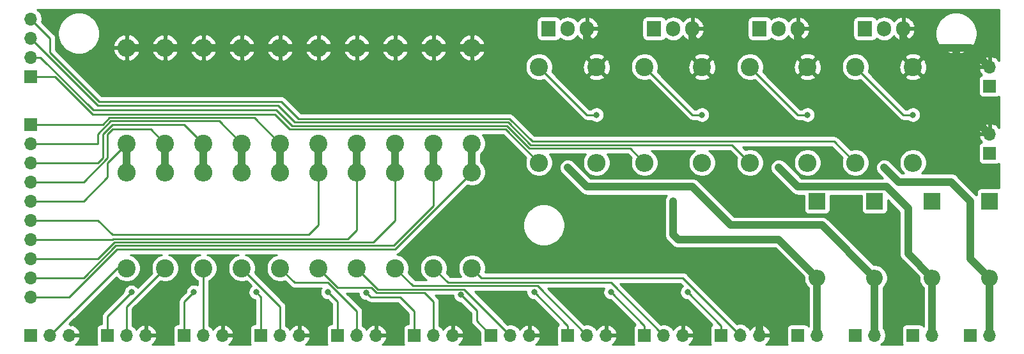
<source format=gtl>
G04 #@! TF.GenerationSoftware,KiCad,Pcbnew,(5.1.9)-1*
G04 #@! TF.CreationDate,2023-04-02T16:33:38+02:00*
G04 #@! TF.ProjectId,ECMEndstopPumpInterface,45434d45-6e64-4737-946f-7050756d7049,rev?*
G04 #@! TF.SameCoordinates,Original*
G04 #@! TF.FileFunction,Copper,L1,Top*
G04 #@! TF.FilePolarity,Positive*
%FSLAX46Y46*%
G04 Gerber Fmt 4.6, Leading zero omitted, Abs format (unit mm)*
G04 Created by KiCad (PCBNEW (5.1.9)-1) date 2023-04-02 16:33:38*
%MOMM*%
%LPD*%
G01*
G04 APERTURE LIST*
G04 #@! TA.AperFunction,ComponentPad*
%ADD10O,1.905000X2.000000*%
G04 #@! TD*
G04 #@! TA.AperFunction,ComponentPad*
%ADD11R,1.905000X2.000000*%
G04 #@! TD*
G04 #@! TA.AperFunction,ComponentPad*
%ADD12O,1.700000X1.700000*%
G04 #@! TD*
G04 #@! TA.AperFunction,ComponentPad*
%ADD13R,1.700000X1.700000*%
G04 #@! TD*
G04 #@! TA.AperFunction,ComponentPad*
%ADD14O,2.400000X2.400000*%
G04 #@! TD*
G04 #@! TA.AperFunction,ComponentPad*
%ADD15C,2.400000*%
G04 #@! TD*
G04 #@! TA.AperFunction,ComponentPad*
%ADD16O,2.200000X2.200000*%
G04 #@! TD*
G04 #@! TA.AperFunction,ComponentPad*
%ADD17R,2.200000X2.200000*%
G04 #@! TD*
G04 #@! TA.AperFunction,ViaPad*
%ADD18C,0.800000*%
G04 #@! TD*
G04 #@! TA.AperFunction,Conductor*
%ADD19C,1.000000*%
G04 #@! TD*
G04 #@! TA.AperFunction,Conductor*
%ADD20C,0.250000*%
G04 #@! TD*
G04 #@! TA.AperFunction,Conductor*
%ADD21C,0.254000*%
G04 #@! TD*
G04 #@! TA.AperFunction,Conductor*
%ADD22C,0.100000*%
G04 #@! TD*
G04 APERTURE END LIST*
D10*
X139065000Y-36195000D03*
X136525000Y-36195000D03*
D11*
X133985000Y-36195000D03*
D12*
X164465000Y-41275000D03*
D13*
X164465000Y-43815000D03*
D14*
X70485000Y-38735000D03*
D15*
X70485000Y-51435000D03*
D14*
X70485000Y-55245000D03*
D15*
X70485000Y-67945000D03*
D14*
X65405000Y-38735000D03*
D15*
X65405000Y-51435000D03*
D14*
X65405000Y-55245000D03*
D15*
X65405000Y-67945000D03*
D14*
X60325000Y-38735000D03*
D15*
X60325000Y-51435000D03*
D14*
X60325000Y-55245000D03*
D15*
X60325000Y-67945000D03*
D14*
X55245000Y-38735000D03*
D15*
X55245000Y-51435000D03*
D14*
X55245000Y-55245000D03*
D15*
X55245000Y-67945000D03*
D14*
X50165000Y-38735000D03*
D15*
X50165000Y-51435000D03*
D14*
X50165000Y-55245000D03*
D15*
X50165000Y-67945000D03*
D14*
X112395000Y-53975000D03*
D15*
X112395000Y-41275000D03*
D14*
X104775000Y-53975000D03*
D15*
X104775000Y-41275000D03*
D14*
X75565000Y-38735000D03*
D15*
X75565000Y-51435000D03*
D14*
X75565000Y-55245000D03*
D15*
X75565000Y-67945000D03*
D14*
X126365000Y-53975000D03*
D15*
X126365000Y-41275000D03*
D14*
X118745000Y-53975000D03*
D15*
X118745000Y-41275000D03*
D14*
X80645000Y-38735000D03*
D15*
X80645000Y-51435000D03*
D14*
X80645000Y-55245000D03*
D15*
X80645000Y-67945000D03*
D14*
X85725000Y-38735000D03*
D15*
X85725000Y-51435000D03*
D14*
X85725000Y-55245000D03*
D15*
X85725000Y-67945000D03*
D14*
X140335000Y-53975000D03*
D15*
X140335000Y-41275000D03*
D14*
X132715000Y-53975000D03*
D15*
X132715000Y-41275000D03*
D14*
X90805000Y-38735000D03*
D15*
X90805000Y-51435000D03*
D14*
X90805000Y-55245000D03*
D15*
X90805000Y-67945000D03*
D14*
X154305000Y-53975000D03*
D15*
X154305000Y-41275000D03*
D14*
X95885000Y-38735000D03*
D15*
X95885000Y-51435000D03*
D14*
X95885000Y-55245000D03*
D15*
X95885000Y-67945000D03*
D14*
X146685000Y-53975000D03*
D15*
X146685000Y-41275000D03*
D10*
X111125000Y-36195000D03*
X108585000Y-36195000D03*
D11*
X106045000Y-36195000D03*
D10*
X125095000Y-36195000D03*
X122555000Y-36195000D03*
D11*
X120015000Y-36195000D03*
D10*
X153035000Y-36195000D03*
X150495000Y-36195000D03*
D11*
X147955000Y-36195000D03*
D12*
X164465000Y-50165000D03*
D13*
X164465000Y-52705000D03*
D12*
X83185000Y-76835000D03*
X80645000Y-76835000D03*
D13*
X78105000Y-76835000D03*
D12*
X73025000Y-76835000D03*
X70485000Y-76835000D03*
D13*
X67945000Y-76835000D03*
D12*
X62865000Y-76835000D03*
X60325000Y-76835000D03*
D13*
X57785000Y-76835000D03*
D12*
X149225000Y-76835000D03*
D13*
X146685000Y-76835000D03*
D12*
X52705000Y-76835000D03*
X50165000Y-76835000D03*
D13*
X47625000Y-76835000D03*
D12*
X42545000Y-76835000D03*
X40005000Y-76835000D03*
D13*
X37465000Y-76835000D03*
D12*
X37465000Y-71755000D03*
X37465000Y-69215000D03*
X37465000Y-66675000D03*
X37465000Y-64135000D03*
X37465000Y-61595000D03*
X37465000Y-59055000D03*
X37465000Y-56515000D03*
X37465000Y-53975000D03*
X37465000Y-51435000D03*
D13*
X37465000Y-48895000D03*
D12*
X141605000Y-76835000D03*
D13*
X139065000Y-76835000D03*
D12*
X93345000Y-76835000D03*
X90805000Y-76835000D03*
D13*
X88265000Y-76835000D03*
D12*
X156845000Y-76835000D03*
D13*
X154305000Y-76835000D03*
D12*
X103505000Y-76835000D03*
X100965000Y-76835000D03*
D13*
X98425000Y-76835000D03*
D12*
X37465000Y-34925000D03*
X37465000Y-37465000D03*
X37465000Y-40005000D03*
D13*
X37465000Y-42545000D03*
D12*
X113665000Y-76835000D03*
X111125000Y-76835000D03*
D13*
X108585000Y-76835000D03*
D12*
X164465000Y-76835000D03*
D13*
X161925000Y-76835000D03*
D12*
X123825000Y-76835000D03*
X121285000Y-76835000D03*
D13*
X118745000Y-76835000D03*
D12*
X133985000Y-76835000D03*
X131445000Y-76835000D03*
D13*
X128905000Y-76835000D03*
D16*
X149225000Y-69215000D03*
D17*
X149225000Y-59055000D03*
D16*
X141605000Y-69215000D03*
D17*
X141605000Y-59055000D03*
D16*
X156845000Y-69215000D03*
D17*
X156845000Y-59055000D03*
D16*
X164465000Y-69215000D03*
D17*
X164465000Y-59055000D03*
D18*
X150495000Y-54610000D03*
X50800000Y-71120000D03*
X59055000Y-71120000D03*
X67310000Y-71120000D03*
X124460000Y-71120000D03*
X114300000Y-71120000D03*
X104140000Y-71120000D03*
X94419847Y-71475020D03*
X81915000Y-71210000D03*
X76835000Y-71120000D03*
X136525000Y-54610000D03*
X122555000Y-59055000D03*
X108585000Y-54610000D03*
X133985000Y-67945000D03*
X154305000Y-47625000D03*
X140335000Y-47625000D03*
X126365000Y-47625000D03*
X112395000Y-47625000D03*
D19*
X164465000Y-76835000D02*
X164465000Y-69215000D01*
X161925000Y-66675000D02*
X164465000Y-69215000D01*
X161925000Y-59055000D02*
X161925000Y-66675000D01*
X152400000Y-56515000D02*
X159385000Y-56515000D01*
X159385000Y-56515000D02*
X161925000Y-59055000D01*
X150495000Y-54610000D02*
X152400000Y-56515000D01*
D20*
X47625000Y-76835000D02*
X47625000Y-74295000D01*
X47625000Y-74295000D02*
X50165000Y-71755000D01*
X50165000Y-71755000D02*
X50800000Y-71120000D01*
X50800000Y-71120000D02*
X50800000Y-71120000D01*
X57785000Y-72390000D02*
X59055000Y-71120000D01*
X57785000Y-76835000D02*
X57785000Y-72390000D01*
X67945000Y-71755000D02*
X67310000Y-71120000D01*
X67945000Y-76835000D02*
X67945000Y-71755000D01*
X128905000Y-75565000D02*
X124460000Y-71120000D01*
X128905000Y-76835000D02*
X128905000Y-75565000D01*
X118745000Y-76835000D02*
X118745000Y-75565000D01*
X118745000Y-75565000D02*
X114300000Y-71120000D01*
X108585000Y-75565000D02*
X104140000Y-71120000D01*
X108585000Y-76835000D02*
X108585000Y-75565000D01*
X96521410Y-73576583D02*
X94419847Y-71475020D01*
X96521410Y-74931410D02*
X96521410Y-73576583D01*
X98425000Y-76835000D02*
X96521410Y-74931410D01*
X88265000Y-76835000D02*
X88265000Y-73660000D01*
X88265000Y-73660000D02*
X86360000Y-71755000D01*
X82460000Y-71755000D02*
X81915000Y-71210000D01*
X86360000Y-71755000D02*
X82460000Y-71755000D01*
X78105000Y-76835000D02*
X78105000Y-72390000D01*
X78105000Y-72390000D02*
X76835000Y-71120000D01*
D19*
X156845000Y-76835000D02*
X156845000Y-69215000D01*
X136525000Y-54610000D02*
X139065000Y-57150000D01*
X150780002Y-57150000D02*
X153670000Y-60039998D01*
X139065000Y-57150000D02*
X150780002Y-57150000D01*
X153670000Y-66040000D02*
X156845000Y-69215000D01*
X153670000Y-60039998D02*
X153670000Y-66040000D01*
X141605000Y-76835000D02*
X141605000Y-69215000D01*
X122555000Y-59055000D02*
X122555000Y-63500000D01*
X122555000Y-63500000D02*
X123190000Y-64135000D01*
X136525000Y-64135000D02*
X141605000Y-69215000D01*
X123190000Y-64135000D02*
X136525000Y-64135000D01*
X149225000Y-76835000D02*
X149225000Y-69215000D01*
X142240000Y-62230000D02*
X149225000Y-69215000D01*
X130175000Y-62230000D02*
X142240000Y-62230000D01*
X125095000Y-57150000D02*
X130175000Y-62230000D01*
X111125000Y-57150000D02*
X125095000Y-57150000D01*
X108585000Y-54610000D02*
X111125000Y-57150000D01*
X50165000Y-38735000D02*
X95885000Y-38735000D01*
X161925000Y-38735000D02*
X164465000Y-41275000D01*
X160020000Y-45720000D02*
X164465000Y-50165000D01*
X160020000Y-38735000D02*
X160020000Y-45720000D01*
X160020000Y-38735000D02*
X161925000Y-38735000D01*
X153035000Y-37465000D02*
X154305000Y-38735000D01*
X153035000Y-36195000D02*
X153035000Y-37465000D01*
X154305000Y-38735000D02*
X160020000Y-38735000D01*
X139065000Y-37465000D02*
X140335000Y-38735000D01*
X139065000Y-36195000D02*
X139065000Y-37465000D01*
X140335000Y-38735000D02*
X154305000Y-38735000D01*
X125095000Y-37465000D02*
X126365000Y-38735000D01*
X125095000Y-36195000D02*
X125095000Y-37465000D01*
X126365000Y-38735000D02*
X140335000Y-38735000D01*
X111125000Y-37465000D02*
X112395000Y-38735000D01*
X111125000Y-36195000D02*
X111125000Y-37465000D01*
X112395000Y-38735000D02*
X126365000Y-38735000D01*
X95885000Y-38735000D02*
X112395000Y-38735000D01*
X133985000Y-67945000D02*
X133985000Y-76200000D01*
X131445000Y-76414998D02*
X131445000Y-76835000D01*
D20*
X131445000Y-76835000D02*
X123825000Y-69215000D01*
X97155000Y-69215000D02*
X95885000Y-67945000D01*
X123825000Y-69215000D02*
X97155000Y-69215000D01*
X121285000Y-76835000D02*
X114300000Y-69850000D01*
X92710000Y-69850000D02*
X90805000Y-67945000D01*
X114300000Y-69850000D02*
X92710000Y-69850000D01*
X111125000Y-76835000D02*
X104590010Y-70300010D01*
X88080010Y-70300010D02*
X85725000Y-67945000D01*
X104590010Y-70300010D02*
X88080010Y-70300010D01*
X37465000Y-34925000D02*
X40005705Y-37465705D01*
X40005705Y-37465705D02*
X40005705Y-39369295D01*
X40005705Y-39369295D02*
X46541400Y-45904990D01*
X70669990Y-45904990D02*
X72944972Y-48179972D01*
X46541400Y-45904990D02*
X70669990Y-45904990D01*
X100889203Y-48179973D02*
X103879210Y-51169980D01*
X72944972Y-48179972D02*
X100889203Y-48179973D01*
X143879980Y-51169980D02*
X146685000Y-53975000D01*
X103879210Y-51169980D02*
X143879980Y-51169980D01*
X37465000Y-37465000D02*
X46355000Y-46355000D01*
X46355000Y-46355000D02*
X70182331Y-46355000D01*
X70182331Y-46355000D02*
X72457312Y-48629981D01*
X72457312Y-48629981D02*
X100702802Y-48629982D01*
X130359990Y-51619990D02*
X132715000Y-53975000D01*
X103692810Y-51619990D02*
X130359990Y-51619990D01*
X100702802Y-48629982D02*
X103692810Y-51619990D01*
X37465000Y-40005000D02*
X38736410Y-40005000D01*
X38736410Y-40005000D02*
X45721410Y-46990000D01*
X45721410Y-46990000D02*
X69983215Y-46990000D01*
X72073205Y-49079990D02*
X100516401Y-49079991D01*
X69983215Y-46990000D02*
X72073205Y-49079990D01*
X100516401Y-49079991D02*
X103506410Y-52070000D01*
X116840000Y-52070000D02*
X118745000Y-53975000D01*
X103506410Y-52070000D02*
X116840000Y-52070000D01*
X37465000Y-42545000D02*
X40640000Y-42545000D01*
X40640000Y-42545000D02*
X45639970Y-47544970D01*
X45639970Y-47544970D02*
X69769970Y-47544970D01*
X69769970Y-47544970D02*
X71755000Y-49530000D01*
X100330000Y-49530000D02*
X104775000Y-53975000D01*
X71755000Y-49530000D02*
X100330000Y-49530000D01*
X100965000Y-76835000D02*
X94880020Y-70750020D01*
X83450020Y-70750020D02*
X80645000Y-67945000D01*
X94880020Y-70750020D02*
X83450020Y-70750020D01*
X90805000Y-76835000D02*
X90805000Y-72390000D01*
X89615030Y-71200030D02*
X83263619Y-71200029D01*
X90805000Y-72390000D02*
X89615030Y-71200030D01*
X83263619Y-71200029D02*
X82548590Y-70485000D01*
X78105000Y-70485000D02*
X75565000Y-67945000D01*
X82548590Y-70485000D02*
X78105000Y-70485000D01*
D19*
X95885000Y-51435000D02*
X95885000Y-55245000D01*
D20*
X37465000Y-71755000D02*
X42545000Y-71755000D01*
X42545000Y-71755000D02*
X48895000Y-65405000D01*
X85725000Y-65405000D02*
X95885000Y-55245000D01*
X48895000Y-65405000D02*
X85725000Y-65405000D01*
D19*
X90805000Y-55245000D02*
X90805000Y-51435000D01*
D20*
X37465000Y-69215000D02*
X44448590Y-69215000D01*
X44448590Y-69215000D02*
X48708600Y-64954990D01*
X48708600Y-64954990D02*
X85538600Y-64954990D01*
X90805000Y-59688590D02*
X90805000Y-55245000D01*
X85538600Y-64954990D02*
X90805000Y-59688590D01*
D19*
X85725000Y-51435000D02*
X85725000Y-55245000D01*
D20*
X37465000Y-66675000D02*
X46352180Y-66675000D01*
X48522200Y-64504980D02*
X82815020Y-64504980D01*
X46352180Y-66675000D02*
X48522200Y-64504980D01*
X85725000Y-61595000D02*
X85725000Y-55245000D01*
X82815020Y-64504980D02*
X85725000Y-61595000D01*
D19*
X80645000Y-55245000D02*
X80645000Y-51435000D01*
D20*
X80645000Y-62865000D02*
X80645000Y-55245000D01*
X79455030Y-64054970D02*
X80645000Y-62865000D01*
X48335800Y-64054970D02*
X79455030Y-64054970D01*
X48255770Y-64135000D02*
X48335800Y-64054970D01*
X37465000Y-64135000D02*
X48255770Y-64135000D01*
D19*
X75565000Y-51435000D02*
X75565000Y-55245000D01*
D20*
X75565000Y-62230000D02*
X75565000Y-55245000D01*
X74295000Y-63500000D02*
X75565000Y-62230000D01*
X48260000Y-63500000D02*
X74295000Y-63500000D01*
X46355000Y-61595000D02*
X48260000Y-63500000D01*
X37465000Y-61595000D02*
X46355000Y-61595000D01*
D19*
X50165000Y-55245000D02*
X50165000Y-51435000D01*
D20*
X37465000Y-59055000D02*
X44450000Y-59055000D01*
X44450000Y-59055000D02*
X47625000Y-55880000D01*
X47625000Y-53975000D02*
X50165000Y-51435000D01*
X47625000Y-55880000D02*
X47625000Y-53975000D01*
D19*
X55245000Y-51435000D02*
X55245000Y-55245000D01*
D20*
X37465000Y-56515000D02*
X44448590Y-56515000D01*
X44448590Y-56515000D02*
X47625000Y-53338590D01*
X47625000Y-53338590D02*
X47625000Y-50165000D01*
X47625000Y-50165000D02*
X48260000Y-49530000D01*
X53340000Y-49530000D02*
X55245000Y-51435000D01*
X48260000Y-49530000D02*
X53340000Y-49530000D01*
D19*
X60325000Y-55245000D02*
X60325000Y-51435000D01*
D20*
X37465000Y-53975000D02*
X46352180Y-53975000D01*
X46352180Y-53975000D02*
X46990000Y-53337180D01*
X46990000Y-50163590D02*
X48258590Y-48895000D01*
X46990000Y-53337180D02*
X46990000Y-50163590D01*
X57785000Y-48895000D02*
X60325000Y-51435000D01*
X48258590Y-48895000D02*
X57785000Y-48895000D01*
D19*
X65405000Y-51435000D02*
X65405000Y-55245000D01*
D20*
X37465000Y-51435000D02*
X46355000Y-51435000D01*
X46355000Y-51435000D02*
X46355000Y-50162180D01*
X62414990Y-48444990D02*
X65405000Y-51435000D01*
X48072190Y-48444990D02*
X62414990Y-48444990D01*
X46355000Y-50162180D02*
X48072190Y-48444990D01*
D19*
X70485000Y-55245000D02*
X70485000Y-51435000D01*
D20*
X37465000Y-48895000D02*
X46985770Y-48895000D01*
X67044980Y-47994980D02*
X70485000Y-51435000D01*
X47885790Y-47994980D02*
X67044980Y-47994980D01*
X46985770Y-48895000D02*
X47885790Y-47994980D01*
X48895000Y-67945000D02*
X50165000Y-67945000D01*
X40005000Y-76835000D02*
X48895000Y-67945000D01*
X50165000Y-73025000D02*
X55245000Y-67945000D01*
X50165000Y-76835000D02*
X50165000Y-73025000D01*
X60325000Y-76835000D02*
X60325000Y-67945000D01*
X70485000Y-73025000D02*
X65405000Y-67945000D01*
X70485000Y-76835000D02*
X70485000Y-73025000D01*
D19*
X80645000Y-76835000D02*
X80645000Y-76414998D01*
D20*
X80645000Y-76835000D02*
X80645000Y-73661410D01*
X80645000Y-73661410D02*
X76833590Y-69850000D01*
X72390000Y-69850000D02*
X70485000Y-67945000D01*
X76833590Y-69850000D02*
X72390000Y-69850000D01*
X153035000Y-47625000D02*
X146685000Y-41275000D01*
X154305000Y-47625000D02*
X153035000Y-47625000D01*
X139065000Y-47625000D02*
X132715000Y-41275000D01*
X140335000Y-47625000D02*
X139065000Y-47625000D01*
X125095000Y-47625000D02*
X118745000Y-41275000D01*
X126365000Y-47625000D02*
X125095000Y-47625000D01*
X111125000Y-47625000D02*
X104775000Y-41275000D01*
X112395000Y-47625000D02*
X111125000Y-47625000D01*
D21*
X165710001Y-40472364D02*
X165562588Y-40274731D01*
X165346355Y-40079822D01*
X165096252Y-39930843D01*
X164821891Y-39833519D01*
X164592000Y-39954186D01*
X164592000Y-41148000D01*
X164612000Y-41148000D01*
X164612000Y-41402000D01*
X164592000Y-41402000D01*
X164592000Y-41422000D01*
X164338000Y-41422000D01*
X164338000Y-41402000D01*
X163144845Y-41402000D01*
X163023524Y-41631890D01*
X163068175Y-41779099D01*
X163193359Y-42041920D01*
X163367412Y-42275269D01*
X163451466Y-42351034D01*
X163370820Y-42375498D01*
X163260506Y-42434463D01*
X163163815Y-42513815D01*
X163084463Y-42610506D01*
X163025498Y-42720820D01*
X162989188Y-42840518D01*
X162976928Y-42965000D01*
X162976928Y-44665000D01*
X162989188Y-44789482D01*
X163025498Y-44909180D01*
X163084463Y-45019494D01*
X163163815Y-45116185D01*
X163260506Y-45195537D01*
X163370820Y-45254502D01*
X163490518Y-45290812D01*
X163615000Y-45303072D01*
X165315000Y-45303072D01*
X165439482Y-45290812D01*
X165559180Y-45254502D01*
X165669494Y-45195537D01*
X165710000Y-45162295D01*
X165710000Y-49362363D01*
X165562588Y-49164731D01*
X165346355Y-48969822D01*
X165096252Y-48820843D01*
X164821891Y-48723519D01*
X164592000Y-48844186D01*
X164592000Y-50038000D01*
X164612000Y-50038000D01*
X164612000Y-50292000D01*
X164592000Y-50292000D01*
X164592000Y-50312000D01*
X164338000Y-50312000D01*
X164338000Y-50292000D01*
X163144845Y-50292000D01*
X163023524Y-50521890D01*
X163068175Y-50669099D01*
X163193359Y-50931920D01*
X163367412Y-51165269D01*
X163451466Y-51241034D01*
X163370820Y-51265498D01*
X163260506Y-51324463D01*
X163163815Y-51403815D01*
X163084463Y-51500506D01*
X163025498Y-51610820D01*
X162989188Y-51730518D01*
X162976928Y-51855000D01*
X162976928Y-53555000D01*
X162989188Y-53679482D01*
X163025498Y-53799180D01*
X163084463Y-53909494D01*
X163163815Y-54006185D01*
X163260506Y-54085537D01*
X163370820Y-54144502D01*
X163490518Y-54180812D01*
X163615000Y-54193072D01*
X165315000Y-54193072D01*
X165439482Y-54180812D01*
X165559180Y-54144502D01*
X165669494Y-54085537D01*
X165710000Y-54052294D01*
X165710000Y-57335412D01*
X165689482Y-57329188D01*
X165565000Y-57316928D01*
X163365000Y-57316928D01*
X163240518Y-57329188D01*
X163120820Y-57365498D01*
X163010506Y-57424463D01*
X162913815Y-57503815D01*
X162834463Y-57600506D01*
X162775498Y-57710820D01*
X162739188Y-57830518D01*
X162726928Y-57955000D01*
X162726928Y-58244841D01*
X162688141Y-58213009D01*
X160226996Y-55751865D01*
X160191449Y-55708551D01*
X160018623Y-55566716D01*
X159821447Y-55461324D01*
X159607499Y-55396423D01*
X159440752Y-55380000D01*
X159440751Y-55380000D01*
X159385000Y-55374509D01*
X159329249Y-55380000D01*
X155495082Y-55380000D01*
X155730338Y-55144744D01*
X155931156Y-54844199D01*
X156069482Y-54510250D01*
X156140000Y-54155732D01*
X156140000Y-53794268D01*
X156069482Y-53439750D01*
X155931156Y-53105801D01*
X155730338Y-52805256D01*
X155474744Y-52549662D01*
X155174199Y-52348844D01*
X154840250Y-52210518D01*
X154485732Y-52140000D01*
X154124268Y-52140000D01*
X153769750Y-52210518D01*
X153435801Y-52348844D01*
X153135256Y-52549662D01*
X152879662Y-52805256D01*
X152678844Y-53105801D01*
X152540518Y-53439750D01*
X152470000Y-53794268D01*
X152470000Y-54155732D01*
X152540518Y-54510250D01*
X152678844Y-54844199D01*
X152879662Y-55144744D01*
X153114918Y-55380000D01*
X152870132Y-55380000D01*
X151258143Y-53768012D01*
X151128622Y-53661717D01*
X150931446Y-53556324D01*
X150717498Y-53491423D01*
X150495000Y-53469509D01*
X150272502Y-53491423D01*
X150058554Y-53556324D01*
X149861378Y-53661717D01*
X149688552Y-53803552D01*
X149546717Y-53976378D01*
X149441324Y-54173554D01*
X149376423Y-54387502D01*
X149354509Y-54610000D01*
X149376423Y-54832498D01*
X149441324Y-55046446D01*
X149546717Y-55243622D01*
X149653012Y-55373143D01*
X150294869Y-56015000D01*
X139535132Y-56015000D01*
X137314400Y-53794268D01*
X138500000Y-53794268D01*
X138500000Y-54155732D01*
X138570518Y-54510250D01*
X138708844Y-54844199D01*
X138909662Y-55144744D01*
X139165256Y-55400338D01*
X139465801Y-55601156D01*
X139799750Y-55739482D01*
X140154268Y-55810000D01*
X140515732Y-55810000D01*
X140870250Y-55739482D01*
X141204199Y-55601156D01*
X141504744Y-55400338D01*
X141760338Y-55144744D01*
X141961156Y-54844199D01*
X142099482Y-54510250D01*
X142170000Y-54155732D01*
X142170000Y-53794268D01*
X142099482Y-53439750D01*
X141961156Y-53105801D01*
X141760338Y-52805256D01*
X141504744Y-52549662D01*
X141204199Y-52348844D01*
X140870250Y-52210518D01*
X140515732Y-52140000D01*
X140154268Y-52140000D01*
X139799750Y-52210518D01*
X139465801Y-52348844D01*
X139165256Y-52549662D01*
X138909662Y-52805256D01*
X138708844Y-53105801D01*
X138570518Y-53439750D01*
X138500000Y-53794268D01*
X137314400Y-53794268D01*
X137288143Y-53768012D01*
X137158622Y-53661717D01*
X136961446Y-53556324D01*
X136747498Y-53491423D01*
X136525000Y-53469509D01*
X136302502Y-53491423D01*
X136088554Y-53556324D01*
X135891378Y-53661717D01*
X135718552Y-53803552D01*
X135576717Y-53976378D01*
X135471324Y-54173554D01*
X135406423Y-54387502D01*
X135384509Y-54610000D01*
X135406423Y-54832498D01*
X135471324Y-55046446D01*
X135576717Y-55243622D01*
X135683012Y-55373143D01*
X138223009Y-57913141D01*
X138258551Y-57956449D01*
X138431377Y-58098284D01*
X138628553Y-58203676D01*
X138842501Y-58268577D01*
X139009248Y-58285000D01*
X139009257Y-58285000D01*
X139064999Y-58290490D01*
X139120741Y-58285000D01*
X139866928Y-58285000D01*
X139866928Y-60155000D01*
X139879188Y-60279482D01*
X139915498Y-60399180D01*
X139974463Y-60509494D01*
X140053815Y-60606185D01*
X140150506Y-60685537D01*
X140260820Y-60744502D01*
X140380518Y-60780812D01*
X140505000Y-60793072D01*
X142705000Y-60793072D01*
X142829482Y-60780812D01*
X142949180Y-60744502D01*
X143059494Y-60685537D01*
X143156185Y-60606185D01*
X143235537Y-60509494D01*
X143294502Y-60399180D01*
X143330812Y-60279482D01*
X143343072Y-60155000D01*
X143343072Y-58285000D01*
X147486928Y-58285000D01*
X147486928Y-60155000D01*
X147499188Y-60279482D01*
X147535498Y-60399180D01*
X147594463Y-60509494D01*
X147673815Y-60606185D01*
X147770506Y-60685537D01*
X147880820Y-60744502D01*
X148000518Y-60780812D01*
X148125000Y-60793072D01*
X150325000Y-60793072D01*
X150449482Y-60780812D01*
X150569180Y-60744502D01*
X150679494Y-60685537D01*
X150776185Y-60606185D01*
X150855537Y-60509494D01*
X150914502Y-60399180D01*
X150950812Y-60279482D01*
X150963072Y-60155000D01*
X150963072Y-58938201D01*
X152535000Y-60510130D01*
X152535001Y-65984239D01*
X152529509Y-66040000D01*
X152551423Y-66262498D01*
X152616324Y-66476446D01*
X152642819Y-66526014D01*
X152721717Y-66673623D01*
X152863552Y-66846449D01*
X152906860Y-66881991D01*
X155110000Y-69085132D01*
X155110000Y-69385883D01*
X155176675Y-69721081D01*
X155307463Y-70036831D01*
X155497337Y-70320998D01*
X155710001Y-70533662D01*
X155710000Y-75676273D01*
X155685537Y-75630506D01*
X155606185Y-75533815D01*
X155509494Y-75454463D01*
X155399180Y-75395498D01*
X155279482Y-75359188D01*
X155155000Y-75346928D01*
X153455000Y-75346928D01*
X153330518Y-75359188D01*
X153210820Y-75395498D01*
X153100506Y-75454463D01*
X153003815Y-75533815D01*
X152924463Y-75630506D01*
X152865498Y-75740820D01*
X152829188Y-75860518D01*
X152816928Y-75985000D01*
X152816928Y-77685000D01*
X152829188Y-77809482D01*
X152865498Y-77929180D01*
X152924463Y-78039494D01*
X152957705Y-78080000D01*
X150034655Y-78080000D01*
X150171632Y-77988475D01*
X150378475Y-77781632D01*
X150540990Y-77538411D01*
X150652932Y-77268158D01*
X150710000Y-76981260D01*
X150710000Y-76688740D01*
X150652932Y-76401842D01*
X150540990Y-76131589D01*
X150378475Y-75888368D01*
X150360000Y-75869893D01*
X150360000Y-70533661D01*
X150572663Y-70320998D01*
X150762537Y-70036831D01*
X150893325Y-69721081D01*
X150960000Y-69385883D01*
X150960000Y-69044117D01*
X150893325Y-68708919D01*
X150762537Y-68393169D01*
X150572663Y-68109002D01*
X150330998Y-67867337D01*
X150046831Y-67677463D01*
X149731081Y-67546675D01*
X149395883Y-67480000D01*
X149095133Y-67480000D01*
X143081996Y-61466865D01*
X143046449Y-61423551D01*
X142873623Y-61281716D01*
X142676447Y-61176324D01*
X142462499Y-61111423D01*
X142295752Y-61095000D01*
X142295751Y-61095000D01*
X142240000Y-61089509D01*
X142184249Y-61095000D01*
X130645132Y-61095000D01*
X125936996Y-56386865D01*
X125901449Y-56343551D01*
X125728623Y-56201716D01*
X125531447Y-56096324D01*
X125317499Y-56031423D01*
X125150752Y-56015000D01*
X125150751Y-56015000D01*
X125095000Y-56009509D01*
X125039249Y-56015000D01*
X111595132Y-56015000D01*
X109348143Y-53768012D01*
X109218622Y-53661717D01*
X109021446Y-53556324D01*
X108807498Y-53491423D01*
X108585000Y-53469509D01*
X108362502Y-53491423D01*
X108148554Y-53556324D01*
X107951378Y-53661717D01*
X107778552Y-53803552D01*
X107636717Y-53976378D01*
X107531324Y-54173554D01*
X107466423Y-54387502D01*
X107444509Y-54610000D01*
X107466423Y-54832498D01*
X107531324Y-55046446D01*
X107636717Y-55243622D01*
X107743012Y-55373143D01*
X110283009Y-57913141D01*
X110318551Y-57956449D01*
X110491377Y-58098284D01*
X110688553Y-58203676D01*
X110902501Y-58268577D01*
X111069248Y-58285000D01*
X111069257Y-58285000D01*
X111124999Y-58290490D01*
X111180741Y-58285000D01*
X121718638Y-58285000D01*
X121606716Y-58421377D01*
X121501324Y-58618554D01*
X121436423Y-58832502D01*
X121420000Y-58999249D01*
X121420001Y-63444239D01*
X121414509Y-63500000D01*
X121436423Y-63722498D01*
X121501324Y-63936446D01*
X121550384Y-64028230D01*
X121606717Y-64133623D01*
X121748552Y-64306449D01*
X121791860Y-64341991D01*
X122348008Y-64898140D01*
X122383551Y-64941449D01*
X122556377Y-65083284D01*
X122753553Y-65188676D01*
X122967501Y-65253577D01*
X122992245Y-65256014D01*
X123190000Y-65275491D01*
X123245752Y-65270000D01*
X136054869Y-65270000D01*
X139870000Y-69085132D01*
X139870000Y-69385883D01*
X139936675Y-69721081D01*
X140067463Y-70036831D01*
X140257337Y-70320998D01*
X140470001Y-70533662D01*
X140470000Y-75676273D01*
X140445537Y-75630506D01*
X140366185Y-75533815D01*
X140269494Y-75454463D01*
X140159180Y-75395498D01*
X140039482Y-75359188D01*
X139915000Y-75346928D01*
X138215000Y-75346928D01*
X138090518Y-75359188D01*
X137970820Y-75395498D01*
X137860506Y-75454463D01*
X137763815Y-75533815D01*
X137684463Y-75630506D01*
X137625498Y-75740820D01*
X137589188Y-75860518D01*
X137576928Y-75985000D01*
X137576928Y-77685000D01*
X137589188Y-77809482D01*
X137625498Y-77929180D01*
X137684463Y-78039494D01*
X137717705Y-78080000D01*
X134787637Y-78080000D01*
X134985269Y-77932588D01*
X135180178Y-77716355D01*
X135329157Y-77466252D01*
X135426481Y-77191891D01*
X135305814Y-76962000D01*
X134112000Y-76962000D01*
X134112000Y-76982000D01*
X133858000Y-76982000D01*
X133858000Y-76962000D01*
X133838000Y-76962000D01*
X133838000Y-76708000D01*
X133858000Y-76708000D01*
X133858000Y-75514845D01*
X134112000Y-75514845D01*
X134112000Y-76708000D01*
X135305814Y-76708000D01*
X135426481Y-76478109D01*
X135329157Y-76203748D01*
X135180178Y-75953645D01*
X134985269Y-75737412D01*
X134751920Y-75563359D01*
X134489099Y-75438175D01*
X134341890Y-75393524D01*
X134112000Y-75514845D01*
X133858000Y-75514845D01*
X133628110Y-75393524D01*
X133480901Y-75438175D01*
X133218080Y-75563359D01*
X132984731Y-75737412D01*
X132789822Y-75953645D01*
X132720195Y-76070534D01*
X132598475Y-75888368D01*
X132391632Y-75681525D01*
X132148411Y-75519010D01*
X132136165Y-75513938D01*
X132078623Y-75466714D01*
X131881446Y-75361322D01*
X131667498Y-75296421D01*
X131445000Y-75274507D01*
X131222501Y-75296421D01*
X131037379Y-75352578D01*
X124388804Y-68704003D01*
X124365001Y-68674999D01*
X124249276Y-68580026D01*
X124117247Y-68509454D01*
X123973986Y-68465997D01*
X123862333Y-68455000D01*
X123862322Y-68455000D01*
X123825000Y-68451324D01*
X123787678Y-68455000D01*
X97654505Y-68455000D01*
X97720000Y-68125732D01*
X97720000Y-67764268D01*
X97649482Y-67409750D01*
X97511156Y-67075801D01*
X97310338Y-66775256D01*
X97054744Y-66519662D01*
X96754199Y-66318844D01*
X96420250Y-66180518D01*
X96065732Y-66110000D01*
X95704268Y-66110000D01*
X95349750Y-66180518D01*
X95015801Y-66318844D01*
X94715256Y-66519662D01*
X94459662Y-66775256D01*
X94258844Y-67075801D01*
X94120518Y-67409750D01*
X94050000Y-67764268D01*
X94050000Y-68125732D01*
X94120518Y-68480250D01*
X94258844Y-68814199D01*
X94443129Y-69090000D01*
X93024802Y-69090000D01*
X92524250Y-68589449D01*
X92569482Y-68480250D01*
X92640000Y-68125732D01*
X92640000Y-67764268D01*
X92569482Y-67409750D01*
X92431156Y-67075801D01*
X92230338Y-66775256D01*
X91974744Y-66519662D01*
X91674199Y-66318844D01*
X91340250Y-66180518D01*
X90985732Y-66110000D01*
X90624268Y-66110000D01*
X90269750Y-66180518D01*
X89935801Y-66318844D01*
X89635256Y-66519662D01*
X89379662Y-66775256D01*
X89178844Y-67075801D01*
X89040518Y-67409750D01*
X88970000Y-67764268D01*
X88970000Y-68125732D01*
X89040518Y-68480250D01*
X89178844Y-68814199D01*
X89379662Y-69114744D01*
X89635256Y-69370338D01*
X89889188Y-69540010D01*
X88394812Y-69540010D01*
X87444250Y-68589449D01*
X87489482Y-68480250D01*
X87560000Y-68125732D01*
X87560000Y-67764268D01*
X87489482Y-67409750D01*
X87351156Y-67075801D01*
X87150338Y-66775256D01*
X86894744Y-66519662D01*
X86594199Y-66318844D01*
X86260250Y-66180518D01*
X85974170Y-66123613D01*
X86017247Y-66110546D01*
X86149276Y-66039974D01*
X86265001Y-65945001D01*
X86288804Y-65915997D01*
X90249100Y-61955701D01*
X102625000Y-61955701D01*
X102625000Y-62504299D01*
X102732026Y-63042354D01*
X102941965Y-63549192D01*
X103246750Y-64005334D01*
X103634666Y-64393250D01*
X104090808Y-64698035D01*
X104597646Y-64907974D01*
X105135701Y-65015000D01*
X105684299Y-65015000D01*
X106222354Y-64907974D01*
X106729192Y-64698035D01*
X107185334Y-64393250D01*
X107573250Y-64005334D01*
X107878035Y-63549192D01*
X108087974Y-63042354D01*
X108195000Y-62504299D01*
X108195000Y-61955701D01*
X108087974Y-61417646D01*
X107878035Y-60910808D01*
X107573250Y-60454666D01*
X107185334Y-60066750D01*
X106729192Y-59761965D01*
X106222354Y-59552026D01*
X105684299Y-59445000D01*
X105135701Y-59445000D01*
X104597646Y-59552026D01*
X104090808Y-59761965D01*
X103634666Y-60066750D01*
X103246750Y-60454666D01*
X102941965Y-60910808D01*
X102732026Y-61417646D01*
X102625000Y-61955701D01*
X90249100Y-61955701D01*
X95240551Y-56964251D01*
X95349750Y-57009482D01*
X95704268Y-57080000D01*
X96065732Y-57080000D01*
X96420250Y-57009482D01*
X96754199Y-56871156D01*
X97054744Y-56670338D01*
X97310338Y-56414744D01*
X97511156Y-56114199D01*
X97649482Y-55780250D01*
X97720000Y-55425732D01*
X97720000Y-55064268D01*
X97649482Y-54709750D01*
X97511156Y-54375801D01*
X97310338Y-54075256D01*
X97054744Y-53819662D01*
X97020000Y-53796447D01*
X97020000Y-52883553D01*
X97054744Y-52860338D01*
X97310338Y-52604744D01*
X97511156Y-52304199D01*
X97649482Y-51970250D01*
X97720000Y-51615732D01*
X97720000Y-51254268D01*
X97649482Y-50899750D01*
X97511156Y-50565801D01*
X97326871Y-50290000D01*
X100015199Y-50290000D01*
X103055750Y-53330551D01*
X103010518Y-53439750D01*
X102940000Y-53794268D01*
X102940000Y-54155732D01*
X103010518Y-54510250D01*
X103148844Y-54844199D01*
X103349662Y-55144744D01*
X103605256Y-55400338D01*
X103905801Y-55601156D01*
X104239750Y-55739482D01*
X104594268Y-55810000D01*
X104955732Y-55810000D01*
X105310250Y-55739482D01*
X105644199Y-55601156D01*
X105944744Y-55400338D01*
X106200338Y-55144744D01*
X106401156Y-54844199D01*
X106539482Y-54510250D01*
X106610000Y-54155732D01*
X106610000Y-53794268D01*
X106539482Y-53439750D01*
X106401156Y-53105801D01*
X106216871Y-52830000D01*
X110953129Y-52830000D01*
X110768844Y-53105801D01*
X110630518Y-53439750D01*
X110560000Y-53794268D01*
X110560000Y-54155732D01*
X110630518Y-54510250D01*
X110768844Y-54844199D01*
X110969662Y-55144744D01*
X111225256Y-55400338D01*
X111525801Y-55601156D01*
X111859750Y-55739482D01*
X112214268Y-55810000D01*
X112575732Y-55810000D01*
X112930250Y-55739482D01*
X113264199Y-55601156D01*
X113564744Y-55400338D01*
X113820338Y-55144744D01*
X114021156Y-54844199D01*
X114159482Y-54510250D01*
X114230000Y-54155732D01*
X114230000Y-53794268D01*
X114159482Y-53439750D01*
X114021156Y-53105801D01*
X113836871Y-52830000D01*
X116525199Y-52830000D01*
X117025750Y-53330551D01*
X116980518Y-53439750D01*
X116910000Y-53794268D01*
X116910000Y-54155732D01*
X116980518Y-54510250D01*
X117118844Y-54844199D01*
X117319662Y-55144744D01*
X117575256Y-55400338D01*
X117875801Y-55601156D01*
X118209750Y-55739482D01*
X118564268Y-55810000D01*
X118925732Y-55810000D01*
X119280250Y-55739482D01*
X119614199Y-55601156D01*
X119914744Y-55400338D01*
X120170338Y-55144744D01*
X120371156Y-54844199D01*
X120509482Y-54510250D01*
X120580000Y-54155732D01*
X120580000Y-53794268D01*
X120509482Y-53439750D01*
X120371156Y-53105801D01*
X120170338Y-52805256D01*
X119914744Y-52549662D01*
X119660812Y-52379990D01*
X125449188Y-52379990D01*
X125195256Y-52549662D01*
X124939662Y-52805256D01*
X124738844Y-53105801D01*
X124600518Y-53439750D01*
X124530000Y-53794268D01*
X124530000Y-54155732D01*
X124600518Y-54510250D01*
X124738844Y-54844199D01*
X124939662Y-55144744D01*
X125195256Y-55400338D01*
X125495801Y-55601156D01*
X125829750Y-55739482D01*
X126184268Y-55810000D01*
X126545732Y-55810000D01*
X126900250Y-55739482D01*
X127234199Y-55601156D01*
X127534744Y-55400338D01*
X127790338Y-55144744D01*
X127991156Y-54844199D01*
X128129482Y-54510250D01*
X128200000Y-54155732D01*
X128200000Y-53794268D01*
X128129482Y-53439750D01*
X127991156Y-53105801D01*
X127790338Y-52805256D01*
X127534744Y-52549662D01*
X127280812Y-52379990D01*
X130045189Y-52379990D01*
X130995750Y-53330551D01*
X130950518Y-53439750D01*
X130880000Y-53794268D01*
X130880000Y-54155732D01*
X130950518Y-54510250D01*
X131088844Y-54844199D01*
X131289662Y-55144744D01*
X131545256Y-55400338D01*
X131845801Y-55601156D01*
X132179750Y-55739482D01*
X132534268Y-55810000D01*
X132895732Y-55810000D01*
X133250250Y-55739482D01*
X133584199Y-55601156D01*
X133884744Y-55400338D01*
X134140338Y-55144744D01*
X134341156Y-54844199D01*
X134479482Y-54510250D01*
X134550000Y-54155732D01*
X134550000Y-53794268D01*
X134479482Y-53439750D01*
X134341156Y-53105801D01*
X134140338Y-52805256D01*
X133884744Y-52549662D01*
X133584199Y-52348844D01*
X133250250Y-52210518D01*
X132895732Y-52140000D01*
X132534268Y-52140000D01*
X132179750Y-52210518D01*
X132070551Y-52255750D01*
X131744781Y-51929980D01*
X143565179Y-51929980D01*
X144965750Y-53330551D01*
X144920518Y-53439750D01*
X144850000Y-53794268D01*
X144850000Y-54155732D01*
X144920518Y-54510250D01*
X145058844Y-54844199D01*
X145259662Y-55144744D01*
X145515256Y-55400338D01*
X145815801Y-55601156D01*
X146149750Y-55739482D01*
X146504268Y-55810000D01*
X146865732Y-55810000D01*
X147220250Y-55739482D01*
X147554199Y-55601156D01*
X147854744Y-55400338D01*
X148110338Y-55144744D01*
X148311156Y-54844199D01*
X148449482Y-54510250D01*
X148520000Y-54155732D01*
X148520000Y-53794268D01*
X148449482Y-53439750D01*
X148311156Y-53105801D01*
X148110338Y-52805256D01*
X147854744Y-52549662D01*
X147554199Y-52348844D01*
X147220250Y-52210518D01*
X146865732Y-52140000D01*
X146504268Y-52140000D01*
X146149750Y-52210518D01*
X146040551Y-52255750D01*
X144443784Y-50658983D01*
X144419981Y-50629979D01*
X144304256Y-50535006D01*
X144172227Y-50464434D01*
X144028966Y-50420977D01*
X143917313Y-50409980D01*
X143917302Y-50409980D01*
X143879980Y-50406304D01*
X143842658Y-50409980D01*
X104194013Y-50409980D01*
X103592143Y-49808110D01*
X163023524Y-49808110D01*
X163144845Y-50038000D01*
X164338000Y-50038000D01*
X164338000Y-48844186D01*
X164108109Y-48723519D01*
X163833748Y-48820843D01*
X163583645Y-48969822D01*
X163367412Y-49164731D01*
X163193359Y-49398080D01*
X163068175Y-49660901D01*
X163023524Y-49808110D01*
X103592143Y-49808110D01*
X101453002Y-47668971D01*
X101429204Y-47639973D01*
X101400205Y-47616174D01*
X101313479Y-47544999D01*
X101181449Y-47474427D01*
X101081645Y-47444153D01*
X101038189Y-47430971D01*
X100926536Y-47419974D01*
X100889203Y-47416297D01*
X100851871Y-47419974D01*
X73259775Y-47419972D01*
X71233794Y-45393992D01*
X71209991Y-45364989D01*
X71094266Y-45270016D01*
X70962237Y-45199444D01*
X70818976Y-45155987D01*
X70707323Y-45144990D01*
X70707312Y-45144990D01*
X70669990Y-45141314D01*
X70632668Y-45144990D01*
X46856202Y-45144990D01*
X42805480Y-41094268D01*
X102940000Y-41094268D01*
X102940000Y-41455732D01*
X103010518Y-41810250D01*
X103148844Y-42144199D01*
X103349662Y-42444744D01*
X103605256Y-42700338D01*
X103905801Y-42901156D01*
X104239750Y-43039482D01*
X104594268Y-43110000D01*
X104955732Y-43110000D01*
X105310250Y-43039482D01*
X105419449Y-42994250D01*
X110561201Y-48136003D01*
X110584999Y-48165001D01*
X110613997Y-48188799D01*
X110700723Y-48259974D01*
X110806129Y-48316315D01*
X110832753Y-48330546D01*
X110976014Y-48374003D01*
X111087667Y-48385000D01*
X111087676Y-48385000D01*
X111124999Y-48388676D01*
X111162322Y-48385000D01*
X111691289Y-48385000D01*
X111735226Y-48428937D01*
X111904744Y-48542205D01*
X112093102Y-48620226D01*
X112293061Y-48660000D01*
X112496939Y-48660000D01*
X112696898Y-48620226D01*
X112885256Y-48542205D01*
X113054774Y-48428937D01*
X113198937Y-48284774D01*
X113312205Y-48115256D01*
X113390226Y-47926898D01*
X113430000Y-47726939D01*
X113430000Y-47523061D01*
X113390226Y-47323102D01*
X113312205Y-47134744D01*
X113198937Y-46965226D01*
X113054774Y-46821063D01*
X112885256Y-46707795D01*
X112696898Y-46629774D01*
X112496939Y-46590000D01*
X112293061Y-46590000D01*
X112093102Y-46629774D01*
X111904744Y-46707795D01*
X111735226Y-46821063D01*
X111691289Y-46865000D01*
X111439802Y-46865000D01*
X107127782Y-42552980D01*
X111296626Y-42552980D01*
X111416514Y-42837836D01*
X111740210Y-42998699D01*
X112089069Y-43093322D01*
X112449684Y-43118067D01*
X112808198Y-43071985D01*
X113150833Y-42956846D01*
X113373486Y-42837836D01*
X113493374Y-42552980D01*
X112395000Y-41454605D01*
X111296626Y-42552980D01*
X107127782Y-42552980D01*
X106494250Y-41919449D01*
X106539482Y-41810250D01*
X106610000Y-41455732D01*
X106610000Y-41329684D01*
X110551933Y-41329684D01*
X110598015Y-41688198D01*
X110713154Y-42030833D01*
X110832164Y-42253486D01*
X111117020Y-42373374D01*
X112215395Y-41275000D01*
X112574605Y-41275000D01*
X113672980Y-42373374D01*
X113957836Y-42253486D01*
X114118699Y-41929790D01*
X114213322Y-41580931D01*
X114238067Y-41220316D01*
X114221866Y-41094268D01*
X116910000Y-41094268D01*
X116910000Y-41455732D01*
X116980518Y-41810250D01*
X117118844Y-42144199D01*
X117319662Y-42444744D01*
X117575256Y-42700338D01*
X117875801Y-42901156D01*
X118209750Y-43039482D01*
X118564268Y-43110000D01*
X118925732Y-43110000D01*
X119280250Y-43039482D01*
X119389449Y-42994250D01*
X124531201Y-48136003D01*
X124554999Y-48165001D01*
X124583997Y-48188799D01*
X124670723Y-48259974D01*
X124776129Y-48316315D01*
X124802753Y-48330546D01*
X124946014Y-48374003D01*
X125057667Y-48385000D01*
X125057676Y-48385000D01*
X125094999Y-48388676D01*
X125132322Y-48385000D01*
X125661289Y-48385000D01*
X125705226Y-48428937D01*
X125874744Y-48542205D01*
X126063102Y-48620226D01*
X126263061Y-48660000D01*
X126466939Y-48660000D01*
X126666898Y-48620226D01*
X126855256Y-48542205D01*
X127024774Y-48428937D01*
X127168937Y-48284774D01*
X127282205Y-48115256D01*
X127360226Y-47926898D01*
X127400000Y-47726939D01*
X127400000Y-47523061D01*
X127360226Y-47323102D01*
X127282205Y-47134744D01*
X127168937Y-46965226D01*
X127024774Y-46821063D01*
X126855256Y-46707795D01*
X126666898Y-46629774D01*
X126466939Y-46590000D01*
X126263061Y-46590000D01*
X126063102Y-46629774D01*
X125874744Y-46707795D01*
X125705226Y-46821063D01*
X125661289Y-46865000D01*
X125409802Y-46865000D01*
X121097782Y-42552980D01*
X125266626Y-42552980D01*
X125386514Y-42837836D01*
X125710210Y-42998699D01*
X126059069Y-43093322D01*
X126419684Y-43118067D01*
X126778198Y-43071985D01*
X127120833Y-42956846D01*
X127343486Y-42837836D01*
X127463374Y-42552980D01*
X126365000Y-41454605D01*
X125266626Y-42552980D01*
X121097782Y-42552980D01*
X120464250Y-41919449D01*
X120509482Y-41810250D01*
X120580000Y-41455732D01*
X120580000Y-41329684D01*
X124521933Y-41329684D01*
X124568015Y-41688198D01*
X124683154Y-42030833D01*
X124802164Y-42253486D01*
X125087020Y-42373374D01*
X126185395Y-41275000D01*
X126544605Y-41275000D01*
X127642980Y-42373374D01*
X127927836Y-42253486D01*
X128088699Y-41929790D01*
X128183322Y-41580931D01*
X128208067Y-41220316D01*
X128191866Y-41094268D01*
X130880000Y-41094268D01*
X130880000Y-41455732D01*
X130950518Y-41810250D01*
X131088844Y-42144199D01*
X131289662Y-42444744D01*
X131545256Y-42700338D01*
X131845801Y-42901156D01*
X132179750Y-43039482D01*
X132534268Y-43110000D01*
X132895732Y-43110000D01*
X133250250Y-43039482D01*
X133359449Y-42994250D01*
X138501201Y-48136003D01*
X138524999Y-48165001D01*
X138553997Y-48188799D01*
X138640723Y-48259974D01*
X138746129Y-48316315D01*
X138772753Y-48330546D01*
X138916014Y-48374003D01*
X139027667Y-48385000D01*
X139027676Y-48385000D01*
X139064999Y-48388676D01*
X139102322Y-48385000D01*
X139631289Y-48385000D01*
X139675226Y-48428937D01*
X139844744Y-48542205D01*
X140033102Y-48620226D01*
X140233061Y-48660000D01*
X140436939Y-48660000D01*
X140636898Y-48620226D01*
X140825256Y-48542205D01*
X140994774Y-48428937D01*
X141138937Y-48284774D01*
X141252205Y-48115256D01*
X141330226Y-47926898D01*
X141370000Y-47726939D01*
X141370000Y-47523061D01*
X141330226Y-47323102D01*
X141252205Y-47134744D01*
X141138937Y-46965226D01*
X140994774Y-46821063D01*
X140825256Y-46707795D01*
X140636898Y-46629774D01*
X140436939Y-46590000D01*
X140233061Y-46590000D01*
X140033102Y-46629774D01*
X139844744Y-46707795D01*
X139675226Y-46821063D01*
X139631289Y-46865000D01*
X139379802Y-46865000D01*
X135067782Y-42552980D01*
X139236626Y-42552980D01*
X139356514Y-42837836D01*
X139680210Y-42998699D01*
X140029069Y-43093322D01*
X140389684Y-43118067D01*
X140748198Y-43071985D01*
X141090833Y-42956846D01*
X141313486Y-42837836D01*
X141433374Y-42552980D01*
X140335000Y-41454605D01*
X139236626Y-42552980D01*
X135067782Y-42552980D01*
X134434250Y-41919449D01*
X134479482Y-41810250D01*
X134550000Y-41455732D01*
X134550000Y-41329684D01*
X138491933Y-41329684D01*
X138538015Y-41688198D01*
X138653154Y-42030833D01*
X138772164Y-42253486D01*
X139057020Y-42373374D01*
X140155395Y-41275000D01*
X140514605Y-41275000D01*
X141612980Y-42373374D01*
X141897836Y-42253486D01*
X142058699Y-41929790D01*
X142153322Y-41580931D01*
X142178067Y-41220316D01*
X142161866Y-41094268D01*
X144850000Y-41094268D01*
X144850000Y-41455732D01*
X144920518Y-41810250D01*
X145058844Y-42144199D01*
X145259662Y-42444744D01*
X145515256Y-42700338D01*
X145815801Y-42901156D01*
X146149750Y-43039482D01*
X146504268Y-43110000D01*
X146865732Y-43110000D01*
X147220250Y-43039482D01*
X147329449Y-42994250D01*
X152471201Y-48136003D01*
X152494999Y-48165001D01*
X152523997Y-48188799D01*
X152610723Y-48259974D01*
X152716129Y-48316315D01*
X152742753Y-48330546D01*
X152886014Y-48374003D01*
X152997667Y-48385000D01*
X152997676Y-48385000D01*
X153034999Y-48388676D01*
X153072322Y-48385000D01*
X153601289Y-48385000D01*
X153645226Y-48428937D01*
X153814744Y-48542205D01*
X154003102Y-48620226D01*
X154203061Y-48660000D01*
X154406939Y-48660000D01*
X154606898Y-48620226D01*
X154795256Y-48542205D01*
X154964774Y-48428937D01*
X155108937Y-48284774D01*
X155222205Y-48115256D01*
X155300226Y-47926898D01*
X155340000Y-47726939D01*
X155340000Y-47523061D01*
X155300226Y-47323102D01*
X155222205Y-47134744D01*
X155108937Y-46965226D01*
X154964774Y-46821063D01*
X154795256Y-46707795D01*
X154606898Y-46629774D01*
X154406939Y-46590000D01*
X154203061Y-46590000D01*
X154003102Y-46629774D01*
X153814744Y-46707795D01*
X153645226Y-46821063D01*
X153601289Y-46865000D01*
X153349802Y-46865000D01*
X149037782Y-42552980D01*
X153206626Y-42552980D01*
X153326514Y-42837836D01*
X153650210Y-42998699D01*
X153999069Y-43093322D01*
X154359684Y-43118067D01*
X154718198Y-43071985D01*
X155060833Y-42956846D01*
X155283486Y-42837836D01*
X155403374Y-42552980D01*
X154305000Y-41454605D01*
X153206626Y-42552980D01*
X149037782Y-42552980D01*
X148404250Y-41919449D01*
X148449482Y-41810250D01*
X148520000Y-41455732D01*
X148520000Y-41329684D01*
X152461933Y-41329684D01*
X152508015Y-41688198D01*
X152623154Y-42030833D01*
X152742164Y-42253486D01*
X153027020Y-42373374D01*
X154125395Y-41275000D01*
X154484605Y-41275000D01*
X155582980Y-42373374D01*
X155867836Y-42253486D01*
X156028699Y-41929790D01*
X156123322Y-41580931D01*
X156148067Y-41220316D01*
X156109223Y-40918110D01*
X163023524Y-40918110D01*
X163144845Y-41148000D01*
X164338000Y-41148000D01*
X164338000Y-39954186D01*
X164108109Y-39833519D01*
X163833748Y-39930843D01*
X163583645Y-40079822D01*
X163367412Y-40274731D01*
X163193359Y-40508080D01*
X163068175Y-40770901D01*
X163023524Y-40918110D01*
X156109223Y-40918110D01*
X156101985Y-40861802D01*
X155986846Y-40519167D01*
X155867836Y-40296514D01*
X155582980Y-40176626D01*
X154484605Y-41275000D01*
X154125395Y-41275000D01*
X153027020Y-40176626D01*
X152742164Y-40296514D01*
X152581301Y-40620210D01*
X152486678Y-40969069D01*
X152461933Y-41329684D01*
X148520000Y-41329684D01*
X148520000Y-41094268D01*
X148449482Y-40739750D01*
X148311156Y-40405801D01*
X148110338Y-40105256D01*
X148002102Y-39997020D01*
X153206626Y-39997020D01*
X154305000Y-41095395D01*
X155403374Y-39997020D01*
X155283486Y-39712164D01*
X154959790Y-39551301D01*
X154610931Y-39456678D01*
X154250316Y-39431933D01*
X153891802Y-39478015D01*
X153549167Y-39593154D01*
X153326514Y-39712164D01*
X153206626Y-39997020D01*
X148002102Y-39997020D01*
X147854744Y-39849662D01*
X147554199Y-39648844D01*
X147220250Y-39510518D01*
X146865732Y-39440000D01*
X146504268Y-39440000D01*
X146149750Y-39510518D01*
X145815801Y-39648844D01*
X145515256Y-39849662D01*
X145259662Y-40105256D01*
X145058844Y-40405801D01*
X144920518Y-40739750D01*
X144850000Y-41094268D01*
X142161866Y-41094268D01*
X142131985Y-40861802D01*
X142016846Y-40519167D01*
X141897836Y-40296514D01*
X141612980Y-40176626D01*
X140514605Y-41275000D01*
X140155395Y-41275000D01*
X139057020Y-40176626D01*
X138772164Y-40296514D01*
X138611301Y-40620210D01*
X138516678Y-40969069D01*
X138491933Y-41329684D01*
X134550000Y-41329684D01*
X134550000Y-41094268D01*
X134479482Y-40739750D01*
X134341156Y-40405801D01*
X134140338Y-40105256D01*
X134032102Y-39997020D01*
X139236626Y-39997020D01*
X140335000Y-41095395D01*
X141433374Y-39997020D01*
X141313486Y-39712164D01*
X140989790Y-39551301D01*
X140640931Y-39456678D01*
X140280316Y-39431933D01*
X139921802Y-39478015D01*
X139579167Y-39593154D01*
X139356514Y-39712164D01*
X139236626Y-39997020D01*
X134032102Y-39997020D01*
X133884744Y-39849662D01*
X133584199Y-39648844D01*
X133250250Y-39510518D01*
X132895732Y-39440000D01*
X132534268Y-39440000D01*
X132179750Y-39510518D01*
X131845801Y-39648844D01*
X131545256Y-39849662D01*
X131289662Y-40105256D01*
X131088844Y-40405801D01*
X130950518Y-40739750D01*
X130880000Y-41094268D01*
X128191866Y-41094268D01*
X128161985Y-40861802D01*
X128046846Y-40519167D01*
X127927836Y-40296514D01*
X127642980Y-40176626D01*
X126544605Y-41275000D01*
X126185395Y-41275000D01*
X125087020Y-40176626D01*
X124802164Y-40296514D01*
X124641301Y-40620210D01*
X124546678Y-40969069D01*
X124521933Y-41329684D01*
X120580000Y-41329684D01*
X120580000Y-41094268D01*
X120509482Y-40739750D01*
X120371156Y-40405801D01*
X120170338Y-40105256D01*
X120062102Y-39997020D01*
X125266626Y-39997020D01*
X126365000Y-41095395D01*
X127463374Y-39997020D01*
X127343486Y-39712164D01*
X127019790Y-39551301D01*
X126670931Y-39456678D01*
X126310316Y-39431933D01*
X125951802Y-39478015D01*
X125609167Y-39593154D01*
X125386514Y-39712164D01*
X125266626Y-39997020D01*
X120062102Y-39997020D01*
X119914744Y-39849662D01*
X119614199Y-39648844D01*
X119280250Y-39510518D01*
X118925732Y-39440000D01*
X118564268Y-39440000D01*
X118209750Y-39510518D01*
X117875801Y-39648844D01*
X117575256Y-39849662D01*
X117319662Y-40105256D01*
X117118844Y-40405801D01*
X116980518Y-40739750D01*
X116910000Y-41094268D01*
X114221866Y-41094268D01*
X114191985Y-40861802D01*
X114076846Y-40519167D01*
X113957836Y-40296514D01*
X113672980Y-40176626D01*
X112574605Y-41275000D01*
X112215395Y-41275000D01*
X111117020Y-40176626D01*
X110832164Y-40296514D01*
X110671301Y-40620210D01*
X110576678Y-40969069D01*
X110551933Y-41329684D01*
X106610000Y-41329684D01*
X106610000Y-41094268D01*
X106539482Y-40739750D01*
X106401156Y-40405801D01*
X106200338Y-40105256D01*
X106092102Y-39997020D01*
X111296626Y-39997020D01*
X112395000Y-41095395D01*
X113493374Y-39997020D01*
X113373486Y-39712164D01*
X113049790Y-39551301D01*
X112700931Y-39456678D01*
X112340316Y-39431933D01*
X111981802Y-39478015D01*
X111639167Y-39593154D01*
X111416514Y-39712164D01*
X111296626Y-39997020D01*
X106092102Y-39997020D01*
X105944744Y-39849662D01*
X105644199Y-39648844D01*
X105310250Y-39510518D01*
X104955732Y-39440000D01*
X104594268Y-39440000D01*
X104239750Y-39510518D01*
X103905801Y-39648844D01*
X103605256Y-39849662D01*
X103349662Y-40105256D01*
X103148844Y-40405801D01*
X103010518Y-40739750D01*
X102940000Y-41094268D01*
X42805480Y-41094268D01*
X40765705Y-39054494D01*
X40765705Y-37503027D01*
X40769381Y-37465704D01*
X40765705Y-37428381D01*
X40765705Y-37428372D01*
X40754708Y-37316719D01*
X40711251Y-37173458D01*
X40640679Y-37041429D01*
X40622583Y-37019379D01*
X40569504Y-36954701D01*
X40569500Y-36954697D01*
X40545706Y-36925704D01*
X40516714Y-36901911D01*
X40170504Y-36555701D01*
X41030000Y-36555701D01*
X41030000Y-37104299D01*
X41137026Y-37642354D01*
X41346965Y-38149192D01*
X41651750Y-38605334D01*
X42039666Y-38993250D01*
X42495808Y-39298035D01*
X43002646Y-39507974D01*
X43540701Y-39615000D01*
X44089299Y-39615000D01*
X44627354Y-39507974D01*
X45134192Y-39298035D01*
X45360521Y-39146806D01*
X48376801Y-39146806D01*
X48491500Y-39487754D01*
X48670511Y-39799774D01*
X48906954Y-40070875D01*
X49191743Y-40290639D01*
X49513934Y-40450621D01*
X49753195Y-40523195D01*
X50038000Y-40406432D01*
X50038000Y-38862000D01*
X50292000Y-38862000D01*
X50292000Y-40406432D01*
X50576805Y-40523195D01*
X50816066Y-40450621D01*
X51138257Y-40290639D01*
X51423046Y-40070875D01*
X51659489Y-39799774D01*
X51838500Y-39487754D01*
X51953199Y-39146806D01*
X53456801Y-39146806D01*
X53571500Y-39487754D01*
X53750511Y-39799774D01*
X53986954Y-40070875D01*
X54271743Y-40290639D01*
X54593934Y-40450621D01*
X54833195Y-40523195D01*
X55118000Y-40406432D01*
X55118000Y-38862000D01*
X55372000Y-38862000D01*
X55372000Y-40406432D01*
X55656805Y-40523195D01*
X55896066Y-40450621D01*
X56218257Y-40290639D01*
X56503046Y-40070875D01*
X56739489Y-39799774D01*
X56918500Y-39487754D01*
X57033199Y-39146806D01*
X58536801Y-39146806D01*
X58651500Y-39487754D01*
X58830511Y-39799774D01*
X59066954Y-40070875D01*
X59351743Y-40290639D01*
X59673934Y-40450621D01*
X59913195Y-40523195D01*
X60198000Y-40406432D01*
X60198000Y-38862000D01*
X60452000Y-38862000D01*
X60452000Y-40406432D01*
X60736805Y-40523195D01*
X60976066Y-40450621D01*
X61298257Y-40290639D01*
X61583046Y-40070875D01*
X61819489Y-39799774D01*
X61998500Y-39487754D01*
X62113199Y-39146806D01*
X63616801Y-39146806D01*
X63731500Y-39487754D01*
X63910511Y-39799774D01*
X64146954Y-40070875D01*
X64431743Y-40290639D01*
X64753934Y-40450621D01*
X64993195Y-40523195D01*
X65278000Y-40406432D01*
X65278000Y-38862000D01*
X65532000Y-38862000D01*
X65532000Y-40406432D01*
X65816805Y-40523195D01*
X66056066Y-40450621D01*
X66378257Y-40290639D01*
X66663046Y-40070875D01*
X66899489Y-39799774D01*
X67078500Y-39487754D01*
X67193199Y-39146806D01*
X68696801Y-39146806D01*
X68811500Y-39487754D01*
X68990511Y-39799774D01*
X69226954Y-40070875D01*
X69511743Y-40290639D01*
X69833934Y-40450621D01*
X70073195Y-40523195D01*
X70358000Y-40406432D01*
X70358000Y-38862000D01*
X70612000Y-38862000D01*
X70612000Y-40406432D01*
X70896805Y-40523195D01*
X71136066Y-40450621D01*
X71458257Y-40290639D01*
X71743046Y-40070875D01*
X71979489Y-39799774D01*
X72158500Y-39487754D01*
X72273199Y-39146806D01*
X73776801Y-39146806D01*
X73891500Y-39487754D01*
X74070511Y-39799774D01*
X74306954Y-40070875D01*
X74591743Y-40290639D01*
X74913934Y-40450621D01*
X75153195Y-40523195D01*
X75438000Y-40406432D01*
X75438000Y-38862000D01*
X75692000Y-38862000D01*
X75692000Y-40406432D01*
X75976805Y-40523195D01*
X76216066Y-40450621D01*
X76538257Y-40290639D01*
X76823046Y-40070875D01*
X77059489Y-39799774D01*
X77238500Y-39487754D01*
X77353199Y-39146806D01*
X78856801Y-39146806D01*
X78971500Y-39487754D01*
X79150511Y-39799774D01*
X79386954Y-40070875D01*
X79671743Y-40290639D01*
X79993934Y-40450621D01*
X80233195Y-40523195D01*
X80518000Y-40406432D01*
X80518000Y-38862000D01*
X80772000Y-38862000D01*
X80772000Y-40406432D01*
X81056805Y-40523195D01*
X81296066Y-40450621D01*
X81618257Y-40290639D01*
X81903046Y-40070875D01*
X82139489Y-39799774D01*
X82318500Y-39487754D01*
X82433199Y-39146806D01*
X83936801Y-39146806D01*
X84051500Y-39487754D01*
X84230511Y-39799774D01*
X84466954Y-40070875D01*
X84751743Y-40290639D01*
X85073934Y-40450621D01*
X85313195Y-40523195D01*
X85598000Y-40406432D01*
X85598000Y-38862000D01*
X85852000Y-38862000D01*
X85852000Y-40406432D01*
X86136805Y-40523195D01*
X86376066Y-40450621D01*
X86698257Y-40290639D01*
X86983046Y-40070875D01*
X87219489Y-39799774D01*
X87398500Y-39487754D01*
X87513199Y-39146806D01*
X89016801Y-39146806D01*
X89131500Y-39487754D01*
X89310511Y-39799774D01*
X89546954Y-40070875D01*
X89831743Y-40290639D01*
X90153934Y-40450621D01*
X90393195Y-40523195D01*
X90678000Y-40406432D01*
X90678000Y-38862000D01*
X90932000Y-38862000D01*
X90932000Y-40406432D01*
X91216805Y-40523195D01*
X91456066Y-40450621D01*
X91778257Y-40290639D01*
X92063046Y-40070875D01*
X92299489Y-39799774D01*
X92478500Y-39487754D01*
X92593199Y-39146806D01*
X94096801Y-39146806D01*
X94211500Y-39487754D01*
X94390511Y-39799774D01*
X94626954Y-40070875D01*
X94911743Y-40290639D01*
X95233934Y-40450621D01*
X95473195Y-40523195D01*
X95758000Y-40406432D01*
X95758000Y-38862000D01*
X96012000Y-38862000D01*
X96012000Y-40406432D01*
X96296805Y-40523195D01*
X96536066Y-40450621D01*
X96858257Y-40290639D01*
X97143046Y-40070875D01*
X97379489Y-39799774D01*
X97558500Y-39487754D01*
X97673199Y-39146806D01*
X97556854Y-38862000D01*
X96012000Y-38862000D01*
X95758000Y-38862000D01*
X94213146Y-38862000D01*
X94096801Y-39146806D01*
X92593199Y-39146806D01*
X92476854Y-38862000D01*
X90932000Y-38862000D01*
X90678000Y-38862000D01*
X89133146Y-38862000D01*
X89016801Y-39146806D01*
X87513199Y-39146806D01*
X87396854Y-38862000D01*
X85852000Y-38862000D01*
X85598000Y-38862000D01*
X84053146Y-38862000D01*
X83936801Y-39146806D01*
X82433199Y-39146806D01*
X82316854Y-38862000D01*
X80772000Y-38862000D01*
X80518000Y-38862000D01*
X78973146Y-38862000D01*
X78856801Y-39146806D01*
X77353199Y-39146806D01*
X77236854Y-38862000D01*
X75692000Y-38862000D01*
X75438000Y-38862000D01*
X73893146Y-38862000D01*
X73776801Y-39146806D01*
X72273199Y-39146806D01*
X72156854Y-38862000D01*
X70612000Y-38862000D01*
X70358000Y-38862000D01*
X68813146Y-38862000D01*
X68696801Y-39146806D01*
X67193199Y-39146806D01*
X67076854Y-38862000D01*
X65532000Y-38862000D01*
X65278000Y-38862000D01*
X63733146Y-38862000D01*
X63616801Y-39146806D01*
X62113199Y-39146806D01*
X61996854Y-38862000D01*
X60452000Y-38862000D01*
X60198000Y-38862000D01*
X58653146Y-38862000D01*
X58536801Y-39146806D01*
X57033199Y-39146806D01*
X56916854Y-38862000D01*
X55372000Y-38862000D01*
X55118000Y-38862000D01*
X53573146Y-38862000D01*
X53456801Y-39146806D01*
X51953199Y-39146806D01*
X51836854Y-38862000D01*
X50292000Y-38862000D01*
X50038000Y-38862000D01*
X48493146Y-38862000D01*
X48376801Y-39146806D01*
X45360521Y-39146806D01*
X45590334Y-38993250D01*
X45978250Y-38605334D01*
X46166770Y-38323194D01*
X48376801Y-38323194D01*
X48493146Y-38608000D01*
X50038000Y-38608000D01*
X50038000Y-37063568D01*
X50292000Y-37063568D01*
X50292000Y-38608000D01*
X51836854Y-38608000D01*
X51953199Y-38323194D01*
X53456801Y-38323194D01*
X53573146Y-38608000D01*
X55118000Y-38608000D01*
X55118000Y-37063568D01*
X55372000Y-37063568D01*
X55372000Y-38608000D01*
X56916854Y-38608000D01*
X57033199Y-38323194D01*
X58536801Y-38323194D01*
X58653146Y-38608000D01*
X60198000Y-38608000D01*
X60198000Y-37063568D01*
X60452000Y-37063568D01*
X60452000Y-38608000D01*
X61996854Y-38608000D01*
X62113199Y-38323194D01*
X63616801Y-38323194D01*
X63733146Y-38608000D01*
X65278000Y-38608000D01*
X65278000Y-37063568D01*
X65532000Y-37063568D01*
X65532000Y-38608000D01*
X67076854Y-38608000D01*
X67193199Y-38323194D01*
X68696801Y-38323194D01*
X68813146Y-38608000D01*
X70358000Y-38608000D01*
X70358000Y-37063568D01*
X70612000Y-37063568D01*
X70612000Y-38608000D01*
X72156854Y-38608000D01*
X72273199Y-38323194D01*
X73776801Y-38323194D01*
X73893146Y-38608000D01*
X75438000Y-38608000D01*
X75438000Y-37063568D01*
X75692000Y-37063568D01*
X75692000Y-38608000D01*
X77236854Y-38608000D01*
X77353199Y-38323194D01*
X78856801Y-38323194D01*
X78973146Y-38608000D01*
X80518000Y-38608000D01*
X80518000Y-37063568D01*
X80772000Y-37063568D01*
X80772000Y-38608000D01*
X82316854Y-38608000D01*
X82433199Y-38323194D01*
X83936801Y-38323194D01*
X84053146Y-38608000D01*
X85598000Y-38608000D01*
X85598000Y-37063568D01*
X85852000Y-37063568D01*
X85852000Y-38608000D01*
X87396854Y-38608000D01*
X87513199Y-38323194D01*
X89016801Y-38323194D01*
X89133146Y-38608000D01*
X90678000Y-38608000D01*
X90678000Y-37063568D01*
X90932000Y-37063568D01*
X90932000Y-38608000D01*
X92476854Y-38608000D01*
X92593199Y-38323194D01*
X94096801Y-38323194D01*
X94213146Y-38608000D01*
X95758000Y-38608000D01*
X95758000Y-37063568D01*
X96012000Y-37063568D01*
X96012000Y-38608000D01*
X97556854Y-38608000D01*
X97673199Y-38323194D01*
X97558500Y-37982246D01*
X97379489Y-37670226D01*
X97143046Y-37399125D01*
X96858257Y-37179361D01*
X96536066Y-37019379D01*
X96296805Y-36946805D01*
X96012000Y-37063568D01*
X95758000Y-37063568D01*
X95473195Y-36946805D01*
X95233934Y-37019379D01*
X94911743Y-37179361D01*
X94626954Y-37399125D01*
X94390511Y-37670226D01*
X94211500Y-37982246D01*
X94096801Y-38323194D01*
X92593199Y-38323194D01*
X92478500Y-37982246D01*
X92299489Y-37670226D01*
X92063046Y-37399125D01*
X91778257Y-37179361D01*
X91456066Y-37019379D01*
X91216805Y-36946805D01*
X90932000Y-37063568D01*
X90678000Y-37063568D01*
X90393195Y-36946805D01*
X90153934Y-37019379D01*
X89831743Y-37179361D01*
X89546954Y-37399125D01*
X89310511Y-37670226D01*
X89131500Y-37982246D01*
X89016801Y-38323194D01*
X87513199Y-38323194D01*
X87398500Y-37982246D01*
X87219489Y-37670226D01*
X86983046Y-37399125D01*
X86698257Y-37179361D01*
X86376066Y-37019379D01*
X86136805Y-36946805D01*
X85852000Y-37063568D01*
X85598000Y-37063568D01*
X85313195Y-36946805D01*
X85073934Y-37019379D01*
X84751743Y-37179361D01*
X84466954Y-37399125D01*
X84230511Y-37670226D01*
X84051500Y-37982246D01*
X83936801Y-38323194D01*
X82433199Y-38323194D01*
X82318500Y-37982246D01*
X82139489Y-37670226D01*
X81903046Y-37399125D01*
X81618257Y-37179361D01*
X81296066Y-37019379D01*
X81056805Y-36946805D01*
X80772000Y-37063568D01*
X80518000Y-37063568D01*
X80233195Y-36946805D01*
X79993934Y-37019379D01*
X79671743Y-37179361D01*
X79386954Y-37399125D01*
X79150511Y-37670226D01*
X78971500Y-37982246D01*
X78856801Y-38323194D01*
X77353199Y-38323194D01*
X77238500Y-37982246D01*
X77059489Y-37670226D01*
X76823046Y-37399125D01*
X76538257Y-37179361D01*
X76216066Y-37019379D01*
X75976805Y-36946805D01*
X75692000Y-37063568D01*
X75438000Y-37063568D01*
X75153195Y-36946805D01*
X74913934Y-37019379D01*
X74591743Y-37179361D01*
X74306954Y-37399125D01*
X74070511Y-37670226D01*
X73891500Y-37982246D01*
X73776801Y-38323194D01*
X72273199Y-38323194D01*
X72158500Y-37982246D01*
X71979489Y-37670226D01*
X71743046Y-37399125D01*
X71458257Y-37179361D01*
X71136066Y-37019379D01*
X70896805Y-36946805D01*
X70612000Y-37063568D01*
X70358000Y-37063568D01*
X70073195Y-36946805D01*
X69833934Y-37019379D01*
X69511743Y-37179361D01*
X69226954Y-37399125D01*
X68990511Y-37670226D01*
X68811500Y-37982246D01*
X68696801Y-38323194D01*
X67193199Y-38323194D01*
X67078500Y-37982246D01*
X66899489Y-37670226D01*
X66663046Y-37399125D01*
X66378257Y-37179361D01*
X66056066Y-37019379D01*
X65816805Y-36946805D01*
X65532000Y-37063568D01*
X65278000Y-37063568D01*
X64993195Y-36946805D01*
X64753934Y-37019379D01*
X64431743Y-37179361D01*
X64146954Y-37399125D01*
X63910511Y-37670226D01*
X63731500Y-37982246D01*
X63616801Y-38323194D01*
X62113199Y-38323194D01*
X61998500Y-37982246D01*
X61819489Y-37670226D01*
X61583046Y-37399125D01*
X61298257Y-37179361D01*
X60976066Y-37019379D01*
X60736805Y-36946805D01*
X60452000Y-37063568D01*
X60198000Y-37063568D01*
X59913195Y-36946805D01*
X59673934Y-37019379D01*
X59351743Y-37179361D01*
X59066954Y-37399125D01*
X58830511Y-37670226D01*
X58651500Y-37982246D01*
X58536801Y-38323194D01*
X57033199Y-38323194D01*
X56918500Y-37982246D01*
X56739489Y-37670226D01*
X56503046Y-37399125D01*
X56218257Y-37179361D01*
X55896066Y-37019379D01*
X55656805Y-36946805D01*
X55372000Y-37063568D01*
X55118000Y-37063568D01*
X54833195Y-36946805D01*
X54593934Y-37019379D01*
X54271743Y-37179361D01*
X53986954Y-37399125D01*
X53750511Y-37670226D01*
X53571500Y-37982246D01*
X53456801Y-38323194D01*
X51953199Y-38323194D01*
X51838500Y-37982246D01*
X51659489Y-37670226D01*
X51423046Y-37399125D01*
X51138257Y-37179361D01*
X50816066Y-37019379D01*
X50576805Y-36946805D01*
X50292000Y-37063568D01*
X50038000Y-37063568D01*
X49753195Y-36946805D01*
X49513934Y-37019379D01*
X49191743Y-37179361D01*
X48906954Y-37399125D01*
X48670511Y-37670226D01*
X48491500Y-37982246D01*
X48376801Y-38323194D01*
X46166770Y-38323194D01*
X46283035Y-38149192D01*
X46492974Y-37642354D01*
X46600000Y-37104299D01*
X46600000Y-36555701D01*
X46492974Y-36017646D01*
X46283035Y-35510808D01*
X46072019Y-35195000D01*
X104454428Y-35195000D01*
X104454428Y-37195000D01*
X104466688Y-37319482D01*
X104502998Y-37439180D01*
X104561963Y-37549494D01*
X104641315Y-37646185D01*
X104738006Y-37725537D01*
X104848320Y-37784502D01*
X104968018Y-37820812D01*
X105092500Y-37833072D01*
X106997500Y-37833072D01*
X107121982Y-37820812D01*
X107241680Y-37784502D01*
X107351994Y-37725537D01*
X107448685Y-37646185D01*
X107528037Y-37549494D01*
X107572905Y-37465553D01*
X107698766Y-37568845D01*
X107974552Y-37716255D01*
X108273797Y-37807030D01*
X108585000Y-37837681D01*
X108896204Y-37807030D01*
X109195449Y-37716255D01*
X109471235Y-37568845D01*
X109712963Y-37370463D01*
X109860162Y-37191100D01*
X110015563Y-37376315D01*
X110258077Y-37570969D01*
X110533906Y-37714571D01*
X110752020Y-37785563D01*
X110998000Y-37665594D01*
X110998000Y-36322000D01*
X111252000Y-36322000D01*
X111252000Y-37665594D01*
X111497980Y-37785563D01*
X111716094Y-37714571D01*
X111991923Y-37570969D01*
X112234437Y-37376315D01*
X112434316Y-37138089D01*
X112583879Y-36865446D01*
X112677378Y-36568863D01*
X112550570Y-36322000D01*
X111252000Y-36322000D01*
X110998000Y-36322000D01*
X110978000Y-36322000D01*
X110978000Y-36068000D01*
X110998000Y-36068000D01*
X110998000Y-34724406D01*
X111252000Y-34724406D01*
X111252000Y-36068000D01*
X112550570Y-36068000D01*
X112677378Y-35821137D01*
X112583879Y-35524554D01*
X112434316Y-35251911D01*
X112386566Y-35195000D01*
X118424428Y-35195000D01*
X118424428Y-37195000D01*
X118436688Y-37319482D01*
X118472998Y-37439180D01*
X118531963Y-37549494D01*
X118611315Y-37646185D01*
X118708006Y-37725537D01*
X118818320Y-37784502D01*
X118938018Y-37820812D01*
X119062500Y-37833072D01*
X120967500Y-37833072D01*
X121091982Y-37820812D01*
X121211680Y-37784502D01*
X121321994Y-37725537D01*
X121418685Y-37646185D01*
X121498037Y-37549494D01*
X121542905Y-37465553D01*
X121668766Y-37568845D01*
X121944552Y-37716255D01*
X122243797Y-37807030D01*
X122555000Y-37837681D01*
X122866204Y-37807030D01*
X123165449Y-37716255D01*
X123441235Y-37568845D01*
X123682963Y-37370463D01*
X123830162Y-37191100D01*
X123985563Y-37376315D01*
X124228077Y-37570969D01*
X124503906Y-37714571D01*
X124722020Y-37785563D01*
X124968000Y-37665594D01*
X124968000Y-36322000D01*
X125222000Y-36322000D01*
X125222000Y-37665594D01*
X125467980Y-37785563D01*
X125686094Y-37714571D01*
X125961923Y-37570969D01*
X126204437Y-37376315D01*
X126404316Y-37138089D01*
X126553879Y-36865446D01*
X126647378Y-36568863D01*
X126520570Y-36322000D01*
X125222000Y-36322000D01*
X124968000Y-36322000D01*
X124948000Y-36322000D01*
X124948000Y-36068000D01*
X124968000Y-36068000D01*
X124968000Y-34724406D01*
X125222000Y-34724406D01*
X125222000Y-36068000D01*
X126520570Y-36068000D01*
X126647378Y-35821137D01*
X126553879Y-35524554D01*
X126404316Y-35251911D01*
X126356566Y-35195000D01*
X132394428Y-35195000D01*
X132394428Y-37195000D01*
X132406688Y-37319482D01*
X132442998Y-37439180D01*
X132501963Y-37549494D01*
X132581315Y-37646185D01*
X132678006Y-37725537D01*
X132788320Y-37784502D01*
X132908018Y-37820812D01*
X133032500Y-37833072D01*
X134937500Y-37833072D01*
X135061982Y-37820812D01*
X135181680Y-37784502D01*
X135291994Y-37725537D01*
X135388685Y-37646185D01*
X135468037Y-37549494D01*
X135512905Y-37465553D01*
X135638766Y-37568845D01*
X135914552Y-37716255D01*
X136213797Y-37807030D01*
X136525000Y-37837681D01*
X136836204Y-37807030D01*
X137135449Y-37716255D01*
X137411235Y-37568845D01*
X137652963Y-37370463D01*
X137800162Y-37191100D01*
X137955563Y-37376315D01*
X138198077Y-37570969D01*
X138473906Y-37714571D01*
X138692020Y-37785563D01*
X138938000Y-37665594D01*
X138938000Y-36322000D01*
X139192000Y-36322000D01*
X139192000Y-37665594D01*
X139437980Y-37785563D01*
X139656094Y-37714571D01*
X139931923Y-37570969D01*
X140174437Y-37376315D01*
X140374316Y-37138089D01*
X140523879Y-36865446D01*
X140617378Y-36568863D01*
X140490570Y-36322000D01*
X139192000Y-36322000D01*
X138938000Y-36322000D01*
X138918000Y-36322000D01*
X138918000Y-36068000D01*
X138938000Y-36068000D01*
X138938000Y-34724406D01*
X139192000Y-34724406D01*
X139192000Y-36068000D01*
X140490570Y-36068000D01*
X140617378Y-35821137D01*
X140523879Y-35524554D01*
X140374316Y-35251911D01*
X140326566Y-35195000D01*
X146364428Y-35195000D01*
X146364428Y-37195000D01*
X146376688Y-37319482D01*
X146412998Y-37439180D01*
X146471963Y-37549494D01*
X146551315Y-37646185D01*
X146648006Y-37725537D01*
X146758320Y-37784502D01*
X146878018Y-37820812D01*
X147002500Y-37833072D01*
X148907500Y-37833072D01*
X149031982Y-37820812D01*
X149151680Y-37784502D01*
X149261994Y-37725537D01*
X149358685Y-37646185D01*
X149438037Y-37549494D01*
X149482905Y-37465553D01*
X149608766Y-37568845D01*
X149884552Y-37716255D01*
X150183797Y-37807030D01*
X150495000Y-37837681D01*
X150806204Y-37807030D01*
X151105449Y-37716255D01*
X151381235Y-37568845D01*
X151622963Y-37370463D01*
X151770162Y-37191100D01*
X151925563Y-37376315D01*
X152168077Y-37570969D01*
X152443906Y-37714571D01*
X152662020Y-37785563D01*
X152908000Y-37665594D01*
X152908000Y-36322000D01*
X153162000Y-36322000D01*
X153162000Y-37665594D01*
X153407980Y-37785563D01*
X153626094Y-37714571D01*
X153901923Y-37570969D01*
X154144437Y-37376315D01*
X154344316Y-37138089D01*
X154493879Y-36865446D01*
X154587378Y-36568863D01*
X154580617Y-36555701D01*
X157235000Y-36555701D01*
X157235000Y-37104299D01*
X157342026Y-37642354D01*
X157551965Y-38149192D01*
X157856750Y-38605334D01*
X158244666Y-38993250D01*
X158700808Y-39298035D01*
X159207646Y-39507974D01*
X159745701Y-39615000D01*
X160294299Y-39615000D01*
X160832354Y-39507974D01*
X161339192Y-39298035D01*
X161795334Y-38993250D01*
X162183250Y-38605334D01*
X162488035Y-38149192D01*
X162697974Y-37642354D01*
X162805000Y-37104299D01*
X162805000Y-36555701D01*
X162697974Y-36017646D01*
X162488035Y-35510808D01*
X162183250Y-35054666D01*
X161795334Y-34666750D01*
X161339192Y-34361965D01*
X160832354Y-34152026D01*
X160294299Y-34045000D01*
X159745701Y-34045000D01*
X159207646Y-34152026D01*
X158700808Y-34361965D01*
X158244666Y-34666750D01*
X157856750Y-35054666D01*
X157551965Y-35510808D01*
X157342026Y-36017646D01*
X157235000Y-36555701D01*
X154580617Y-36555701D01*
X154460570Y-36322000D01*
X153162000Y-36322000D01*
X152908000Y-36322000D01*
X152888000Y-36322000D01*
X152888000Y-36068000D01*
X152908000Y-36068000D01*
X152908000Y-34724406D01*
X153162000Y-34724406D01*
X153162000Y-36068000D01*
X154460570Y-36068000D01*
X154587378Y-35821137D01*
X154493879Y-35524554D01*
X154344316Y-35251911D01*
X154144437Y-35013685D01*
X153901923Y-34819031D01*
X153626094Y-34675429D01*
X153407980Y-34604437D01*
X153162000Y-34724406D01*
X152908000Y-34724406D01*
X152662020Y-34604437D01*
X152443906Y-34675429D01*
X152168077Y-34819031D01*
X151925563Y-35013685D01*
X151770163Y-35198899D01*
X151622963Y-35019537D01*
X151381234Y-34821155D01*
X151105448Y-34673745D01*
X150806203Y-34582970D01*
X150495000Y-34552319D01*
X150183796Y-34582970D01*
X149884551Y-34673745D01*
X149608765Y-34821155D01*
X149482905Y-34924446D01*
X149438037Y-34840506D01*
X149358685Y-34743815D01*
X149261994Y-34664463D01*
X149151680Y-34605498D01*
X149031982Y-34569188D01*
X148907500Y-34556928D01*
X147002500Y-34556928D01*
X146878018Y-34569188D01*
X146758320Y-34605498D01*
X146648006Y-34664463D01*
X146551315Y-34743815D01*
X146471963Y-34840506D01*
X146412998Y-34950820D01*
X146376688Y-35070518D01*
X146364428Y-35195000D01*
X140326566Y-35195000D01*
X140174437Y-35013685D01*
X139931923Y-34819031D01*
X139656094Y-34675429D01*
X139437980Y-34604437D01*
X139192000Y-34724406D01*
X138938000Y-34724406D01*
X138692020Y-34604437D01*
X138473906Y-34675429D01*
X138198077Y-34819031D01*
X137955563Y-35013685D01*
X137800163Y-35198899D01*
X137652963Y-35019537D01*
X137411234Y-34821155D01*
X137135448Y-34673745D01*
X136836203Y-34582970D01*
X136525000Y-34552319D01*
X136213796Y-34582970D01*
X135914551Y-34673745D01*
X135638765Y-34821155D01*
X135512905Y-34924446D01*
X135468037Y-34840506D01*
X135388685Y-34743815D01*
X135291994Y-34664463D01*
X135181680Y-34605498D01*
X135061982Y-34569188D01*
X134937500Y-34556928D01*
X133032500Y-34556928D01*
X132908018Y-34569188D01*
X132788320Y-34605498D01*
X132678006Y-34664463D01*
X132581315Y-34743815D01*
X132501963Y-34840506D01*
X132442998Y-34950820D01*
X132406688Y-35070518D01*
X132394428Y-35195000D01*
X126356566Y-35195000D01*
X126204437Y-35013685D01*
X125961923Y-34819031D01*
X125686094Y-34675429D01*
X125467980Y-34604437D01*
X125222000Y-34724406D01*
X124968000Y-34724406D01*
X124722020Y-34604437D01*
X124503906Y-34675429D01*
X124228077Y-34819031D01*
X123985563Y-35013685D01*
X123830163Y-35198899D01*
X123682963Y-35019537D01*
X123441234Y-34821155D01*
X123165448Y-34673745D01*
X122866203Y-34582970D01*
X122555000Y-34552319D01*
X122243796Y-34582970D01*
X121944551Y-34673745D01*
X121668765Y-34821155D01*
X121542905Y-34924446D01*
X121498037Y-34840506D01*
X121418685Y-34743815D01*
X121321994Y-34664463D01*
X121211680Y-34605498D01*
X121091982Y-34569188D01*
X120967500Y-34556928D01*
X119062500Y-34556928D01*
X118938018Y-34569188D01*
X118818320Y-34605498D01*
X118708006Y-34664463D01*
X118611315Y-34743815D01*
X118531963Y-34840506D01*
X118472998Y-34950820D01*
X118436688Y-35070518D01*
X118424428Y-35195000D01*
X112386566Y-35195000D01*
X112234437Y-35013685D01*
X111991923Y-34819031D01*
X111716094Y-34675429D01*
X111497980Y-34604437D01*
X111252000Y-34724406D01*
X110998000Y-34724406D01*
X110752020Y-34604437D01*
X110533906Y-34675429D01*
X110258077Y-34819031D01*
X110015563Y-35013685D01*
X109860163Y-35198899D01*
X109712963Y-35019537D01*
X109471234Y-34821155D01*
X109195448Y-34673745D01*
X108896203Y-34582970D01*
X108585000Y-34552319D01*
X108273796Y-34582970D01*
X107974551Y-34673745D01*
X107698765Y-34821155D01*
X107572905Y-34924446D01*
X107528037Y-34840506D01*
X107448685Y-34743815D01*
X107351994Y-34664463D01*
X107241680Y-34605498D01*
X107121982Y-34569188D01*
X106997500Y-34556928D01*
X105092500Y-34556928D01*
X104968018Y-34569188D01*
X104848320Y-34605498D01*
X104738006Y-34664463D01*
X104641315Y-34743815D01*
X104561963Y-34840506D01*
X104502998Y-34950820D01*
X104466688Y-35070518D01*
X104454428Y-35195000D01*
X46072019Y-35195000D01*
X45978250Y-35054666D01*
X45590334Y-34666750D01*
X45134192Y-34361965D01*
X44627354Y-34152026D01*
X44089299Y-34045000D01*
X43540701Y-34045000D01*
X43002646Y-34152026D01*
X42495808Y-34361965D01*
X42039666Y-34666750D01*
X41651750Y-35054666D01*
X41346965Y-35510808D01*
X41137026Y-36017646D01*
X41030000Y-36555701D01*
X40170504Y-36555701D01*
X38906210Y-35291408D01*
X38950000Y-35071260D01*
X38950000Y-34778740D01*
X38892932Y-34491842D01*
X38780990Y-34221589D01*
X38618475Y-33978368D01*
X38411632Y-33771525D01*
X38274655Y-33680000D01*
X165710000Y-33680000D01*
X165710001Y-40472364D01*
G04 #@! TA.AperFunction,Conductor*
D22*
G36*
X165710001Y-40472364D02*
G01*
X165562588Y-40274731D01*
X165346355Y-40079822D01*
X165096252Y-39930843D01*
X164821891Y-39833519D01*
X164592000Y-39954186D01*
X164592000Y-41148000D01*
X164612000Y-41148000D01*
X164612000Y-41402000D01*
X164592000Y-41402000D01*
X164592000Y-41422000D01*
X164338000Y-41422000D01*
X164338000Y-41402000D01*
X163144845Y-41402000D01*
X163023524Y-41631890D01*
X163068175Y-41779099D01*
X163193359Y-42041920D01*
X163367412Y-42275269D01*
X163451466Y-42351034D01*
X163370820Y-42375498D01*
X163260506Y-42434463D01*
X163163815Y-42513815D01*
X163084463Y-42610506D01*
X163025498Y-42720820D01*
X162989188Y-42840518D01*
X162976928Y-42965000D01*
X162976928Y-44665000D01*
X162989188Y-44789482D01*
X163025498Y-44909180D01*
X163084463Y-45019494D01*
X163163815Y-45116185D01*
X163260506Y-45195537D01*
X163370820Y-45254502D01*
X163490518Y-45290812D01*
X163615000Y-45303072D01*
X165315000Y-45303072D01*
X165439482Y-45290812D01*
X165559180Y-45254502D01*
X165669494Y-45195537D01*
X165710000Y-45162295D01*
X165710000Y-49362363D01*
X165562588Y-49164731D01*
X165346355Y-48969822D01*
X165096252Y-48820843D01*
X164821891Y-48723519D01*
X164592000Y-48844186D01*
X164592000Y-50038000D01*
X164612000Y-50038000D01*
X164612000Y-50292000D01*
X164592000Y-50292000D01*
X164592000Y-50312000D01*
X164338000Y-50312000D01*
X164338000Y-50292000D01*
X163144845Y-50292000D01*
X163023524Y-50521890D01*
X163068175Y-50669099D01*
X163193359Y-50931920D01*
X163367412Y-51165269D01*
X163451466Y-51241034D01*
X163370820Y-51265498D01*
X163260506Y-51324463D01*
X163163815Y-51403815D01*
X163084463Y-51500506D01*
X163025498Y-51610820D01*
X162989188Y-51730518D01*
X162976928Y-51855000D01*
X162976928Y-53555000D01*
X162989188Y-53679482D01*
X163025498Y-53799180D01*
X163084463Y-53909494D01*
X163163815Y-54006185D01*
X163260506Y-54085537D01*
X163370820Y-54144502D01*
X163490518Y-54180812D01*
X163615000Y-54193072D01*
X165315000Y-54193072D01*
X165439482Y-54180812D01*
X165559180Y-54144502D01*
X165669494Y-54085537D01*
X165710000Y-54052294D01*
X165710000Y-57335412D01*
X165689482Y-57329188D01*
X165565000Y-57316928D01*
X163365000Y-57316928D01*
X163240518Y-57329188D01*
X163120820Y-57365498D01*
X163010506Y-57424463D01*
X162913815Y-57503815D01*
X162834463Y-57600506D01*
X162775498Y-57710820D01*
X162739188Y-57830518D01*
X162726928Y-57955000D01*
X162726928Y-58244841D01*
X162688141Y-58213009D01*
X160226996Y-55751865D01*
X160191449Y-55708551D01*
X160018623Y-55566716D01*
X159821447Y-55461324D01*
X159607499Y-55396423D01*
X159440752Y-55380000D01*
X159440751Y-55380000D01*
X159385000Y-55374509D01*
X159329249Y-55380000D01*
X155495082Y-55380000D01*
X155730338Y-55144744D01*
X155931156Y-54844199D01*
X156069482Y-54510250D01*
X156140000Y-54155732D01*
X156140000Y-53794268D01*
X156069482Y-53439750D01*
X155931156Y-53105801D01*
X155730338Y-52805256D01*
X155474744Y-52549662D01*
X155174199Y-52348844D01*
X154840250Y-52210518D01*
X154485732Y-52140000D01*
X154124268Y-52140000D01*
X153769750Y-52210518D01*
X153435801Y-52348844D01*
X153135256Y-52549662D01*
X152879662Y-52805256D01*
X152678844Y-53105801D01*
X152540518Y-53439750D01*
X152470000Y-53794268D01*
X152470000Y-54155732D01*
X152540518Y-54510250D01*
X152678844Y-54844199D01*
X152879662Y-55144744D01*
X153114918Y-55380000D01*
X152870132Y-55380000D01*
X151258143Y-53768012D01*
X151128622Y-53661717D01*
X150931446Y-53556324D01*
X150717498Y-53491423D01*
X150495000Y-53469509D01*
X150272502Y-53491423D01*
X150058554Y-53556324D01*
X149861378Y-53661717D01*
X149688552Y-53803552D01*
X149546717Y-53976378D01*
X149441324Y-54173554D01*
X149376423Y-54387502D01*
X149354509Y-54610000D01*
X149376423Y-54832498D01*
X149441324Y-55046446D01*
X149546717Y-55243622D01*
X149653012Y-55373143D01*
X150294869Y-56015000D01*
X139535132Y-56015000D01*
X137314400Y-53794268D01*
X138500000Y-53794268D01*
X138500000Y-54155732D01*
X138570518Y-54510250D01*
X138708844Y-54844199D01*
X138909662Y-55144744D01*
X139165256Y-55400338D01*
X139465801Y-55601156D01*
X139799750Y-55739482D01*
X140154268Y-55810000D01*
X140515732Y-55810000D01*
X140870250Y-55739482D01*
X141204199Y-55601156D01*
X141504744Y-55400338D01*
X141760338Y-55144744D01*
X141961156Y-54844199D01*
X142099482Y-54510250D01*
X142170000Y-54155732D01*
X142170000Y-53794268D01*
X142099482Y-53439750D01*
X141961156Y-53105801D01*
X141760338Y-52805256D01*
X141504744Y-52549662D01*
X141204199Y-52348844D01*
X140870250Y-52210518D01*
X140515732Y-52140000D01*
X140154268Y-52140000D01*
X139799750Y-52210518D01*
X139465801Y-52348844D01*
X139165256Y-52549662D01*
X138909662Y-52805256D01*
X138708844Y-53105801D01*
X138570518Y-53439750D01*
X138500000Y-53794268D01*
X137314400Y-53794268D01*
X137288143Y-53768012D01*
X137158622Y-53661717D01*
X136961446Y-53556324D01*
X136747498Y-53491423D01*
X136525000Y-53469509D01*
X136302502Y-53491423D01*
X136088554Y-53556324D01*
X135891378Y-53661717D01*
X135718552Y-53803552D01*
X135576717Y-53976378D01*
X135471324Y-54173554D01*
X135406423Y-54387502D01*
X135384509Y-54610000D01*
X135406423Y-54832498D01*
X135471324Y-55046446D01*
X135576717Y-55243622D01*
X135683012Y-55373143D01*
X138223009Y-57913141D01*
X138258551Y-57956449D01*
X138431377Y-58098284D01*
X138628553Y-58203676D01*
X138842501Y-58268577D01*
X139009248Y-58285000D01*
X139009257Y-58285000D01*
X139064999Y-58290490D01*
X139120741Y-58285000D01*
X139866928Y-58285000D01*
X139866928Y-60155000D01*
X139879188Y-60279482D01*
X139915498Y-60399180D01*
X139974463Y-60509494D01*
X140053815Y-60606185D01*
X140150506Y-60685537D01*
X140260820Y-60744502D01*
X140380518Y-60780812D01*
X140505000Y-60793072D01*
X142705000Y-60793072D01*
X142829482Y-60780812D01*
X142949180Y-60744502D01*
X143059494Y-60685537D01*
X143156185Y-60606185D01*
X143235537Y-60509494D01*
X143294502Y-60399180D01*
X143330812Y-60279482D01*
X143343072Y-60155000D01*
X143343072Y-58285000D01*
X147486928Y-58285000D01*
X147486928Y-60155000D01*
X147499188Y-60279482D01*
X147535498Y-60399180D01*
X147594463Y-60509494D01*
X147673815Y-60606185D01*
X147770506Y-60685537D01*
X147880820Y-60744502D01*
X148000518Y-60780812D01*
X148125000Y-60793072D01*
X150325000Y-60793072D01*
X150449482Y-60780812D01*
X150569180Y-60744502D01*
X150679494Y-60685537D01*
X150776185Y-60606185D01*
X150855537Y-60509494D01*
X150914502Y-60399180D01*
X150950812Y-60279482D01*
X150963072Y-60155000D01*
X150963072Y-58938201D01*
X152535000Y-60510130D01*
X152535001Y-65984239D01*
X152529509Y-66040000D01*
X152551423Y-66262498D01*
X152616324Y-66476446D01*
X152642819Y-66526014D01*
X152721717Y-66673623D01*
X152863552Y-66846449D01*
X152906860Y-66881991D01*
X155110000Y-69085132D01*
X155110000Y-69385883D01*
X155176675Y-69721081D01*
X155307463Y-70036831D01*
X155497337Y-70320998D01*
X155710001Y-70533662D01*
X155710000Y-75676273D01*
X155685537Y-75630506D01*
X155606185Y-75533815D01*
X155509494Y-75454463D01*
X155399180Y-75395498D01*
X155279482Y-75359188D01*
X155155000Y-75346928D01*
X153455000Y-75346928D01*
X153330518Y-75359188D01*
X153210820Y-75395498D01*
X153100506Y-75454463D01*
X153003815Y-75533815D01*
X152924463Y-75630506D01*
X152865498Y-75740820D01*
X152829188Y-75860518D01*
X152816928Y-75985000D01*
X152816928Y-77685000D01*
X152829188Y-77809482D01*
X152865498Y-77929180D01*
X152924463Y-78039494D01*
X152957705Y-78080000D01*
X150034655Y-78080000D01*
X150171632Y-77988475D01*
X150378475Y-77781632D01*
X150540990Y-77538411D01*
X150652932Y-77268158D01*
X150710000Y-76981260D01*
X150710000Y-76688740D01*
X150652932Y-76401842D01*
X150540990Y-76131589D01*
X150378475Y-75888368D01*
X150360000Y-75869893D01*
X150360000Y-70533661D01*
X150572663Y-70320998D01*
X150762537Y-70036831D01*
X150893325Y-69721081D01*
X150960000Y-69385883D01*
X150960000Y-69044117D01*
X150893325Y-68708919D01*
X150762537Y-68393169D01*
X150572663Y-68109002D01*
X150330998Y-67867337D01*
X150046831Y-67677463D01*
X149731081Y-67546675D01*
X149395883Y-67480000D01*
X149095133Y-67480000D01*
X143081996Y-61466865D01*
X143046449Y-61423551D01*
X142873623Y-61281716D01*
X142676447Y-61176324D01*
X142462499Y-61111423D01*
X142295752Y-61095000D01*
X142295751Y-61095000D01*
X142240000Y-61089509D01*
X142184249Y-61095000D01*
X130645132Y-61095000D01*
X125936996Y-56386865D01*
X125901449Y-56343551D01*
X125728623Y-56201716D01*
X125531447Y-56096324D01*
X125317499Y-56031423D01*
X125150752Y-56015000D01*
X125150751Y-56015000D01*
X125095000Y-56009509D01*
X125039249Y-56015000D01*
X111595132Y-56015000D01*
X109348143Y-53768012D01*
X109218622Y-53661717D01*
X109021446Y-53556324D01*
X108807498Y-53491423D01*
X108585000Y-53469509D01*
X108362502Y-53491423D01*
X108148554Y-53556324D01*
X107951378Y-53661717D01*
X107778552Y-53803552D01*
X107636717Y-53976378D01*
X107531324Y-54173554D01*
X107466423Y-54387502D01*
X107444509Y-54610000D01*
X107466423Y-54832498D01*
X107531324Y-55046446D01*
X107636717Y-55243622D01*
X107743012Y-55373143D01*
X110283009Y-57913141D01*
X110318551Y-57956449D01*
X110491377Y-58098284D01*
X110688553Y-58203676D01*
X110902501Y-58268577D01*
X111069248Y-58285000D01*
X111069257Y-58285000D01*
X111124999Y-58290490D01*
X111180741Y-58285000D01*
X121718638Y-58285000D01*
X121606716Y-58421377D01*
X121501324Y-58618554D01*
X121436423Y-58832502D01*
X121420000Y-58999249D01*
X121420001Y-63444239D01*
X121414509Y-63500000D01*
X121436423Y-63722498D01*
X121501324Y-63936446D01*
X121550384Y-64028230D01*
X121606717Y-64133623D01*
X121748552Y-64306449D01*
X121791860Y-64341991D01*
X122348008Y-64898140D01*
X122383551Y-64941449D01*
X122556377Y-65083284D01*
X122753553Y-65188676D01*
X122967501Y-65253577D01*
X122992245Y-65256014D01*
X123190000Y-65275491D01*
X123245752Y-65270000D01*
X136054869Y-65270000D01*
X139870000Y-69085132D01*
X139870000Y-69385883D01*
X139936675Y-69721081D01*
X140067463Y-70036831D01*
X140257337Y-70320998D01*
X140470001Y-70533662D01*
X140470000Y-75676273D01*
X140445537Y-75630506D01*
X140366185Y-75533815D01*
X140269494Y-75454463D01*
X140159180Y-75395498D01*
X140039482Y-75359188D01*
X139915000Y-75346928D01*
X138215000Y-75346928D01*
X138090518Y-75359188D01*
X137970820Y-75395498D01*
X137860506Y-75454463D01*
X137763815Y-75533815D01*
X137684463Y-75630506D01*
X137625498Y-75740820D01*
X137589188Y-75860518D01*
X137576928Y-75985000D01*
X137576928Y-77685000D01*
X137589188Y-77809482D01*
X137625498Y-77929180D01*
X137684463Y-78039494D01*
X137717705Y-78080000D01*
X134787637Y-78080000D01*
X134985269Y-77932588D01*
X135180178Y-77716355D01*
X135329157Y-77466252D01*
X135426481Y-77191891D01*
X135305814Y-76962000D01*
X134112000Y-76962000D01*
X134112000Y-76982000D01*
X133858000Y-76982000D01*
X133858000Y-76962000D01*
X133838000Y-76962000D01*
X133838000Y-76708000D01*
X133858000Y-76708000D01*
X133858000Y-75514845D01*
X134112000Y-75514845D01*
X134112000Y-76708000D01*
X135305814Y-76708000D01*
X135426481Y-76478109D01*
X135329157Y-76203748D01*
X135180178Y-75953645D01*
X134985269Y-75737412D01*
X134751920Y-75563359D01*
X134489099Y-75438175D01*
X134341890Y-75393524D01*
X134112000Y-75514845D01*
X133858000Y-75514845D01*
X133628110Y-75393524D01*
X133480901Y-75438175D01*
X133218080Y-75563359D01*
X132984731Y-75737412D01*
X132789822Y-75953645D01*
X132720195Y-76070534D01*
X132598475Y-75888368D01*
X132391632Y-75681525D01*
X132148411Y-75519010D01*
X132136165Y-75513938D01*
X132078623Y-75466714D01*
X131881446Y-75361322D01*
X131667498Y-75296421D01*
X131445000Y-75274507D01*
X131222501Y-75296421D01*
X131037379Y-75352578D01*
X124388804Y-68704003D01*
X124365001Y-68674999D01*
X124249276Y-68580026D01*
X124117247Y-68509454D01*
X123973986Y-68465997D01*
X123862333Y-68455000D01*
X123862322Y-68455000D01*
X123825000Y-68451324D01*
X123787678Y-68455000D01*
X97654505Y-68455000D01*
X97720000Y-68125732D01*
X97720000Y-67764268D01*
X97649482Y-67409750D01*
X97511156Y-67075801D01*
X97310338Y-66775256D01*
X97054744Y-66519662D01*
X96754199Y-66318844D01*
X96420250Y-66180518D01*
X96065732Y-66110000D01*
X95704268Y-66110000D01*
X95349750Y-66180518D01*
X95015801Y-66318844D01*
X94715256Y-66519662D01*
X94459662Y-66775256D01*
X94258844Y-67075801D01*
X94120518Y-67409750D01*
X94050000Y-67764268D01*
X94050000Y-68125732D01*
X94120518Y-68480250D01*
X94258844Y-68814199D01*
X94443129Y-69090000D01*
X93024802Y-69090000D01*
X92524250Y-68589449D01*
X92569482Y-68480250D01*
X92640000Y-68125732D01*
X92640000Y-67764268D01*
X92569482Y-67409750D01*
X92431156Y-67075801D01*
X92230338Y-66775256D01*
X91974744Y-66519662D01*
X91674199Y-66318844D01*
X91340250Y-66180518D01*
X90985732Y-66110000D01*
X90624268Y-66110000D01*
X90269750Y-66180518D01*
X89935801Y-66318844D01*
X89635256Y-66519662D01*
X89379662Y-66775256D01*
X89178844Y-67075801D01*
X89040518Y-67409750D01*
X88970000Y-67764268D01*
X88970000Y-68125732D01*
X89040518Y-68480250D01*
X89178844Y-68814199D01*
X89379662Y-69114744D01*
X89635256Y-69370338D01*
X89889188Y-69540010D01*
X88394812Y-69540010D01*
X87444250Y-68589449D01*
X87489482Y-68480250D01*
X87560000Y-68125732D01*
X87560000Y-67764268D01*
X87489482Y-67409750D01*
X87351156Y-67075801D01*
X87150338Y-66775256D01*
X86894744Y-66519662D01*
X86594199Y-66318844D01*
X86260250Y-66180518D01*
X85974170Y-66123613D01*
X86017247Y-66110546D01*
X86149276Y-66039974D01*
X86265001Y-65945001D01*
X86288804Y-65915997D01*
X90249100Y-61955701D01*
X102625000Y-61955701D01*
X102625000Y-62504299D01*
X102732026Y-63042354D01*
X102941965Y-63549192D01*
X103246750Y-64005334D01*
X103634666Y-64393250D01*
X104090808Y-64698035D01*
X104597646Y-64907974D01*
X105135701Y-65015000D01*
X105684299Y-65015000D01*
X106222354Y-64907974D01*
X106729192Y-64698035D01*
X107185334Y-64393250D01*
X107573250Y-64005334D01*
X107878035Y-63549192D01*
X108087974Y-63042354D01*
X108195000Y-62504299D01*
X108195000Y-61955701D01*
X108087974Y-61417646D01*
X107878035Y-60910808D01*
X107573250Y-60454666D01*
X107185334Y-60066750D01*
X106729192Y-59761965D01*
X106222354Y-59552026D01*
X105684299Y-59445000D01*
X105135701Y-59445000D01*
X104597646Y-59552026D01*
X104090808Y-59761965D01*
X103634666Y-60066750D01*
X103246750Y-60454666D01*
X102941965Y-60910808D01*
X102732026Y-61417646D01*
X102625000Y-61955701D01*
X90249100Y-61955701D01*
X95240551Y-56964251D01*
X95349750Y-57009482D01*
X95704268Y-57080000D01*
X96065732Y-57080000D01*
X96420250Y-57009482D01*
X96754199Y-56871156D01*
X97054744Y-56670338D01*
X97310338Y-56414744D01*
X97511156Y-56114199D01*
X97649482Y-55780250D01*
X97720000Y-55425732D01*
X97720000Y-55064268D01*
X97649482Y-54709750D01*
X97511156Y-54375801D01*
X97310338Y-54075256D01*
X97054744Y-53819662D01*
X97020000Y-53796447D01*
X97020000Y-52883553D01*
X97054744Y-52860338D01*
X97310338Y-52604744D01*
X97511156Y-52304199D01*
X97649482Y-51970250D01*
X97720000Y-51615732D01*
X97720000Y-51254268D01*
X97649482Y-50899750D01*
X97511156Y-50565801D01*
X97326871Y-50290000D01*
X100015199Y-50290000D01*
X103055750Y-53330551D01*
X103010518Y-53439750D01*
X102940000Y-53794268D01*
X102940000Y-54155732D01*
X103010518Y-54510250D01*
X103148844Y-54844199D01*
X103349662Y-55144744D01*
X103605256Y-55400338D01*
X103905801Y-55601156D01*
X104239750Y-55739482D01*
X104594268Y-55810000D01*
X104955732Y-55810000D01*
X105310250Y-55739482D01*
X105644199Y-55601156D01*
X105944744Y-55400338D01*
X106200338Y-55144744D01*
X106401156Y-54844199D01*
X106539482Y-54510250D01*
X106610000Y-54155732D01*
X106610000Y-53794268D01*
X106539482Y-53439750D01*
X106401156Y-53105801D01*
X106216871Y-52830000D01*
X110953129Y-52830000D01*
X110768844Y-53105801D01*
X110630518Y-53439750D01*
X110560000Y-53794268D01*
X110560000Y-54155732D01*
X110630518Y-54510250D01*
X110768844Y-54844199D01*
X110969662Y-55144744D01*
X111225256Y-55400338D01*
X111525801Y-55601156D01*
X111859750Y-55739482D01*
X112214268Y-55810000D01*
X112575732Y-55810000D01*
X112930250Y-55739482D01*
X113264199Y-55601156D01*
X113564744Y-55400338D01*
X113820338Y-55144744D01*
X114021156Y-54844199D01*
X114159482Y-54510250D01*
X114230000Y-54155732D01*
X114230000Y-53794268D01*
X114159482Y-53439750D01*
X114021156Y-53105801D01*
X113836871Y-52830000D01*
X116525199Y-52830000D01*
X117025750Y-53330551D01*
X116980518Y-53439750D01*
X116910000Y-53794268D01*
X116910000Y-54155732D01*
X116980518Y-54510250D01*
X117118844Y-54844199D01*
X117319662Y-55144744D01*
X117575256Y-55400338D01*
X117875801Y-55601156D01*
X118209750Y-55739482D01*
X118564268Y-55810000D01*
X118925732Y-55810000D01*
X119280250Y-55739482D01*
X119614199Y-55601156D01*
X119914744Y-55400338D01*
X120170338Y-55144744D01*
X120371156Y-54844199D01*
X120509482Y-54510250D01*
X120580000Y-54155732D01*
X120580000Y-53794268D01*
X120509482Y-53439750D01*
X120371156Y-53105801D01*
X120170338Y-52805256D01*
X119914744Y-52549662D01*
X119660812Y-52379990D01*
X125449188Y-52379990D01*
X125195256Y-52549662D01*
X124939662Y-52805256D01*
X124738844Y-53105801D01*
X124600518Y-53439750D01*
X124530000Y-53794268D01*
X124530000Y-54155732D01*
X124600518Y-54510250D01*
X124738844Y-54844199D01*
X124939662Y-55144744D01*
X125195256Y-55400338D01*
X125495801Y-55601156D01*
X125829750Y-55739482D01*
X126184268Y-55810000D01*
X126545732Y-55810000D01*
X126900250Y-55739482D01*
X127234199Y-55601156D01*
X127534744Y-55400338D01*
X127790338Y-55144744D01*
X127991156Y-54844199D01*
X128129482Y-54510250D01*
X128200000Y-54155732D01*
X128200000Y-53794268D01*
X128129482Y-53439750D01*
X127991156Y-53105801D01*
X127790338Y-52805256D01*
X127534744Y-52549662D01*
X127280812Y-52379990D01*
X130045189Y-52379990D01*
X130995750Y-53330551D01*
X130950518Y-53439750D01*
X130880000Y-53794268D01*
X130880000Y-54155732D01*
X130950518Y-54510250D01*
X131088844Y-54844199D01*
X131289662Y-55144744D01*
X131545256Y-55400338D01*
X131845801Y-55601156D01*
X132179750Y-55739482D01*
X132534268Y-55810000D01*
X132895732Y-55810000D01*
X133250250Y-55739482D01*
X133584199Y-55601156D01*
X133884744Y-55400338D01*
X134140338Y-55144744D01*
X134341156Y-54844199D01*
X134479482Y-54510250D01*
X134550000Y-54155732D01*
X134550000Y-53794268D01*
X134479482Y-53439750D01*
X134341156Y-53105801D01*
X134140338Y-52805256D01*
X133884744Y-52549662D01*
X133584199Y-52348844D01*
X133250250Y-52210518D01*
X132895732Y-52140000D01*
X132534268Y-52140000D01*
X132179750Y-52210518D01*
X132070551Y-52255750D01*
X131744781Y-51929980D01*
X143565179Y-51929980D01*
X144965750Y-53330551D01*
X144920518Y-53439750D01*
X144850000Y-53794268D01*
X144850000Y-54155732D01*
X144920518Y-54510250D01*
X145058844Y-54844199D01*
X145259662Y-55144744D01*
X145515256Y-55400338D01*
X145815801Y-55601156D01*
X146149750Y-55739482D01*
X146504268Y-55810000D01*
X146865732Y-55810000D01*
X147220250Y-55739482D01*
X147554199Y-55601156D01*
X147854744Y-55400338D01*
X148110338Y-55144744D01*
X148311156Y-54844199D01*
X148449482Y-54510250D01*
X148520000Y-54155732D01*
X148520000Y-53794268D01*
X148449482Y-53439750D01*
X148311156Y-53105801D01*
X148110338Y-52805256D01*
X147854744Y-52549662D01*
X147554199Y-52348844D01*
X147220250Y-52210518D01*
X146865732Y-52140000D01*
X146504268Y-52140000D01*
X146149750Y-52210518D01*
X146040551Y-52255750D01*
X144443784Y-50658983D01*
X144419981Y-50629979D01*
X144304256Y-50535006D01*
X144172227Y-50464434D01*
X144028966Y-50420977D01*
X143917313Y-50409980D01*
X143917302Y-50409980D01*
X143879980Y-50406304D01*
X143842658Y-50409980D01*
X104194013Y-50409980D01*
X103592143Y-49808110D01*
X163023524Y-49808110D01*
X163144845Y-50038000D01*
X164338000Y-50038000D01*
X164338000Y-48844186D01*
X164108109Y-48723519D01*
X163833748Y-48820843D01*
X163583645Y-48969822D01*
X163367412Y-49164731D01*
X163193359Y-49398080D01*
X163068175Y-49660901D01*
X163023524Y-49808110D01*
X103592143Y-49808110D01*
X101453002Y-47668971D01*
X101429204Y-47639973D01*
X101400205Y-47616174D01*
X101313479Y-47544999D01*
X101181449Y-47474427D01*
X101081645Y-47444153D01*
X101038189Y-47430971D01*
X100926536Y-47419974D01*
X100889203Y-47416297D01*
X100851871Y-47419974D01*
X73259775Y-47419972D01*
X71233794Y-45393992D01*
X71209991Y-45364989D01*
X71094266Y-45270016D01*
X70962237Y-45199444D01*
X70818976Y-45155987D01*
X70707323Y-45144990D01*
X70707312Y-45144990D01*
X70669990Y-45141314D01*
X70632668Y-45144990D01*
X46856202Y-45144990D01*
X42805480Y-41094268D01*
X102940000Y-41094268D01*
X102940000Y-41455732D01*
X103010518Y-41810250D01*
X103148844Y-42144199D01*
X103349662Y-42444744D01*
X103605256Y-42700338D01*
X103905801Y-42901156D01*
X104239750Y-43039482D01*
X104594268Y-43110000D01*
X104955732Y-43110000D01*
X105310250Y-43039482D01*
X105419449Y-42994250D01*
X110561201Y-48136003D01*
X110584999Y-48165001D01*
X110613997Y-48188799D01*
X110700723Y-48259974D01*
X110806129Y-48316315D01*
X110832753Y-48330546D01*
X110976014Y-48374003D01*
X111087667Y-48385000D01*
X111087676Y-48385000D01*
X111124999Y-48388676D01*
X111162322Y-48385000D01*
X111691289Y-48385000D01*
X111735226Y-48428937D01*
X111904744Y-48542205D01*
X112093102Y-48620226D01*
X112293061Y-48660000D01*
X112496939Y-48660000D01*
X112696898Y-48620226D01*
X112885256Y-48542205D01*
X113054774Y-48428937D01*
X113198937Y-48284774D01*
X113312205Y-48115256D01*
X113390226Y-47926898D01*
X113430000Y-47726939D01*
X113430000Y-47523061D01*
X113390226Y-47323102D01*
X113312205Y-47134744D01*
X113198937Y-46965226D01*
X113054774Y-46821063D01*
X112885256Y-46707795D01*
X112696898Y-46629774D01*
X112496939Y-46590000D01*
X112293061Y-46590000D01*
X112093102Y-46629774D01*
X111904744Y-46707795D01*
X111735226Y-46821063D01*
X111691289Y-46865000D01*
X111439802Y-46865000D01*
X107127782Y-42552980D01*
X111296626Y-42552980D01*
X111416514Y-42837836D01*
X111740210Y-42998699D01*
X112089069Y-43093322D01*
X112449684Y-43118067D01*
X112808198Y-43071985D01*
X113150833Y-42956846D01*
X113373486Y-42837836D01*
X113493374Y-42552980D01*
X112395000Y-41454605D01*
X111296626Y-42552980D01*
X107127782Y-42552980D01*
X106494250Y-41919449D01*
X106539482Y-41810250D01*
X106610000Y-41455732D01*
X106610000Y-41329684D01*
X110551933Y-41329684D01*
X110598015Y-41688198D01*
X110713154Y-42030833D01*
X110832164Y-42253486D01*
X111117020Y-42373374D01*
X112215395Y-41275000D01*
X112574605Y-41275000D01*
X113672980Y-42373374D01*
X113957836Y-42253486D01*
X114118699Y-41929790D01*
X114213322Y-41580931D01*
X114238067Y-41220316D01*
X114221866Y-41094268D01*
X116910000Y-41094268D01*
X116910000Y-41455732D01*
X116980518Y-41810250D01*
X117118844Y-42144199D01*
X117319662Y-42444744D01*
X117575256Y-42700338D01*
X117875801Y-42901156D01*
X118209750Y-43039482D01*
X118564268Y-43110000D01*
X118925732Y-43110000D01*
X119280250Y-43039482D01*
X119389449Y-42994250D01*
X124531201Y-48136003D01*
X124554999Y-48165001D01*
X124583997Y-48188799D01*
X124670723Y-48259974D01*
X124776129Y-48316315D01*
X124802753Y-48330546D01*
X124946014Y-48374003D01*
X125057667Y-48385000D01*
X125057676Y-48385000D01*
X125094999Y-48388676D01*
X125132322Y-48385000D01*
X125661289Y-48385000D01*
X125705226Y-48428937D01*
X125874744Y-48542205D01*
X126063102Y-48620226D01*
X126263061Y-48660000D01*
X126466939Y-48660000D01*
X126666898Y-48620226D01*
X126855256Y-48542205D01*
X127024774Y-48428937D01*
X127168937Y-48284774D01*
X127282205Y-48115256D01*
X127360226Y-47926898D01*
X127400000Y-47726939D01*
X127400000Y-47523061D01*
X127360226Y-47323102D01*
X127282205Y-47134744D01*
X127168937Y-46965226D01*
X127024774Y-46821063D01*
X126855256Y-46707795D01*
X126666898Y-46629774D01*
X126466939Y-46590000D01*
X126263061Y-46590000D01*
X126063102Y-46629774D01*
X125874744Y-46707795D01*
X125705226Y-46821063D01*
X125661289Y-46865000D01*
X125409802Y-46865000D01*
X121097782Y-42552980D01*
X125266626Y-42552980D01*
X125386514Y-42837836D01*
X125710210Y-42998699D01*
X126059069Y-43093322D01*
X126419684Y-43118067D01*
X126778198Y-43071985D01*
X127120833Y-42956846D01*
X127343486Y-42837836D01*
X127463374Y-42552980D01*
X126365000Y-41454605D01*
X125266626Y-42552980D01*
X121097782Y-42552980D01*
X120464250Y-41919449D01*
X120509482Y-41810250D01*
X120580000Y-41455732D01*
X120580000Y-41329684D01*
X124521933Y-41329684D01*
X124568015Y-41688198D01*
X124683154Y-42030833D01*
X124802164Y-42253486D01*
X125087020Y-42373374D01*
X126185395Y-41275000D01*
X126544605Y-41275000D01*
X127642980Y-42373374D01*
X127927836Y-42253486D01*
X128088699Y-41929790D01*
X128183322Y-41580931D01*
X128208067Y-41220316D01*
X128191866Y-41094268D01*
X130880000Y-41094268D01*
X130880000Y-41455732D01*
X130950518Y-41810250D01*
X131088844Y-42144199D01*
X131289662Y-42444744D01*
X131545256Y-42700338D01*
X131845801Y-42901156D01*
X132179750Y-43039482D01*
X132534268Y-43110000D01*
X132895732Y-43110000D01*
X133250250Y-43039482D01*
X133359449Y-42994250D01*
X138501201Y-48136003D01*
X138524999Y-48165001D01*
X138553997Y-48188799D01*
X138640723Y-48259974D01*
X138746129Y-48316315D01*
X138772753Y-48330546D01*
X138916014Y-48374003D01*
X139027667Y-48385000D01*
X139027676Y-48385000D01*
X139064999Y-48388676D01*
X139102322Y-48385000D01*
X139631289Y-48385000D01*
X139675226Y-48428937D01*
X139844744Y-48542205D01*
X140033102Y-48620226D01*
X140233061Y-48660000D01*
X140436939Y-48660000D01*
X140636898Y-48620226D01*
X140825256Y-48542205D01*
X140994774Y-48428937D01*
X141138937Y-48284774D01*
X141252205Y-48115256D01*
X141330226Y-47926898D01*
X141370000Y-47726939D01*
X141370000Y-47523061D01*
X141330226Y-47323102D01*
X141252205Y-47134744D01*
X141138937Y-46965226D01*
X140994774Y-46821063D01*
X140825256Y-46707795D01*
X140636898Y-46629774D01*
X140436939Y-46590000D01*
X140233061Y-46590000D01*
X140033102Y-46629774D01*
X139844744Y-46707795D01*
X139675226Y-46821063D01*
X139631289Y-46865000D01*
X139379802Y-46865000D01*
X135067782Y-42552980D01*
X139236626Y-42552980D01*
X139356514Y-42837836D01*
X139680210Y-42998699D01*
X140029069Y-43093322D01*
X140389684Y-43118067D01*
X140748198Y-43071985D01*
X141090833Y-42956846D01*
X141313486Y-42837836D01*
X141433374Y-42552980D01*
X140335000Y-41454605D01*
X139236626Y-42552980D01*
X135067782Y-42552980D01*
X134434250Y-41919449D01*
X134479482Y-41810250D01*
X134550000Y-41455732D01*
X134550000Y-41329684D01*
X138491933Y-41329684D01*
X138538015Y-41688198D01*
X138653154Y-42030833D01*
X138772164Y-42253486D01*
X139057020Y-42373374D01*
X140155395Y-41275000D01*
X140514605Y-41275000D01*
X141612980Y-42373374D01*
X141897836Y-42253486D01*
X142058699Y-41929790D01*
X142153322Y-41580931D01*
X142178067Y-41220316D01*
X142161866Y-41094268D01*
X144850000Y-41094268D01*
X144850000Y-41455732D01*
X144920518Y-41810250D01*
X145058844Y-42144199D01*
X145259662Y-42444744D01*
X145515256Y-42700338D01*
X145815801Y-42901156D01*
X146149750Y-43039482D01*
X146504268Y-43110000D01*
X146865732Y-43110000D01*
X147220250Y-43039482D01*
X147329449Y-42994250D01*
X152471201Y-48136003D01*
X152494999Y-48165001D01*
X152523997Y-48188799D01*
X152610723Y-48259974D01*
X152716129Y-48316315D01*
X152742753Y-48330546D01*
X152886014Y-48374003D01*
X152997667Y-48385000D01*
X152997676Y-48385000D01*
X153034999Y-48388676D01*
X153072322Y-48385000D01*
X153601289Y-48385000D01*
X153645226Y-48428937D01*
X153814744Y-48542205D01*
X154003102Y-48620226D01*
X154203061Y-48660000D01*
X154406939Y-48660000D01*
X154606898Y-48620226D01*
X154795256Y-48542205D01*
X154964774Y-48428937D01*
X155108937Y-48284774D01*
X155222205Y-48115256D01*
X155300226Y-47926898D01*
X155340000Y-47726939D01*
X155340000Y-47523061D01*
X155300226Y-47323102D01*
X155222205Y-47134744D01*
X155108937Y-46965226D01*
X154964774Y-46821063D01*
X154795256Y-46707795D01*
X154606898Y-46629774D01*
X154406939Y-46590000D01*
X154203061Y-46590000D01*
X154003102Y-46629774D01*
X153814744Y-46707795D01*
X153645226Y-46821063D01*
X153601289Y-46865000D01*
X153349802Y-46865000D01*
X149037782Y-42552980D01*
X153206626Y-42552980D01*
X153326514Y-42837836D01*
X153650210Y-42998699D01*
X153999069Y-43093322D01*
X154359684Y-43118067D01*
X154718198Y-43071985D01*
X155060833Y-42956846D01*
X155283486Y-42837836D01*
X155403374Y-42552980D01*
X154305000Y-41454605D01*
X153206626Y-42552980D01*
X149037782Y-42552980D01*
X148404250Y-41919449D01*
X148449482Y-41810250D01*
X148520000Y-41455732D01*
X148520000Y-41329684D01*
X152461933Y-41329684D01*
X152508015Y-41688198D01*
X152623154Y-42030833D01*
X152742164Y-42253486D01*
X153027020Y-42373374D01*
X154125395Y-41275000D01*
X154484605Y-41275000D01*
X155582980Y-42373374D01*
X155867836Y-42253486D01*
X156028699Y-41929790D01*
X156123322Y-41580931D01*
X156148067Y-41220316D01*
X156109223Y-40918110D01*
X163023524Y-40918110D01*
X163144845Y-41148000D01*
X164338000Y-41148000D01*
X164338000Y-39954186D01*
X164108109Y-39833519D01*
X163833748Y-39930843D01*
X163583645Y-40079822D01*
X163367412Y-40274731D01*
X163193359Y-40508080D01*
X163068175Y-40770901D01*
X163023524Y-40918110D01*
X156109223Y-40918110D01*
X156101985Y-40861802D01*
X155986846Y-40519167D01*
X155867836Y-40296514D01*
X155582980Y-40176626D01*
X154484605Y-41275000D01*
X154125395Y-41275000D01*
X153027020Y-40176626D01*
X152742164Y-40296514D01*
X152581301Y-40620210D01*
X152486678Y-40969069D01*
X152461933Y-41329684D01*
X148520000Y-41329684D01*
X148520000Y-41094268D01*
X148449482Y-40739750D01*
X148311156Y-40405801D01*
X148110338Y-40105256D01*
X148002102Y-39997020D01*
X153206626Y-39997020D01*
X154305000Y-41095395D01*
X155403374Y-39997020D01*
X155283486Y-39712164D01*
X154959790Y-39551301D01*
X154610931Y-39456678D01*
X154250316Y-39431933D01*
X153891802Y-39478015D01*
X153549167Y-39593154D01*
X153326514Y-39712164D01*
X153206626Y-39997020D01*
X148002102Y-39997020D01*
X147854744Y-39849662D01*
X147554199Y-39648844D01*
X147220250Y-39510518D01*
X146865732Y-39440000D01*
X146504268Y-39440000D01*
X146149750Y-39510518D01*
X145815801Y-39648844D01*
X145515256Y-39849662D01*
X145259662Y-40105256D01*
X145058844Y-40405801D01*
X144920518Y-40739750D01*
X144850000Y-41094268D01*
X142161866Y-41094268D01*
X142131985Y-40861802D01*
X142016846Y-40519167D01*
X141897836Y-40296514D01*
X141612980Y-40176626D01*
X140514605Y-41275000D01*
X140155395Y-41275000D01*
X139057020Y-40176626D01*
X138772164Y-40296514D01*
X138611301Y-40620210D01*
X138516678Y-40969069D01*
X138491933Y-41329684D01*
X134550000Y-41329684D01*
X134550000Y-41094268D01*
X134479482Y-40739750D01*
X134341156Y-40405801D01*
X134140338Y-40105256D01*
X134032102Y-39997020D01*
X139236626Y-39997020D01*
X140335000Y-41095395D01*
X141433374Y-39997020D01*
X141313486Y-39712164D01*
X140989790Y-39551301D01*
X140640931Y-39456678D01*
X140280316Y-39431933D01*
X139921802Y-39478015D01*
X139579167Y-39593154D01*
X139356514Y-39712164D01*
X139236626Y-39997020D01*
X134032102Y-39997020D01*
X133884744Y-39849662D01*
X133584199Y-39648844D01*
X133250250Y-39510518D01*
X132895732Y-39440000D01*
X132534268Y-39440000D01*
X132179750Y-39510518D01*
X131845801Y-39648844D01*
X131545256Y-39849662D01*
X131289662Y-40105256D01*
X131088844Y-40405801D01*
X130950518Y-40739750D01*
X130880000Y-41094268D01*
X128191866Y-41094268D01*
X128161985Y-40861802D01*
X128046846Y-40519167D01*
X127927836Y-40296514D01*
X127642980Y-40176626D01*
X126544605Y-41275000D01*
X126185395Y-41275000D01*
X125087020Y-40176626D01*
X124802164Y-40296514D01*
X124641301Y-40620210D01*
X124546678Y-40969069D01*
X124521933Y-41329684D01*
X120580000Y-41329684D01*
X120580000Y-41094268D01*
X120509482Y-40739750D01*
X120371156Y-40405801D01*
X120170338Y-40105256D01*
X120062102Y-39997020D01*
X125266626Y-39997020D01*
X126365000Y-41095395D01*
X127463374Y-39997020D01*
X127343486Y-39712164D01*
X127019790Y-39551301D01*
X126670931Y-39456678D01*
X126310316Y-39431933D01*
X125951802Y-39478015D01*
X125609167Y-39593154D01*
X125386514Y-39712164D01*
X125266626Y-39997020D01*
X120062102Y-39997020D01*
X119914744Y-39849662D01*
X119614199Y-39648844D01*
X119280250Y-39510518D01*
X118925732Y-39440000D01*
X118564268Y-39440000D01*
X118209750Y-39510518D01*
X117875801Y-39648844D01*
X117575256Y-39849662D01*
X117319662Y-40105256D01*
X117118844Y-40405801D01*
X116980518Y-40739750D01*
X116910000Y-41094268D01*
X114221866Y-41094268D01*
X114191985Y-40861802D01*
X114076846Y-40519167D01*
X113957836Y-40296514D01*
X113672980Y-40176626D01*
X112574605Y-41275000D01*
X112215395Y-41275000D01*
X111117020Y-40176626D01*
X110832164Y-40296514D01*
X110671301Y-40620210D01*
X110576678Y-40969069D01*
X110551933Y-41329684D01*
X106610000Y-41329684D01*
X106610000Y-41094268D01*
X106539482Y-40739750D01*
X106401156Y-40405801D01*
X106200338Y-40105256D01*
X106092102Y-39997020D01*
X111296626Y-39997020D01*
X112395000Y-41095395D01*
X113493374Y-39997020D01*
X113373486Y-39712164D01*
X113049790Y-39551301D01*
X112700931Y-39456678D01*
X112340316Y-39431933D01*
X111981802Y-39478015D01*
X111639167Y-39593154D01*
X111416514Y-39712164D01*
X111296626Y-39997020D01*
X106092102Y-39997020D01*
X105944744Y-39849662D01*
X105644199Y-39648844D01*
X105310250Y-39510518D01*
X104955732Y-39440000D01*
X104594268Y-39440000D01*
X104239750Y-39510518D01*
X103905801Y-39648844D01*
X103605256Y-39849662D01*
X103349662Y-40105256D01*
X103148844Y-40405801D01*
X103010518Y-40739750D01*
X102940000Y-41094268D01*
X42805480Y-41094268D01*
X40765705Y-39054494D01*
X40765705Y-37503027D01*
X40769381Y-37465704D01*
X40765705Y-37428381D01*
X40765705Y-37428372D01*
X40754708Y-37316719D01*
X40711251Y-37173458D01*
X40640679Y-37041429D01*
X40622583Y-37019379D01*
X40569504Y-36954701D01*
X40569500Y-36954697D01*
X40545706Y-36925704D01*
X40516714Y-36901911D01*
X40170504Y-36555701D01*
X41030000Y-36555701D01*
X41030000Y-37104299D01*
X41137026Y-37642354D01*
X41346965Y-38149192D01*
X41651750Y-38605334D01*
X42039666Y-38993250D01*
X42495808Y-39298035D01*
X43002646Y-39507974D01*
X43540701Y-39615000D01*
X44089299Y-39615000D01*
X44627354Y-39507974D01*
X45134192Y-39298035D01*
X45360521Y-39146806D01*
X48376801Y-39146806D01*
X48491500Y-39487754D01*
X48670511Y-39799774D01*
X48906954Y-40070875D01*
X49191743Y-40290639D01*
X49513934Y-40450621D01*
X49753195Y-40523195D01*
X50038000Y-40406432D01*
X50038000Y-38862000D01*
X50292000Y-38862000D01*
X50292000Y-40406432D01*
X50576805Y-40523195D01*
X50816066Y-40450621D01*
X51138257Y-40290639D01*
X51423046Y-40070875D01*
X51659489Y-39799774D01*
X51838500Y-39487754D01*
X51953199Y-39146806D01*
X53456801Y-39146806D01*
X53571500Y-39487754D01*
X53750511Y-39799774D01*
X53986954Y-40070875D01*
X54271743Y-40290639D01*
X54593934Y-40450621D01*
X54833195Y-40523195D01*
X55118000Y-40406432D01*
X55118000Y-38862000D01*
X55372000Y-38862000D01*
X55372000Y-40406432D01*
X55656805Y-40523195D01*
X55896066Y-40450621D01*
X56218257Y-40290639D01*
X56503046Y-40070875D01*
X56739489Y-39799774D01*
X56918500Y-39487754D01*
X57033199Y-39146806D01*
X58536801Y-39146806D01*
X58651500Y-39487754D01*
X58830511Y-39799774D01*
X59066954Y-40070875D01*
X59351743Y-40290639D01*
X59673934Y-40450621D01*
X59913195Y-40523195D01*
X60198000Y-40406432D01*
X60198000Y-38862000D01*
X60452000Y-38862000D01*
X60452000Y-40406432D01*
X60736805Y-40523195D01*
X60976066Y-40450621D01*
X61298257Y-40290639D01*
X61583046Y-40070875D01*
X61819489Y-39799774D01*
X61998500Y-39487754D01*
X62113199Y-39146806D01*
X63616801Y-39146806D01*
X63731500Y-39487754D01*
X63910511Y-39799774D01*
X64146954Y-40070875D01*
X64431743Y-40290639D01*
X64753934Y-40450621D01*
X64993195Y-40523195D01*
X65278000Y-40406432D01*
X65278000Y-38862000D01*
X65532000Y-38862000D01*
X65532000Y-40406432D01*
X65816805Y-40523195D01*
X66056066Y-40450621D01*
X66378257Y-40290639D01*
X66663046Y-40070875D01*
X66899489Y-39799774D01*
X67078500Y-39487754D01*
X67193199Y-39146806D01*
X68696801Y-39146806D01*
X68811500Y-39487754D01*
X68990511Y-39799774D01*
X69226954Y-40070875D01*
X69511743Y-40290639D01*
X69833934Y-40450621D01*
X70073195Y-40523195D01*
X70358000Y-40406432D01*
X70358000Y-38862000D01*
X70612000Y-38862000D01*
X70612000Y-40406432D01*
X70896805Y-40523195D01*
X71136066Y-40450621D01*
X71458257Y-40290639D01*
X71743046Y-40070875D01*
X71979489Y-39799774D01*
X72158500Y-39487754D01*
X72273199Y-39146806D01*
X73776801Y-39146806D01*
X73891500Y-39487754D01*
X74070511Y-39799774D01*
X74306954Y-40070875D01*
X74591743Y-40290639D01*
X74913934Y-40450621D01*
X75153195Y-40523195D01*
X75438000Y-40406432D01*
X75438000Y-38862000D01*
X75692000Y-38862000D01*
X75692000Y-40406432D01*
X75976805Y-40523195D01*
X76216066Y-40450621D01*
X76538257Y-40290639D01*
X76823046Y-40070875D01*
X77059489Y-39799774D01*
X77238500Y-39487754D01*
X77353199Y-39146806D01*
X78856801Y-39146806D01*
X78971500Y-39487754D01*
X79150511Y-39799774D01*
X79386954Y-40070875D01*
X79671743Y-40290639D01*
X79993934Y-40450621D01*
X80233195Y-40523195D01*
X80518000Y-40406432D01*
X80518000Y-38862000D01*
X80772000Y-38862000D01*
X80772000Y-40406432D01*
X81056805Y-40523195D01*
X81296066Y-40450621D01*
X81618257Y-40290639D01*
X81903046Y-40070875D01*
X82139489Y-39799774D01*
X82318500Y-39487754D01*
X82433199Y-39146806D01*
X83936801Y-39146806D01*
X84051500Y-39487754D01*
X84230511Y-39799774D01*
X84466954Y-40070875D01*
X84751743Y-40290639D01*
X85073934Y-40450621D01*
X85313195Y-40523195D01*
X85598000Y-40406432D01*
X85598000Y-38862000D01*
X85852000Y-38862000D01*
X85852000Y-40406432D01*
X86136805Y-40523195D01*
X86376066Y-40450621D01*
X86698257Y-40290639D01*
X86983046Y-40070875D01*
X87219489Y-39799774D01*
X87398500Y-39487754D01*
X87513199Y-39146806D01*
X89016801Y-39146806D01*
X89131500Y-39487754D01*
X89310511Y-39799774D01*
X89546954Y-40070875D01*
X89831743Y-40290639D01*
X90153934Y-40450621D01*
X90393195Y-40523195D01*
X90678000Y-40406432D01*
X90678000Y-38862000D01*
X90932000Y-38862000D01*
X90932000Y-40406432D01*
X91216805Y-40523195D01*
X91456066Y-40450621D01*
X91778257Y-40290639D01*
X92063046Y-40070875D01*
X92299489Y-39799774D01*
X92478500Y-39487754D01*
X92593199Y-39146806D01*
X94096801Y-39146806D01*
X94211500Y-39487754D01*
X94390511Y-39799774D01*
X94626954Y-40070875D01*
X94911743Y-40290639D01*
X95233934Y-40450621D01*
X95473195Y-40523195D01*
X95758000Y-40406432D01*
X95758000Y-38862000D01*
X96012000Y-38862000D01*
X96012000Y-40406432D01*
X96296805Y-40523195D01*
X96536066Y-40450621D01*
X96858257Y-40290639D01*
X97143046Y-40070875D01*
X97379489Y-39799774D01*
X97558500Y-39487754D01*
X97673199Y-39146806D01*
X97556854Y-38862000D01*
X96012000Y-38862000D01*
X95758000Y-38862000D01*
X94213146Y-38862000D01*
X94096801Y-39146806D01*
X92593199Y-39146806D01*
X92476854Y-38862000D01*
X90932000Y-38862000D01*
X90678000Y-38862000D01*
X89133146Y-38862000D01*
X89016801Y-39146806D01*
X87513199Y-39146806D01*
X87396854Y-38862000D01*
X85852000Y-38862000D01*
X85598000Y-38862000D01*
X84053146Y-38862000D01*
X83936801Y-39146806D01*
X82433199Y-39146806D01*
X82316854Y-38862000D01*
X80772000Y-38862000D01*
X80518000Y-38862000D01*
X78973146Y-38862000D01*
X78856801Y-39146806D01*
X77353199Y-39146806D01*
X77236854Y-38862000D01*
X75692000Y-38862000D01*
X75438000Y-38862000D01*
X73893146Y-38862000D01*
X73776801Y-39146806D01*
X72273199Y-39146806D01*
X72156854Y-38862000D01*
X70612000Y-38862000D01*
X70358000Y-38862000D01*
X68813146Y-38862000D01*
X68696801Y-39146806D01*
X67193199Y-39146806D01*
X67076854Y-38862000D01*
X65532000Y-38862000D01*
X65278000Y-38862000D01*
X63733146Y-38862000D01*
X63616801Y-39146806D01*
X62113199Y-39146806D01*
X61996854Y-38862000D01*
X60452000Y-38862000D01*
X60198000Y-38862000D01*
X58653146Y-38862000D01*
X58536801Y-39146806D01*
X57033199Y-39146806D01*
X56916854Y-38862000D01*
X55372000Y-38862000D01*
X55118000Y-38862000D01*
X53573146Y-38862000D01*
X53456801Y-39146806D01*
X51953199Y-39146806D01*
X51836854Y-38862000D01*
X50292000Y-38862000D01*
X50038000Y-38862000D01*
X48493146Y-38862000D01*
X48376801Y-39146806D01*
X45360521Y-39146806D01*
X45590334Y-38993250D01*
X45978250Y-38605334D01*
X46166770Y-38323194D01*
X48376801Y-38323194D01*
X48493146Y-38608000D01*
X50038000Y-38608000D01*
X50038000Y-37063568D01*
X50292000Y-37063568D01*
X50292000Y-38608000D01*
X51836854Y-38608000D01*
X51953199Y-38323194D01*
X53456801Y-38323194D01*
X53573146Y-38608000D01*
X55118000Y-38608000D01*
X55118000Y-37063568D01*
X55372000Y-37063568D01*
X55372000Y-38608000D01*
X56916854Y-38608000D01*
X57033199Y-38323194D01*
X58536801Y-38323194D01*
X58653146Y-38608000D01*
X60198000Y-38608000D01*
X60198000Y-37063568D01*
X60452000Y-37063568D01*
X60452000Y-38608000D01*
X61996854Y-38608000D01*
X62113199Y-38323194D01*
X63616801Y-38323194D01*
X63733146Y-38608000D01*
X65278000Y-38608000D01*
X65278000Y-37063568D01*
X65532000Y-37063568D01*
X65532000Y-38608000D01*
X67076854Y-38608000D01*
X67193199Y-38323194D01*
X68696801Y-38323194D01*
X68813146Y-38608000D01*
X70358000Y-38608000D01*
X70358000Y-37063568D01*
X70612000Y-37063568D01*
X70612000Y-38608000D01*
X72156854Y-38608000D01*
X72273199Y-38323194D01*
X73776801Y-38323194D01*
X73893146Y-38608000D01*
X75438000Y-38608000D01*
X75438000Y-37063568D01*
X75692000Y-37063568D01*
X75692000Y-38608000D01*
X77236854Y-38608000D01*
X77353199Y-38323194D01*
X78856801Y-38323194D01*
X78973146Y-38608000D01*
X80518000Y-38608000D01*
X80518000Y-37063568D01*
X80772000Y-37063568D01*
X80772000Y-38608000D01*
X82316854Y-38608000D01*
X82433199Y-38323194D01*
X83936801Y-38323194D01*
X84053146Y-38608000D01*
X85598000Y-38608000D01*
X85598000Y-37063568D01*
X85852000Y-37063568D01*
X85852000Y-38608000D01*
X87396854Y-38608000D01*
X87513199Y-38323194D01*
X89016801Y-38323194D01*
X89133146Y-38608000D01*
X90678000Y-38608000D01*
X90678000Y-37063568D01*
X90932000Y-37063568D01*
X90932000Y-38608000D01*
X92476854Y-38608000D01*
X92593199Y-38323194D01*
X94096801Y-38323194D01*
X94213146Y-38608000D01*
X95758000Y-38608000D01*
X95758000Y-37063568D01*
X96012000Y-37063568D01*
X96012000Y-38608000D01*
X97556854Y-38608000D01*
X97673199Y-38323194D01*
X97558500Y-37982246D01*
X97379489Y-37670226D01*
X97143046Y-37399125D01*
X96858257Y-37179361D01*
X96536066Y-37019379D01*
X96296805Y-36946805D01*
X96012000Y-37063568D01*
X95758000Y-37063568D01*
X95473195Y-36946805D01*
X95233934Y-37019379D01*
X94911743Y-37179361D01*
X94626954Y-37399125D01*
X94390511Y-37670226D01*
X94211500Y-37982246D01*
X94096801Y-38323194D01*
X92593199Y-38323194D01*
X92478500Y-37982246D01*
X92299489Y-37670226D01*
X92063046Y-37399125D01*
X91778257Y-37179361D01*
X91456066Y-37019379D01*
X91216805Y-36946805D01*
X90932000Y-37063568D01*
X90678000Y-37063568D01*
X90393195Y-36946805D01*
X90153934Y-37019379D01*
X89831743Y-37179361D01*
X89546954Y-37399125D01*
X89310511Y-37670226D01*
X89131500Y-37982246D01*
X89016801Y-38323194D01*
X87513199Y-38323194D01*
X87398500Y-37982246D01*
X87219489Y-37670226D01*
X86983046Y-37399125D01*
X86698257Y-37179361D01*
X86376066Y-37019379D01*
X86136805Y-36946805D01*
X85852000Y-37063568D01*
X85598000Y-37063568D01*
X85313195Y-36946805D01*
X85073934Y-37019379D01*
X84751743Y-37179361D01*
X84466954Y-37399125D01*
X84230511Y-37670226D01*
X84051500Y-37982246D01*
X83936801Y-38323194D01*
X82433199Y-38323194D01*
X82318500Y-37982246D01*
X82139489Y-37670226D01*
X81903046Y-37399125D01*
X81618257Y-37179361D01*
X81296066Y-37019379D01*
X81056805Y-36946805D01*
X80772000Y-37063568D01*
X80518000Y-37063568D01*
X80233195Y-36946805D01*
X79993934Y-37019379D01*
X79671743Y-37179361D01*
X79386954Y-37399125D01*
X79150511Y-37670226D01*
X78971500Y-37982246D01*
X78856801Y-38323194D01*
X77353199Y-38323194D01*
X77238500Y-37982246D01*
X77059489Y-37670226D01*
X76823046Y-37399125D01*
X76538257Y-37179361D01*
X76216066Y-37019379D01*
X75976805Y-36946805D01*
X75692000Y-37063568D01*
X75438000Y-37063568D01*
X75153195Y-36946805D01*
X74913934Y-37019379D01*
X74591743Y-37179361D01*
X74306954Y-37399125D01*
X74070511Y-37670226D01*
X73891500Y-37982246D01*
X73776801Y-38323194D01*
X72273199Y-38323194D01*
X72158500Y-37982246D01*
X71979489Y-37670226D01*
X71743046Y-37399125D01*
X71458257Y-37179361D01*
X71136066Y-37019379D01*
X70896805Y-36946805D01*
X70612000Y-37063568D01*
X70358000Y-37063568D01*
X70073195Y-36946805D01*
X69833934Y-37019379D01*
X69511743Y-37179361D01*
X69226954Y-37399125D01*
X68990511Y-37670226D01*
X68811500Y-37982246D01*
X68696801Y-38323194D01*
X67193199Y-38323194D01*
X67078500Y-37982246D01*
X66899489Y-37670226D01*
X66663046Y-37399125D01*
X66378257Y-37179361D01*
X66056066Y-37019379D01*
X65816805Y-36946805D01*
X65532000Y-37063568D01*
X65278000Y-37063568D01*
X64993195Y-36946805D01*
X64753934Y-37019379D01*
X64431743Y-37179361D01*
X64146954Y-37399125D01*
X63910511Y-37670226D01*
X63731500Y-37982246D01*
X63616801Y-38323194D01*
X62113199Y-38323194D01*
X61998500Y-37982246D01*
X61819489Y-37670226D01*
X61583046Y-37399125D01*
X61298257Y-37179361D01*
X60976066Y-37019379D01*
X60736805Y-36946805D01*
X60452000Y-37063568D01*
X60198000Y-37063568D01*
X59913195Y-36946805D01*
X59673934Y-37019379D01*
X59351743Y-37179361D01*
X59066954Y-37399125D01*
X58830511Y-37670226D01*
X58651500Y-37982246D01*
X58536801Y-38323194D01*
X57033199Y-38323194D01*
X56918500Y-37982246D01*
X56739489Y-37670226D01*
X56503046Y-37399125D01*
X56218257Y-37179361D01*
X55896066Y-37019379D01*
X55656805Y-36946805D01*
X55372000Y-37063568D01*
X55118000Y-37063568D01*
X54833195Y-36946805D01*
X54593934Y-37019379D01*
X54271743Y-37179361D01*
X53986954Y-37399125D01*
X53750511Y-37670226D01*
X53571500Y-37982246D01*
X53456801Y-38323194D01*
X51953199Y-38323194D01*
X51838500Y-37982246D01*
X51659489Y-37670226D01*
X51423046Y-37399125D01*
X51138257Y-37179361D01*
X50816066Y-37019379D01*
X50576805Y-36946805D01*
X50292000Y-37063568D01*
X50038000Y-37063568D01*
X49753195Y-36946805D01*
X49513934Y-37019379D01*
X49191743Y-37179361D01*
X48906954Y-37399125D01*
X48670511Y-37670226D01*
X48491500Y-37982246D01*
X48376801Y-38323194D01*
X46166770Y-38323194D01*
X46283035Y-38149192D01*
X46492974Y-37642354D01*
X46600000Y-37104299D01*
X46600000Y-36555701D01*
X46492974Y-36017646D01*
X46283035Y-35510808D01*
X46072019Y-35195000D01*
X104454428Y-35195000D01*
X104454428Y-37195000D01*
X104466688Y-37319482D01*
X104502998Y-37439180D01*
X104561963Y-37549494D01*
X104641315Y-37646185D01*
X104738006Y-37725537D01*
X104848320Y-37784502D01*
X104968018Y-37820812D01*
X105092500Y-37833072D01*
X106997500Y-37833072D01*
X107121982Y-37820812D01*
X107241680Y-37784502D01*
X107351994Y-37725537D01*
X107448685Y-37646185D01*
X107528037Y-37549494D01*
X107572905Y-37465553D01*
X107698766Y-37568845D01*
X107974552Y-37716255D01*
X108273797Y-37807030D01*
X108585000Y-37837681D01*
X108896204Y-37807030D01*
X109195449Y-37716255D01*
X109471235Y-37568845D01*
X109712963Y-37370463D01*
X109860162Y-37191100D01*
X110015563Y-37376315D01*
X110258077Y-37570969D01*
X110533906Y-37714571D01*
X110752020Y-37785563D01*
X110998000Y-37665594D01*
X110998000Y-36322000D01*
X111252000Y-36322000D01*
X111252000Y-37665594D01*
X111497980Y-37785563D01*
X111716094Y-37714571D01*
X111991923Y-37570969D01*
X112234437Y-37376315D01*
X112434316Y-37138089D01*
X112583879Y-36865446D01*
X112677378Y-36568863D01*
X112550570Y-36322000D01*
X111252000Y-36322000D01*
X110998000Y-36322000D01*
X110978000Y-36322000D01*
X110978000Y-36068000D01*
X110998000Y-36068000D01*
X110998000Y-34724406D01*
X111252000Y-34724406D01*
X111252000Y-36068000D01*
X112550570Y-36068000D01*
X112677378Y-35821137D01*
X112583879Y-35524554D01*
X112434316Y-35251911D01*
X112386566Y-35195000D01*
X118424428Y-35195000D01*
X118424428Y-37195000D01*
X118436688Y-37319482D01*
X118472998Y-37439180D01*
X118531963Y-37549494D01*
X118611315Y-37646185D01*
X118708006Y-37725537D01*
X118818320Y-37784502D01*
X118938018Y-37820812D01*
X119062500Y-37833072D01*
X120967500Y-37833072D01*
X121091982Y-37820812D01*
X121211680Y-37784502D01*
X121321994Y-37725537D01*
X121418685Y-37646185D01*
X121498037Y-37549494D01*
X121542905Y-37465553D01*
X121668766Y-37568845D01*
X121944552Y-37716255D01*
X122243797Y-37807030D01*
X122555000Y-37837681D01*
X122866204Y-37807030D01*
X123165449Y-37716255D01*
X123441235Y-37568845D01*
X123682963Y-37370463D01*
X123830162Y-37191100D01*
X123985563Y-37376315D01*
X124228077Y-37570969D01*
X124503906Y-37714571D01*
X124722020Y-37785563D01*
X124968000Y-37665594D01*
X124968000Y-36322000D01*
X125222000Y-36322000D01*
X125222000Y-37665594D01*
X125467980Y-37785563D01*
X125686094Y-37714571D01*
X125961923Y-37570969D01*
X126204437Y-37376315D01*
X126404316Y-37138089D01*
X126553879Y-36865446D01*
X126647378Y-36568863D01*
X126520570Y-36322000D01*
X125222000Y-36322000D01*
X124968000Y-36322000D01*
X124948000Y-36322000D01*
X124948000Y-36068000D01*
X124968000Y-36068000D01*
X124968000Y-34724406D01*
X125222000Y-34724406D01*
X125222000Y-36068000D01*
X126520570Y-36068000D01*
X126647378Y-35821137D01*
X126553879Y-35524554D01*
X126404316Y-35251911D01*
X126356566Y-35195000D01*
X132394428Y-35195000D01*
X132394428Y-37195000D01*
X132406688Y-37319482D01*
X132442998Y-37439180D01*
X132501963Y-37549494D01*
X132581315Y-37646185D01*
X132678006Y-37725537D01*
X132788320Y-37784502D01*
X132908018Y-37820812D01*
X133032500Y-37833072D01*
X134937500Y-37833072D01*
X135061982Y-37820812D01*
X135181680Y-37784502D01*
X135291994Y-37725537D01*
X135388685Y-37646185D01*
X135468037Y-37549494D01*
X135512905Y-37465553D01*
X135638766Y-37568845D01*
X135914552Y-37716255D01*
X136213797Y-37807030D01*
X136525000Y-37837681D01*
X136836204Y-37807030D01*
X137135449Y-37716255D01*
X137411235Y-37568845D01*
X137652963Y-37370463D01*
X137800162Y-37191100D01*
X137955563Y-37376315D01*
X138198077Y-37570969D01*
X138473906Y-37714571D01*
X138692020Y-37785563D01*
X138938000Y-37665594D01*
X138938000Y-36322000D01*
X139192000Y-36322000D01*
X139192000Y-37665594D01*
X139437980Y-37785563D01*
X139656094Y-37714571D01*
X139931923Y-37570969D01*
X140174437Y-37376315D01*
X140374316Y-37138089D01*
X140523879Y-36865446D01*
X140617378Y-36568863D01*
X140490570Y-36322000D01*
X139192000Y-36322000D01*
X138938000Y-36322000D01*
X138918000Y-36322000D01*
X138918000Y-36068000D01*
X138938000Y-36068000D01*
X138938000Y-34724406D01*
X139192000Y-34724406D01*
X139192000Y-36068000D01*
X140490570Y-36068000D01*
X140617378Y-35821137D01*
X140523879Y-35524554D01*
X140374316Y-35251911D01*
X140326566Y-35195000D01*
X146364428Y-35195000D01*
X146364428Y-37195000D01*
X146376688Y-37319482D01*
X146412998Y-37439180D01*
X146471963Y-37549494D01*
X146551315Y-37646185D01*
X146648006Y-37725537D01*
X146758320Y-37784502D01*
X146878018Y-37820812D01*
X147002500Y-37833072D01*
X148907500Y-37833072D01*
X149031982Y-37820812D01*
X149151680Y-37784502D01*
X149261994Y-37725537D01*
X149358685Y-37646185D01*
X149438037Y-37549494D01*
X149482905Y-37465553D01*
X149608766Y-37568845D01*
X149884552Y-37716255D01*
X150183797Y-37807030D01*
X150495000Y-37837681D01*
X150806204Y-37807030D01*
X151105449Y-37716255D01*
X151381235Y-37568845D01*
X151622963Y-37370463D01*
X151770162Y-37191100D01*
X151925563Y-37376315D01*
X152168077Y-37570969D01*
X152443906Y-37714571D01*
X152662020Y-37785563D01*
X152908000Y-37665594D01*
X152908000Y-36322000D01*
X153162000Y-36322000D01*
X153162000Y-37665594D01*
X153407980Y-37785563D01*
X153626094Y-37714571D01*
X153901923Y-37570969D01*
X154144437Y-37376315D01*
X154344316Y-37138089D01*
X154493879Y-36865446D01*
X154587378Y-36568863D01*
X154580617Y-36555701D01*
X157235000Y-36555701D01*
X157235000Y-37104299D01*
X157342026Y-37642354D01*
X157551965Y-38149192D01*
X157856750Y-38605334D01*
X158244666Y-38993250D01*
X158700808Y-39298035D01*
X159207646Y-39507974D01*
X159745701Y-39615000D01*
X160294299Y-39615000D01*
X160832354Y-39507974D01*
X161339192Y-39298035D01*
X161795334Y-38993250D01*
X162183250Y-38605334D01*
X162488035Y-38149192D01*
X162697974Y-37642354D01*
X162805000Y-37104299D01*
X162805000Y-36555701D01*
X162697974Y-36017646D01*
X162488035Y-35510808D01*
X162183250Y-35054666D01*
X161795334Y-34666750D01*
X161339192Y-34361965D01*
X160832354Y-34152026D01*
X160294299Y-34045000D01*
X159745701Y-34045000D01*
X159207646Y-34152026D01*
X158700808Y-34361965D01*
X158244666Y-34666750D01*
X157856750Y-35054666D01*
X157551965Y-35510808D01*
X157342026Y-36017646D01*
X157235000Y-36555701D01*
X154580617Y-36555701D01*
X154460570Y-36322000D01*
X153162000Y-36322000D01*
X152908000Y-36322000D01*
X152888000Y-36322000D01*
X152888000Y-36068000D01*
X152908000Y-36068000D01*
X152908000Y-34724406D01*
X153162000Y-34724406D01*
X153162000Y-36068000D01*
X154460570Y-36068000D01*
X154587378Y-35821137D01*
X154493879Y-35524554D01*
X154344316Y-35251911D01*
X154144437Y-35013685D01*
X153901923Y-34819031D01*
X153626094Y-34675429D01*
X153407980Y-34604437D01*
X153162000Y-34724406D01*
X152908000Y-34724406D01*
X152662020Y-34604437D01*
X152443906Y-34675429D01*
X152168077Y-34819031D01*
X151925563Y-35013685D01*
X151770163Y-35198899D01*
X151622963Y-35019537D01*
X151381234Y-34821155D01*
X151105448Y-34673745D01*
X150806203Y-34582970D01*
X150495000Y-34552319D01*
X150183796Y-34582970D01*
X149884551Y-34673745D01*
X149608765Y-34821155D01*
X149482905Y-34924446D01*
X149438037Y-34840506D01*
X149358685Y-34743815D01*
X149261994Y-34664463D01*
X149151680Y-34605498D01*
X149031982Y-34569188D01*
X148907500Y-34556928D01*
X147002500Y-34556928D01*
X146878018Y-34569188D01*
X146758320Y-34605498D01*
X146648006Y-34664463D01*
X146551315Y-34743815D01*
X146471963Y-34840506D01*
X146412998Y-34950820D01*
X146376688Y-35070518D01*
X146364428Y-35195000D01*
X140326566Y-35195000D01*
X140174437Y-35013685D01*
X139931923Y-34819031D01*
X139656094Y-34675429D01*
X139437980Y-34604437D01*
X139192000Y-34724406D01*
X138938000Y-34724406D01*
X138692020Y-34604437D01*
X138473906Y-34675429D01*
X138198077Y-34819031D01*
X137955563Y-35013685D01*
X137800163Y-35198899D01*
X137652963Y-35019537D01*
X137411234Y-34821155D01*
X137135448Y-34673745D01*
X136836203Y-34582970D01*
X136525000Y-34552319D01*
X136213796Y-34582970D01*
X135914551Y-34673745D01*
X135638765Y-34821155D01*
X135512905Y-34924446D01*
X135468037Y-34840506D01*
X135388685Y-34743815D01*
X135291994Y-34664463D01*
X135181680Y-34605498D01*
X135061982Y-34569188D01*
X134937500Y-34556928D01*
X133032500Y-34556928D01*
X132908018Y-34569188D01*
X132788320Y-34605498D01*
X132678006Y-34664463D01*
X132581315Y-34743815D01*
X132501963Y-34840506D01*
X132442998Y-34950820D01*
X132406688Y-35070518D01*
X132394428Y-35195000D01*
X126356566Y-35195000D01*
X126204437Y-35013685D01*
X125961923Y-34819031D01*
X125686094Y-34675429D01*
X125467980Y-34604437D01*
X125222000Y-34724406D01*
X124968000Y-34724406D01*
X124722020Y-34604437D01*
X124503906Y-34675429D01*
X124228077Y-34819031D01*
X123985563Y-35013685D01*
X123830163Y-35198899D01*
X123682963Y-35019537D01*
X123441234Y-34821155D01*
X123165448Y-34673745D01*
X122866203Y-34582970D01*
X122555000Y-34552319D01*
X122243796Y-34582970D01*
X121944551Y-34673745D01*
X121668765Y-34821155D01*
X121542905Y-34924446D01*
X121498037Y-34840506D01*
X121418685Y-34743815D01*
X121321994Y-34664463D01*
X121211680Y-34605498D01*
X121091982Y-34569188D01*
X120967500Y-34556928D01*
X119062500Y-34556928D01*
X118938018Y-34569188D01*
X118818320Y-34605498D01*
X118708006Y-34664463D01*
X118611315Y-34743815D01*
X118531963Y-34840506D01*
X118472998Y-34950820D01*
X118436688Y-35070518D01*
X118424428Y-35195000D01*
X112386566Y-35195000D01*
X112234437Y-35013685D01*
X111991923Y-34819031D01*
X111716094Y-34675429D01*
X111497980Y-34604437D01*
X111252000Y-34724406D01*
X110998000Y-34724406D01*
X110752020Y-34604437D01*
X110533906Y-34675429D01*
X110258077Y-34819031D01*
X110015563Y-35013685D01*
X109860163Y-35198899D01*
X109712963Y-35019537D01*
X109471234Y-34821155D01*
X109195448Y-34673745D01*
X108896203Y-34582970D01*
X108585000Y-34552319D01*
X108273796Y-34582970D01*
X107974551Y-34673745D01*
X107698765Y-34821155D01*
X107572905Y-34924446D01*
X107528037Y-34840506D01*
X107448685Y-34743815D01*
X107351994Y-34664463D01*
X107241680Y-34605498D01*
X107121982Y-34569188D01*
X106997500Y-34556928D01*
X105092500Y-34556928D01*
X104968018Y-34569188D01*
X104848320Y-34605498D01*
X104738006Y-34664463D01*
X104641315Y-34743815D01*
X104561963Y-34840506D01*
X104502998Y-34950820D01*
X104466688Y-35070518D01*
X104454428Y-35195000D01*
X46072019Y-35195000D01*
X45978250Y-35054666D01*
X45590334Y-34666750D01*
X45134192Y-34361965D01*
X44627354Y-34152026D01*
X44089299Y-34045000D01*
X43540701Y-34045000D01*
X43002646Y-34152026D01*
X42495808Y-34361965D01*
X42039666Y-34666750D01*
X41651750Y-35054666D01*
X41346965Y-35510808D01*
X41137026Y-36017646D01*
X41030000Y-36555701D01*
X40170504Y-36555701D01*
X38906210Y-35291408D01*
X38950000Y-35071260D01*
X38950000Y-34778740D01*
X38892932Y-34491842D01*
X38780990Y-34221589D01*
X38618475Y-33978368D01*
X38411632Y-33771525D01*
X38274655Y-33680000D01*
X165710000Y-33680000D01*
X165710001Y-40472364D01*
G37*
G04 #@! TD.AperFunction*
D21*
X80880000Y-71311939D02*
X80919774Y-71511898D01*
X80997795Y-71700256D01*
X81111063Y-71869774D01*
X81255226Y-72013937D01*
X81424744Y-72127205D01*
X81613102Y-72205226D01*
X81813061Y-72245000D01*
X81875197Y-72245000D01*
X81896205Y-72266007D01*
X81919999Y-72295001D01*
X81948992Y-72318795D01*
X81948996Y-72318799D01*
X81990265Y-72352667D01*
X82035724Y-72389974D01*
X82167753Y-72460546D01*
X82311014Y-72504003D01*
X82422667Y-72515000D01*
X82422676Y-72515000D01*
X82459999Y-72518676D01*
X82497322Y-72515000D01*
X86045199Y-72515000D01*
X87505001Y-73974803D01*
X87505000Y-75346928D01*
X87415000Y-75346928D01*
X87290518Y-75359188D01*
X87170820Y-75395498D01*
X87060506Y-75454463D01*
X86963815Y-75533815D01*
X86884463Y-75630506D01*
X86825498Y-75740820D01*
X86789188Y-75860518D01*
X86776928Y-75985000D01*
X86776928Y-77685000D01*
X86789188Y-77809482D01*
X86825498Y-77929180D01*
X86884463Y-78039494D01*
X86917705Y-78080000D01*
X83987637Y-78080000D01*
X84185269Y-77932588D01*
X84380178Y-77716355D01*
X84529157Y-77466252D01*
X84626481Y-77191891D01*
X84505814Y-76962000D01*
X83312000Y-76962000D01*
X83312000Y-76982000D01*
X83058000Y-76982000D01*
X83058000Y-76962000D01*
X83038000Y-76962000D01*
X83038000Y-76708000D01*
X83058000Y-76708000D01*
X83058000Y-75514845D01*
X83312000Y-75514845D01*
X83312000Y-76708000D01*
X84505814Y-76708000D01*
X84626481Y-76478109D01*
X84529157Y-76203748D01*
X84380178Y-75953645D01*
X84185269Y-75737412D01*
X83951920Y-75563359D01*
X83689099Y-75438175D01*
X83541890Y-75393524D01*
X83312000Y-75514845D01*
X83058000Y-75514845D01*
X82828110Y-75393524D01*
X82680901Y-75438175D01*
X82418080Y-75563359D01*
X82184731Y-75737412D01*
X81989822Y-75953645D01*
X81920195Y-76070534D01*
X81798475Y-75888368D01*
X81591632Y-75681525D01*
X81405000Y-75556822D01*
X81405000Y-73698735D01*
X81408676Y-73661410D01*
X81405000Y-73624085D01*
X81405000Y-73624077D01*
X81394003Y-73512424D01*
X81350546Y-73369163D01*
X81279974Y-73237134D01*
X81185001Y-73121409D01*
X81156003Y-73097611D01*
X79303392Y-71245000D01*
X80880000Y-71245000D01*
X80880000Y-71311939D01*
G04 #@! TA.AperFunction,Conductor*
D22*
G36*
X80880000Y-71311939D02*
G01*
X80919774Y-71511898D01*
X80997795Y-71700256D01*
X81111063Y-71869774D01*
X81255226Y-72013937D01*
X81424744Y-72127205D01*
X81613102Y-72205226D01*
X81813061Y-72245000D01*
X81875197Y-72245000D01*
X81896205Y-72266007D01*
X81919999Y-72295001D01*
X81948992Y-72318795D01*
X81948996Y-72318799D01*
X81990265Y-72352667D01*
X82035724Y-72389974D01*
X82167753Y-72460546D01*
X82311014Y-72504003D01*
X82422667Y-72515000D01*
X82422676Y-72515000D01*
X82459999Y-72518676D01*
X82497322Y-72515000D01*
X86045199Y-72515000D01*
X87505001Y-73974803D01*
X87505000Y-75346928D01*
X87415000Y-75346928D01*
X87290518Y-75359188D01*
X87170820Y-75395498D01*
X87060506Y-75454463D01*
X86963815Y-75533815D01*
X86884463Y-75630506D01*
X86825498Y-75740820D01*
X86789188Y-75860518D01*
X86776928Y-75985000D01*
X86776928Y-77685000D01*
X86789188Y-77809482D01*
X86825498Y-77929180D01*
X86884463Y-78039494D01*
X86917705Y-78080000D01*
X83987637Y-78080000D01*
X84185269Y-77932588D01*
X84380178Y-77716355D01*
X84529157Y-77466252D01*
X84626481Y-77191891D01*
X84505814Y-76962000D01*
X83312000Y-76962000D01*
X83312000Y-76982000D01*
X83058000Y-76982000D01*
X83058000Y-76962000D01*
X83038000Y-76962000D01*
X83038000Y-76708000D01*
X83058000Y-76708000D01*
X83058000Y-75514845D01*
X83312000Y-75514845D01*
X83312000Y-76708000D01*
X84505814Y-76708000D01*
X84626481Y-76478109D01*
X84529157Y-76203748D01*
X84380178Y-75953645D01*
X84185269Y-75737412D01*
X83951920Y-75563359D01*
X83689099Y-75438175D01*
X83541890Y-75393524D01*
X83312000Y-75514845D01*
X83058000Y-75514845D01*
X82828110Y-75393524D01*
X82680901Y-75438175D01*
X82418080Y-75563359D01*
X82184731Y-75737412D01*
X81989822Y-75953645D01*
X81920195Y-76070534D01*
X81798475Y-75888368D01*
X81591632Y-75681525D01*
X81405000Y-75556822D01*
X81405000Y-73698735D01*
X81408676Y-73661410D01*
X81405000Y-73624085D01*
X81405000Y-73624077D01*
X81394003Y-73512424D01*
X81350546Y-73369163D01*
X81279974Y-73237134D01*
X81185001Y-73121409D01*
X81156003Y-73097611D01*
X79303392Y-71245000D01*
X80880000Y-71245000D01*
X80880000Y-71311939D01*
G37*
G04 #@! TD.AperFunction*
D21*
X54709750Y-66180518D02*
X54375801Y-66318844D01*
X54075256Y-66519662D01*
X53819662Y-66775256D01*
X53618844Y-67075801D01*
X53480518Y-67409750D01*
X53410000Y-67764268D01*
X53410000Y-68125732D01*
X53480518Y-68480250D01*
X53525750Y-68589449D01*
X51624379Y-70490820D01*
X51603937Y-70460226D01*
X51459774Y-70316063D01*
X51290256Y-70202795D01*
X51101898Y-70124774D01*
X50901939Y-70085000D01*
X50698061Y-70085000D01*
X50498102Y-70124774D01*
X50309744Y-70202795D01*
X50140226Y-70316063D01*
X49996063Y-70460226D01*
X49882795Y-70629744D01*
X49804774Y-70818102D01*
X49765000Y-71018061D01*
X49765000Y-71080199D01*
X49654007Y-71191192D01*
X49653996Y-71191201D01*
X47113998Y-73731201D01*
X47085000Y-73754999D01*
X47061202Y-73783997D01*
X47061201Y-73783998D01*
X46990026Y-73870724D01*
X46919454Y-74002754D01*
X46894726Y-74084276D01*
X46875998Y-74146014D01*
X46868337Y-74223799D01*
X46861324Y-74295000D01*
X46865001Y-74332332D01*
X46865001Y-75346928D01*
X46775000Y-75346928D01*
X46650518Y-75359188D01*
X46530820Y-75395498D01*
X46420506Y-75454463D01*
X46323815Y-75533815D01*
X46244463Y-75630506D01*
X46185498Y-75740820D01*
X46149188Y-75860518D01*
X46136928Y-75985000D01*
X46136928Y-77685000D01*
X46149188Y-77809482D01*
X46185498Y-77929180D01*
X46244463Y-78039494D01*
X46277705Y-78080000D01*
X43347637Y-78080000D01*
X43545269Y-77932588D01*
X43740178Y-77716355D01*
X43889157Y-77466252D01*
X43986481Y-77191891D01*
X43865814Y-76962000D01*
X42672000Y-76962000D01*
X42672000Y-76982000D01*
X42418000Y-76982000D01*
X42418000Y-76962000D01*
X42398000Y-76962000D01*
X42398000Y-76708000D01*
X42418000Y-76708000D01*
X42418000Y-76688000D01*
X42672000Y-76688000D01*
X42672000Y-76708000D01*
X43865814Y-76708000D01*
X43986481Y-76478109D01*
X43889157Y-76203748D01*
X43740178Y-75953645D01*
X43545269Y-75737412D01*
X43311920Y-75563359D01*
X43049099Y-75438175D01*
X42901890Y-75393524D01*
X42672002Y-75514844D01*
X42672002Y-75350000D01*
X42564801Y-75350000D01*
X48769860Y-69144942D01*
X48995256Y-69370338D01*
X49295801Y-69571156D01*
X49629750Y-69709482D01*
X49984268Y-69780000D01*
X50345732Y-69780000D01*
X50700250Y-69709482D01*
X51034199Y-69571156D01*
X51334744Y-69370338D01*
X51590338Y-69114744D01*
X51791156Y-68814199D01*
X51929482Y-68480250D01*
X52000000Y-68125732D01*
X52000000Y-67764268D01*
X51929482Y-67409750D01*
X51791156Y-67075801D01*
X51590338Y-66775256D01*
X51334744Y-66519662D01*
X51034199Y-66318844D01*
X50700250Y-66180518D01*
X50622236Y-66165000D01*
X54787764Y-66165000D01*
X54709750Y-66180518D01*
G04 #@! TA.AperFunction,Conductor*
D22*
G36*
X54709750Y-66180518D02*
G01*
X54375801Y-66318844D01*
X54075256Y-66519662D01*
X53819662Y-66775256D01*
X53618844Y-67075801D01*
X53480518Y-67409750D01*
X53410000Y-67764268D01*
X53410000Y-68125732D01*
X53480518Y-68480250D01*
X53525750Y-68589449D01*
X51624379Y-70490820D01*
X51603937Y-70460226D01*
X51459774Y-70316063D01*
X51290256Y-70202795D01*
X51101898Y-70124774D01*
X50901939Y-70085000D01*
X50698061Y-70085000D01*
X50498102Y-70124774D01*
X50309744Y-70202795D01*
X50140226Y-70316063D01*
X49996063Y-70460226D01*
X49882795Y-70629744D01*
X49804774Y-70818102D01*
X49765000Y-71018061D01*
X49765000Y-71080199D01*
X49654007Y-71191192D01*
X49653996Y-71191201D01*
X47113998Y-73731201D01*
X47085000Y-73754999D01*
X47061202Y-73783997D01*
X47061201Y-73783998D01*
X46990026Y-73870724D01*
X46919454Y-74002754D01*
X46894726Y-74084276D01*
X46875998Y-74146014D01*
X46868337Y-74223799D01*
X46861324Y-74295000D01*
X46865001Y-74332332D01*
X46865001Y-75346928D01*
X46775000Y-75346928D01*
X46650518Y-75359188D01*
X46530820Y-75395498D01*
X46420506Y-75454463D01*
X46323815Y-75533815D01*
X46244463Y-75630506D01*
X46185498Y-75740820D01*
X46149188Y-75860518D01*
X46136928Y-75985000D01*
X46136928Y-77685000D01*
X46149188Y-77809482D01*
X46185498Y-77929180D01*
X46244463Y-78039494D01*
X46277705Y-78080000D01*
X43347637Y-78080000D01*
X43545269Y-77932588D01*
X43740178Y-77716355D01*
X43889157Y-77466252D01*
X43986481Y-77191891D01*
X43865814Y-76962000D01*
X42672000Y-76962000D01*
X42672000Y-76982000D01*
X42418000Y-76982000D01*
X42418000Y-76962000D01*
X42398000Y-76962000D01*
X42398000Y-76708000D01*
X42418000Y-76708000D01*
X42418000Y-76688000D01*
X42672000Y-76688000D01*
X42672000Y-76708000D01*
X43865814Y-76708000D01*
X43986481Y-76478109D01*
X43889157Y-76203748D01*
X43740178Y-75953645D01*
X43545269Y-75737412D01*
X43311920Y-75563359D01*
X43049099Y-75438175D01*
X42901890Y-75393524D01*
X42672002Y-75514844D01*
X42672002Y-75350000D01*
X42564801Y-75350000D01*
X48769860Y-69144942D01*
X48995256Y-69370338D01*
X49295801Y-69571156D01*
X49629750Y-69709482D01*
X49984268Y-69780000D01*
X50345732Y-69780000D01*
X50700250Y-69709482D01*
X51034199Y-69571156D01*
X51334744Y-69370338D01*
X51590338Y-69114744D01*
X51791156Y-68814199D01*
X51929482Y-68480250D01*
X52000000Y-68125732D01*
X52000000Y-67764268D01*
X51929482Y-67409750D01*
X51791156Y-67075801D01*
X51590338Y-66775256D01*
X51334744Y-66519662D01*
X51034199Y-66318844D01*
X50700250Y-66180518D01*
X50622236Y-66165000D01*
X54787764Y-66165000D01*
X54709750Y-66180518D01*
G37*
G04 #@! TD.AperFunction*
D21*
X113382795Y-70629744D02*
X113304774Y-70818102D01*
X113265000Y-71018061D01*
X113265000Y-71221939D01*
X113304774Y-71421898D01*
X113382795Y-71610256D01*
X113496063Y-71779774D01*
X113640226Y-71923937D01*
X113809744Y-72037205D01*
X113998102Y-72115226D01*
X114198061Y-72155000D01*
X114260199Y-72155000D01*
X117552989Y-75447791D01*
X117540506Y-75454463D01*
X117443815Y-75533815D01*
X117364463Y-75630506D01*
X117305498Y-75740820D01*
X117269188Y-75860518D01*
X117256928Y-75985000D01*
X117256928Y-77685000D01*
X117269188Y-77809482D01*
X117305498Y-77929180D01*
X117364463Y-78039494D01*
X117397705Y-78080000D01*
X114467637Y-78080000D01*
X114665269Y-77932588D01*
X114860178Y-77716355D01*
X115009157Y-77466252D01*
X115106481Y-77191891D01*
X114985814Y-76962000D01*
X113792000Y-76962000D01*
X113792000Y-76982000D01*
X113538000Y-76982000D01*
X113538000Y-76962000D01*
X113518000Y-76962000D01*
X113518000Y-76708000D01*
X113538000Y-76708000D01*
X113538000Y-75514845D01*
X113792000Y-75514845D01*
X113792000Y-76708000D01*
X114985814Y-76708000D01*
X115106481Y-76478109D01*
X115009157Y-76203748D01*
X114860178Y-75953645D01*
X114665269Y-75737412D01*
X114431920Y-75563359D01*
X114169099Y-75438175D01*
X114021890Y-75393524D01*
X113792000Y-75514845D01*
X113538000Y-75514845D01*
X113308110Y-75393524D01*
X113160901Y-75438175D01*
X112898080Y-75563359D01*
X112664731Y-75737412D01*
X112469822Y-75953645D01*
X112400195Y-76070534D01*
X112278475Y-75888368D01*
X112071632Y-75681525D01*
X111828411Y-75519010D01*
X111558158Y-75407068D01*
X111271260Y-75350000D01*
X110978740Y-75350000D01*
X110758593Y-75393790D01*
X105974801Y-70610000D01*
X113395987Y-70610000D01*
X113382795Y-70629744D01*
G04 #@! TA.AperFunction,Conductor*
D22*
G36*
X113382795Y-70629744D02*
G01*
X113304774Y-70818102D01*
X113265000Y-71018061D01*
X113265000Y-71221939D01*
X113304774Y-71421898D01*
X113382795Y-71610256D01*
X113496063Y-71779774D01*
X113640226Y-71923937D01*
X113809744Y-72037205D01*
X113998102Y-72115226D01*
X114198061Y-72155000D01*
X114260199Y-72155000D01*
X117552989Y-75447791D01*
X117540506Y-75454463D01*
X117443815Y-75533815D01*
X117364463Y-75630506D01*
X117305498Y-75740820D01*
X117269188Y-75860518D01*
X117256928Y-75985000D01*
X117256928Y-77685000D01*
X117269188Y-77809482D01*
X117305498Y-77929180D01*
X117364463Y-78039494D01*
X117397705Y-78080000D01*
X114467637Y-78080000D01*
X114665269Y-77932588D01*
X114860178Y-77716355D01*
X115009157Y-77466252D01*
X115106481Y-77191891D01*
X114985814Y-76962000D01*
X113792000Y-76962000D01*
X113792000Y-76982000D01*
X113538000Y-76982000D01*
X113538000Y-76962000D01*
X113518000Y-76962000D01*
X113518000Y-76708000D01*
X113538000Y-76708000D01*
X113538000Y-75514845D01*
X113792000Y-75514845D01*
X113792000Y-76708000D01*
X114985814Y-76708000D01*
X115106481Y-76478109D01*
X115009157Y-76203748D01*
X114860178Y-75953645D01*
X114665269Y-75737412D01*
X114431920Y-75563359D01*
X114169099Y-75438175D01*
X114021890Y-75393524D01*
X113792000Y-75514845D01*
X113538000Y-75514845D01*
X113308110Y-75393524D01*
X113160901Y-75438175D01*
X112898080Y-75563359D01*
X112664731Y-75737412D01*
X112469822Y-75953645D01*
X112400195Y-76070534D01*
X112278475Y-75888368D01*
X112071632Y-75681525D01*
X111828411Y-75519010D01*
X111558158Y-75407068D01*
X111271260Y-75350000D01*
X110978740Y-75350000D01*
X110758593Y-75393790D01*
X105974801Y-70610000D01*
X113395987Y-70610000D01*
X113382795Y-70629744D01*
G37*
G04 #@! TD.AperFunction*
D21*
X123830820Y-70295621D02*
X123800226Y-70316063D01*
X123656063Y-70460226D01*
X123542795Y-70629744D01*
X123464774Y-70818102D01*
X123425000Y-71018061D01*
X123425000Y-71221939D01*
X123464774Y-71421898D01*
X123542795Y-71610256D01*
X123656063Y-71779774D01*
X123800226Y-71923937D01*
X123969744Y-72037205D01*
X124158102Y-72115226D01*
X124358061Y-72155000D01*
X124420199Y-72155000D01*
X127712989Y-75447791D01*
X127700506Y-75454463D01*
X127603815Y-75533815D01*
X127524463Y-75630506D01*
X127465498Y-75740820D01*
X127429188Y-75860518D01*
X127416928Y-75985000D01*
X127416928Y-77685000D01*
X127429188Y-77809482D01*
X127465498Y-77929180D01*
X127524463Y-78039494D01*
X127557705Y-78080000D01*
X124627637Y-78080000D01*
X124825269Y-77932588D01*
X125020178Y-77716355D01*
X125169157Y-77466252D01*
X125266481Y-77191891D01*
X125145814Y-76962000D01*
X123952000Y-76962000D01*
X123952000Y-76982000D01*
X123698000Y-76982000D01*
X123698000Y-76962000D01*
X123678000Y-76962000D01*
X123678000Y-76708000D01*
X123698000Y-76708000D01*
X123698000Y-75514845D01*
X123952000Y-75514845D01*
X123952000Y-76708000D01*
X125145814Y-76708000D01*
X125266481Y-76478109D01*
X125169157Y-76203748D01*
X125020178Y-75953645D01*
X124825269Y-75737412D01*
X124591920Y-75563359D01*
X124329099Y-75438175D01*
X124181890Y-75393524D01*
X123952000Y-75514845D01*
X123698000Y-75514845D01*
X123468110Y-75393524D01*
X123320901Y-75438175D01*
X123058080Y-75563359D01*
X122824731Y-75737412D01*
X122629822Y-75953645D01*
X122560195Y-76070534D01*
X122438475Y-75888368D01*
X122231632Y-75681525D01*
X121988411Y-75519010D01*
X121718158Y-75407068D01*
X121431260Y-75350000D01*
X121138740Y-75350000D01*
X120918592Y-75393790D01*
X115499801Y-69975000D01*
X123510199Y-69975000D01*
X123830820Y-70295621D01*
G04 #@! TA.AperFunction,Conductor*
D22*
G36*
X123830820Y-70295621D02*
G01*
X123800226Y-70316063D01*
X123656063Y-70460226D01*
X123542795Y-70629744D01*
X123464774Y-70818102D01*
X123425000Y-71018061D01*
X123425000Y-71221939D01*
X123464774Y-71421898D01*
X123542795Y-71610256D01*
X123656063Y-71779774D01*
X123800226Y-71923937D01*
X123969744Y-72037205D01*
X124158102Y-72115226D01*
X124358061Y-72155000D01*
X124420199Y-72155000D01*
X127712989Y-75447791D01*
X127700506Y-75454463D01*
X127603815Y-75533815D01*
X127524463Y-75630506D01*
X127465498Y-75740820D01*
X127429188Y-75860518D01*
X127416928Y-75985000D01*
X127416928Y-77685000D01*
X127429188Y-77809482D01*
X127465498Y-77929180D01*
X127524463Y-78039494D01*
X127557705Y-78080000D01*
X124627637Y-78080000D01*
X124825269Y-77932588D01*
X125020178Y-77716355D01*
X125169157Y-77466252D01*
X125266481Y-77191891D01*
X125145814Y-76962000D01*
X123952000Y-76962000D01*
X123952000Y-76982000D01*
X123698000Y-76982000D01*
X123698000Y-76962000D01*
X123678000Y-76962000D01*
X123678000Y-76708000D01*
X123698000Y-76708000D01*
X123698000Y-75514845D01*
X123952000Y-75514845D01*
X123952000Y-76708000D01*
X125145814Y-76708000D01*
X125266481Y-76478109D01*
X125169157Y-76203748D01*
X125020178Y-75953645D01*
X124825269Y-75737412D01*
X124591920Y-75563359D01*
X124329099Y-75438175D01*
X124181890Y-75393524D01*
X123952000Y-75514845D01*
X123698000Y-75514845D01*
X123468110Y-75393524D01*
X123320901Y-75438175D01*
X123058080Y-75563359D01*
X122824731Y-75737412D01*
X122629822Y-75953645D01*
X122560195Y-76070534D01*
X122438475Y-75888368D01*
X122231632Y-75681525D01*
X121988411Y-75519010D01*
X121718158Y-75407068D01*
X121431260Y-75350000D01*
X121138740Y-75350000D01*
X120918592Y-75393790D01*
X115499801Y-69975000D01*
X123510199Y-69975000D01*
X123830820Y-70295621D01*
G37*
G04 #@! TD.AperFunction*
D21*
X103105000Y-71221939D02*
X103144774Y-71421898D01*
X103222795Y-71610256D01*
X103336063Y-71779774D01*
X103480226Y-71923937D01*
X103649744Y-72037205D01*
X103838102Y-72115226D01*
X104038061Y-72155000D01*
X104100199Y-72155000D01*
X107392989Y-75447791D01*
X107380506Y-75454463D01*
X107283815Y-75533815D01*
X107204463Y-75630506D01*
X107145498Y-75740820D01*
X107109188Y-75860518D01*
X107096928Y-75985000D01*
X107096928Y-77685000D01*
X107109188Y-77809482D01*
X107145498Y-77929180D01*
X107204463Y-78039494D01*
X107237705Y-78080000D01*
X104307637Y-78080000D01*
X104505269Y-77932588D01*
X104700178Y-77716355D01*
X104849157Y-77466252D01*
X104946481Y-77191891D01*
X104825814Y-76962000D01*
X103632000Y-76962000D01*
X103632000Y-76982000D01*
X103378000Y-76982000D01*
X103378000Y-76962000D01*
X103358000Y-76962000D01*
X103358000Y-76708000D01*
X103378000Y-76708000D01*
X103378000Y-75514845D01*
X103632000Y-75514845D01*
X103632000Y-76708000D01*
X104825814Y-76708000D01*
X104946481Y-76478109D01*
X104849157Y-76203748D01*
X104700178Y-75953645D01*
X104505269Y-75737412D01*
X104271920Y-75563359D01*
X104009099Y-75438175D01*
X103861890Y-75393524D01*
X103632000Y-75514845D01*
X103378000Y-75514845D01*
X103148110Y-75393524D01*
X103000901Y-75438175D01*
X102738080Y-75563359D01*
X102504731Y-75737412D01*
X102309822Y-75953645D01*
X102240195Y-76070534D01*
X102118475Y-75888368D01*
X101911632Y-75681525D01*
X101668411Y-75519010D01*
X101398158Y-75407068D01*
X101111260Y-75350000D01*
X100818740Y-75350000D01*
X100598592Y-75393790D01*
X96264811Y-71060010D01*
X103105000Y-71060010D01*
X103105000Y-71221939D01*
G04 #@! TA.AperFunction,Conductor*
D22*
G36*
X103105000Y-71221939D02*
G01*
X103144774Y-71421898D01*
X103222795Y-71610256D01*
X103336063Y-71779774D01*
X103480226Y-71923937D01*
X103649744Y-72037205D01*
X103838102Y-72115226D01*
X104038061Y-72155000D01*
X104100199Y-72155000D01*
X107392989Y-75447791D01*
X107380506Y-75454463D01*
X107283815Y-75533815D01*
X107204463Y-75630506D01*
X107145498Y-75740820D01*
X107109188Y-75860518D01*
X107096928Y-75985000D01*
X107096928Y-77685000D01*
X107109188Y-77809482D01*
X107145498Y-77929180D01*
X107204463Y-78039494D01*
X107237705Y-78080000D01*
X104307637Y-78080000D01*
X104505269Y-77932588D01*
X104700178Y-77716355D01*
X104849157Y-77466252D01*
X104946481Y-77191891D01*
X104825814Y-76962000D01*
X103632000Y-76962000D01*
X103632000Y-76982000D01*
X103378000Y-76982000D01*
X103378000Y-76962000D01*
X103358000Y-76962000D01*
X103358000Y-76708000D01*
X103378000Y-76708000D01*
X103378000Y-75514845D01*
X103632000Y-75514845D01*
X103632000Y-76708000D01*
X104825814Y-76708000D01*
X104946481Y-76478109D01*
X104849157Y-76203748D01*
X104700178Y-75953645D01*
X104505269Y-75737412D01*
X104271920Y-75563359D01*
X104009099Y-75438175D01*
X103861890Y-75393524D01*
X103632000Y-75514845D01*
X103378000Y-75514845D01*
X103148110Y-75393524D01*
X103000901Y-75438175D01*
X102738080Y-75563359D01*
X102504731Y-75737412D01*
X102309822Y-75953645D01*
X102240195Y-76070534D01*
X102118475Y-75888368D01*
X101911632Y-75681525D01*
X101668411Y-75519010D01*
X101398158Y-75407068D01*
X101111260Y-75350000D01*
X100818740Y-75350000D01*
X100598592Y-75393790D01*
X96264811Y-71060010D01*
X103105000Y-71060010D01*
X103105000Y-71221939D01*
G37*
G04 #@! TD.AperFunction*
D21*
X59789750Y-66180518D02*
X59455801Y-66318844D01*
X59155256Y-66519662D01*
X58899662Y-66775256D01*
X58698844Y-67075801D01*
X58560518Y-67409750D01*
X58490000Y-67764268D01*
X58490000Y-68125732D01*
X58560518Y-68480250D01*
X58698844Y-68814199D01*
X58899662Y-69114744D01*
X59155256Y-69370338D01*
X59455801Y-69571156D01*
X59565001Y-69616388D01*
X59565001Y-70215988D01*
X59545256Y-70202795D01*
X59356898Y-70124774D01*
X59156939Y-70085000D01*
X58953061Y-70085000D01*
X58753102Y-70124774D01*
X58564744Y-70202795D01*
X58395226Y-70316063D01*
X58251063Y-70460226D01*
X58137795Y-70629744D01*
X58059774Y-70818102D01*
X58020000Y-71018061D01*
X58020000Y-71080198D01*
X57273998Y-71826201D01*
X57245000Y-71849999D01*
X57221202Y-71878997D01*
X57221201Y-71878998D01*
X57150026Y-71965724D01*
X57079454Y-72097754D01*
X57054726Y-72179275D01*
X57035998Y-72241014D01*
X57032261Y-72278957D01*
X57021324Y-72390000D01*
X57025001Y-72427332D01*
X57025000Y-75346928D01*
X56935000Y-75346928D01*
X56810518Y-75359188D01*
X56690820Y-75395498D01*
X56580506Y-75454463D01*
X56483815Y-75533815D01*
X56404463Y-75630506D01*
X56345498Y-75740820D01*
X56309188Y-75860518D01*
X56296928Y-75985000D01*
X56296928Y-77685000D01*
X56309188Y-77809482D01*
X56345498Y-77929180D01*
X56404463Y-78039494D01*
X56437705Y-78080000D01*
X53507637Y-78080000D01*
X53705269Y-77932588D01*
X53900178Y-77716355D01*
X54049157Y-77466252D01*
X54146481Y-77191891D01*
X54025814Y-76962000D01*
X52832000Y-76962000D01*
X52832000Y-76982000D01*
X52578000Y-76982000D01*
X52578000Y-76962000D01*
X52558000Y-76962000D01*
X52558000Y-76708000D01*
X52578000Y-76708000D01*
X52578000Y-75514845D01*
X52832000Y-75514845D01*
X52832000Y-76708000D01*
X54025814Y-76708000D01*
X54146481Y-76478109D01*
X54049157Y-76203748D01*
X53900178Y-75953645D01*
X53705269Y-75737412D01*
X53471920Y-75563359D01*
X53209099Y-75438175D01*
X53061890Y-75393524D01*
X52832000Y-75514845D01*
X52578000Y-75514845D01*
X52348110Y-75393524D01*
X52200901Y-75438175D01*
X51938080Y-75563359D01*
X51704731Y-75737412D01*
X51509822Y-75953645D01*
X51440195Y-76070534D01*
X51318475Y-75888368D01*
X51111632Y-75681525D01*
X50925000Y-75556822D01*
X50925000Y-73339801D01*
X54600551Y-69664250D01*
X54709750Y-69709482D01*
X55064268Y-69780000D01*
X55425732Y-69780000D01*
X55780250Y-69709482D01*
X56114199Y-69571156D01*
X56414744Y-69370338D01*
X56670338Y-69114744D01*
X56871156Y-68814199D01*
X57009482Y-68480250D01*
X57080000Y-68125732D01*
X57080000Y-67764268D01*
X57009482Y-67409750D01*
X56871156Y-67075801D01*
X56670338Y-66775256D01*
X56414744Y-66519662D01*
X56114199Y-66318844D01*
X55780250Y-66180518D01*
X55702236Y-66165000D01*
X59867764Y-66165000D01*
X59789750Y-66180518D01*
G04 #@! TA.AperFunction,Conductor*
D22*
G36*
X59789750Y-66180518D02*
G01*
X59455801Y-66318844D01*
X59155256Y-66519662D01*
X58899662Y-66775256D01*
X58698844Y-67075801D01*
X58560518Y-67409750D01*
X58490000Y-67764268D01*
X58490000Y-68125732D01*
X58560518Y-68480250D01*
X58698844Y-68814199D01*
X58899662Y-69114744D01*
X59155256Y-69370338D01*
X59455801Y-69571156D01*
X59565001Y-69616388D01*
X59565001Y-70215988D01*
X59545256Y-70202795D01*
X59356898Y-70124774D01*
X59156939Y-70085000D01*
X58953061Y-70085000D01*
X58753102Y-70124774D01*
X58564744Y-70202795D01*
X58395226Y-70316063D01*
X58251063Y-70460226D01*
X58137795Y-70629744D01*
X58059774Y-70818102D01*
X58020000Y-71018061D01*
X58020000Y-71080198D01*
X57273998Y-71826201D01*
X57245000Y-71849999D01*
X57221202Y-71878997D01*
X57221201Y-71878998D01*
X57150026Y-71965724D01*
X57079454Y-72097754D01*
X57054726Y-72179275D01*
X57035998Y-72241014D01*
X57032261Y-72278957D01*
X57021324Y-72390000D01*
X57025001Y-72427332D01*
X57025000Y-75346928D01*
X56935000Y-75346928D01*
X56810518Y-75359188D01*
X56690820Y-75395498D01*
X56580506Y-75454463D01*
X56483815Y-75533815D01*
X56404463Y-75630506D01*
X56345498Y-75740820D01*
X56309188Y-75860518D01*
X56296928Y-75985000D01*
X56296928Y-77685000D01*
X56309188Y-77809482D01*
X56345498Y-77929180D01*
X56404463Y-78039494D01*
X56437705Y-78080000D01*
X53507637Y-78080000D01*
X53705269Y-77932588D01*
X53900178Y-77716355D01*
X54049157Y-77466252D01*
X54146481Y-77191891D01*
X54025814Y-76962000D01*
X52832000Y-76962000D01*
X52832000Y-76982000D01*
X52578000Y-76982000D01*
X52578000Y-76962000D01*
X52558000Y-76962000D01*
X52558000Y-76708000D01*
X52578000Y-76708000D01*
X52578000Y-75514845D01*
X52832000Y-75514845D01*
X52832000Y-76708000D01*
X54025814Y-76708000D01*
X54146481Y-76478109D01*
X54049157Y-76203748D01*
X53900178Y-75953645D01*
X53705269Y-75737412D01*
X53471920Y-75563359D01*
X53209099Y-75438175D01*
X53061890Y-75393524D01*
X52832000Y-75514845D01*
X52578000Y-75514845D01*
X52348110Y-75393524D01*
X52200901Y-75438175D01*
X51938080Y-75563359D01*
X51704731Y-75737412D01*
X51509822Y-75953645D01*
X51440195Y-76070534D01*
X51318475Y-75888368D01*
X51111632Y-75681525D01*
X50925000Y-75556822D01*
X50925000Y-73339801D01*
X54600551Y-69664250D01*
X54709750Y-69709482D01*
X55064268Y-69780000D01*
X55425732Y-69780000D01*
X55780250Y-69709482D01*
X56114199Y-69571156D01*
X56414744Y-69370338D01*
X56670338Y-69114744D01*
X56871156Y-68814199D01*
X57009482Y-68480250D01*
X57080000Y-68125732D01*
X57080000Y-67764268D01*
X57009482Y-67409750D01*
X56871156Y-67075801D01*
X56670338Y-66775256D01*
X56414744Y-66519662D01*
X56114199Y-66318844D01*
X55780250Y-66180518D01*
X55702236Y-66165000D01*
X59867764Y-66165000D01*
X59789750Y-66180518D01*
G37*
G04 #@! TD.AperFunction*
D21*
X69949750Y-66180518D02*
X69615801Y-66318844D01*
X69315256Y-66519662D01*
X69059662Y-66775256D01*
X68858844Y-67075801D01*
X68720518Y-67409750D01*
X68650000Y-67764268D01*
X68650000Y-68125732D01*
X68720518Y-68480250D01*
X68858844Y-68814199D01*
X69059662Y-69114744D01*
X69315256Y-69370338D01*
X69615801Y-69571156D01*
X69949750Y-69709482D01*
X70304268Y-69780000D01*
X70665732Y-69780000D01*
X71020250Y-69709482D01*
X71129449Y-69664250D01*
X71826200Y-70361002D01*
X71849999Y-70390001D01*
X71965724Y-70484974D01*
X72097753Y-70555546D01*
X72241014Y-70599003D01*
X72352667Y-70610000D01*
X72352677Y-70610000D01*
X72390000Y-70613676D01*
X72427323Y-70610000D01*
X75930987Y-70610000D01*
X75917795Y-70629744D01*
X75839774Y-70818102D01*
X75800000Y-71018061D01*
X75800000Y-71221939D01*
X75839774Y-71421898D01*
X75917795Y-71610256D01*
X76031063Y-71779774D01*
X76175226Y-71923937D01*
X76344744Y-72037205D01*
X76533102Y-72115226D01*
X76733061Y-72155000D01*
X76795199Y-72155000D01*
X77345001Y-72704803D01*
X77345000Y-75346928D01*
X77255000Y-75346928D01*
X77130518Y-75359188D01*
X77010820Y-75395498D01*
X76900506Y-75454463D01*
X76803815Y-75533815D01*
X76724463Y-75630506D01*
X76665498Y-75740820D01*
X76629188Y-75860518D01*
X76616928Y-75985000D01*
X76616928Y-77685000D01*
X76629188Y-77809482D01*
X76665498Y-77929180D01*
X76724463Y-78039494D01*
X76757705Y-78080000D01*
X73827637Y-78080000D01*
X74025269Y-77932588D01*
X74220178Y-77716355D01*
X74369157Y-77466252D01*
X74466481Y-77191891D01*
X74345814Y-76962000D01*
X73152000Y-76962000D01*
X73152000Y-76982000D01*
X72898000Y-76982000D01*
X72898000Y-76962000D01*
X72878000Y-76962000D01*
X72878000Y-76708000D01*
X72898000Y-76708000D01*
X72898000Y-75514845D01*
X73152000Y-75514845D01*
X73152000Y-76708000D01*
X74345814Y-76708000D01*
X74466481Y-76478109D01*
X74369157Y-76203748D01*
X74220178Y-75953645D01*
X74025269Y-75737412D01*
X73791920Y-75563359D01*
X73529099Y-75438175D01*
X73381890Y-75393524D01*
X73152000Y-75514845D01*
X72898000Y-75514845D01*
X72668110Y-75393524D01*
X72520901Y-75438175D01*
X72258080Y-75563359D01*
X72024731Y-75737412D01*
X71829822Y-75953645D01*
X71760195Y-76070534D01*
X71638475Y-75888368D01*
X71431632Y-75681525D01*
X71245000Y-75556822D01*
X71245000Y-73062323D01*
X71248676Y-73025000D01*
X71245000Y-72987677D01*
X71245000Y-72987667D01*
X71234003Y-72876014D01*
X71190546Y-72732753D01*
X71163549Y-72682246D01*
X71119974Y-72600723D01*
X71048799Y-72513997D01*
X71025001Y-72484999D01*
X70996003Y-72461201D01*
X67124250Y-68589449D01*
X67169482Y-68480250D01*
X67240000Y-68125732D01*
X67240000Y-67764268D01*
X67169482Y-67409750D01*
X67031156Y-67075801D01*
X66830338Y-66775256D01*
X66574744Y-66519662D01*
X66274199Y-66318844D01*
X65940250Y-66180518D01*
X65862236Y-66165000D01*
X70027764Y-66165000D01*
X69949750Y-66180518D01*
G04 #@! TA.AperFunction,Conductor*
D22*
G36*
X69949750Y-66180518D02*
G01*
X69615801Y-66318844D01*
X69315256Y-66519662D01*
X69059662Y-66775256D01*
X68858844Y-67075801D01*
X68720518Y-67409750D01*
X68650000Y-67764268D01*
X68650000Y-68125732D01*
X68720518Y-68480250D01*
X68858844Y-68814199D01*
X69059662Y-69114744D01*
X69315256Y-69370338D01*
X69615801Y-69571156D01*
X69949750Y-69709482D01*
X70304268Y-69780000D01*
X70665732Y-69780000D01*
X71020250Y-69709482D01*
X71129449Y-69664250D01*
X71826200Y-70361002D01*
X71849999Y-70390001D01*
X71965724Y-70484974D01*
X72097753Y-70555546D01*
X72241014Y-70599003D01*
X72352667Y-70610000D01*
X72352677Y-70610000D01*
X72390000Y-70613676D01*
X72427323Y-70610000D01*
X75930987Y-70610000D01*
X75917795Y-70629744D01*
X75839774Y-70818102D01*
X75800000Y-71018061D01*
X75800000Y-71221939D01*
X75839774Y-71421898D01*
X75917795Y-71610256D01*
X76031063Y-71779774D01*
X76175226Y-71923937D01*
X76344744Y-72037205D01*
X76533102Y-72115226D01*
X76733061Y-72155000D01*
X76795199Y-72155000D01*
X77345001Y-72704803D01*
X77345000Y-75346928D01*
X77255000Y-75346928D01*
X77130518Y-75359188D01*
X77010820Y-75395498D01*
X76900506Y-75454463D01*
X76803815Y-75533815D01*
X76724463Y-75630506D01*
X76665498Y-75740820D01*
X76629188Y-75860518D01*
X76616928Y-75985000D01*
X76616928Y-77685000D01*
X76629188Y-77809482D01*
X76665498Y-77929180D01*
X76724463Y-78039494D01*
X76757705Y-78080000D01*
X73827637Y-78080000D01*
X74025269Y-77932588D01*
X74220178Y-77716355D01*
X74369157Y-77466252D01*
X74466481Y-77191891D01*
X74345814Y-76962000D01*
X73152000Y-76962000D01*
X73152000Y-76982000D01*
X72898000Y-76982000D01*
X72898000Y-76962000D01*
X72878000Y-76962000D01*
X72878000Y-76708000D01*
X72898000Y-76708000D01*
X72898000Y-75514845D01*
X73152000Y-75514845D01*
X73152000Y-76708000D01*
X74345814Y-76708000D01*
X74466481Y-76478109D01*
X74369157Y-76203748D01*
X74220178Y-75953645D01*
X74025269Y-75737412D01*
X73791920Y-75563359D01*
X73529099Y-75438175D01*
X73381890Y-75393524D01*
X73152000Y-75514845D01*
X72898000Y-75514845D01*
X72668110Y-75393524D01*
X72520901Y-75438175D01*
X72258080Y-75563359D01*
X72024731Y-75737412D01*
X71829822Y-75953645D01*
X71760195Y-76070534D01*
X71638475Y-75888368D01*
X71431632Y-75681525D01*
X71245000Y-75556822D01*
X71245000Y-73062323D01*
X71248676Y-73025000D01*
X71245000Y-72987677D01*
X71245000Y-72987667D01*
X71234003Y-72876014D01*
X71190546Y-72732753D01*
X71163549Y-72682246D01*
X71119974Y-72600723D01*
X71048799Y-72513997D01*
X71025001Y-72484999D01*
X70996003Y-72461201D01*
X67124250Y-68589449D01*
X67169482Y-68480250D01*
X67240000Y-68125732D01*
X67240000Y-67764268D01*
X67169482Y-67409750D01*
X67031156Y-67075801D01*
X66830338Y-66775256D01*
X66574744Y-66519662D01*
X66274199Y-66318844D01*
X65940250Y-66180518D01*
X65862236Y-66165000D01*
X70027764Y-66165000D01*
X69949750Y-66180518D01*
G37*
G04 #@! TD.AperFunction*
D21*
X64869750Y-66180518D02*
X64535801Y-66318844D01*
X64235256Y-66519662D01*
X63979662Y-66775256D01*
X63778844Y-67075801D01*
X63640518Y-67409750D01*
X63570000Y-67764268D01*
X63570000Y-68125732D01*
X63640518Y-68480250D01*
X63778844Y-68814199D01*
X63979662Y-69114744D01*
X64235256Y-69370338D01*
X64535801Y-69571156D01*
X64869750Y-69709482D01*
X65224268Y-69780000D01*
X65585732Y-69780000D01*
X65940250Y-69709482D01*
X66049449Y-69664250D01*
X66680820Y-70295621D01*
X66650226Y-70316063D01*
X66506063Y-70460226D01*
X66392795Y-70629744D01*
X66314774Y-70818102D01*
X66275000Y-71018061D01*
X66275000Y-71221939D01*
X66314774Y-71421898D01*
X66392795Y-71610256D01*
X66506063Y-71779774D01*
X66650226Y-71923937D01*
X66819744Y-72037205D01*
X67008102Y-72115226D01*
X67185001Y-72150413D01*
X67185000Y-75346928D01*
X67095000Y-75346928D01*
X66970518Y-75359188D01*
X66850820Y-75395498D01*
X66740506Y-75454463D01*
X66643815Y-75533815D01*
X66564463Y-75630506D01*
X66505498Y-75740820D01*
X66469188Y-75860518D01*
X66456928Y-75985000D01*
X66456928Y-77685000D01*
X66469188Y-77809482D01*
X66505498Y-77929180D01*
X66564463Y-78039494D01*
X66597705Y-78080000D01*
X63667637Y-78080000D01*
X63865269Y-77932588D01*
X64060178Y-77716355D01*
X64209157Y-77466252D01*
X64306481Y-77191891D01*
X64185814Y-76962000D01*
X62992000Y-76962000D01*
X62992000Y-76982000D01*
X62738000Y-76982000D01*
X62738000Y-76962000D01*
X62718000Y-76962000D01*
X62718000Y-76708000D01*
X62738000Y-76708000D01*
X62738000Y-75514845D01*
X62992000Y-75514845D01*
X62992000Y-76708000D01*
X64185814Y-76708000D01*
X64306481Y-76478109D01*
X64209157Y-76203748D01*
X64060178Y-75953645D01*
X63865269Y-75737412D01*
X63631920Y-75563359D01*
X63369099Y-75438175D01*
X63221890Y-75393524D01*
X62992000Y-75514845D01*
X62738000Y-75514845D01*
X62508110Y-75393524D01*
X62360901Y-75438175D01*
X62098080Y-75563359D01*
X61864731Y-75737412D01*
X61669822Y-75953645D01*
X61600195Y-76070534D01*
X61478475Y-75888368D01*
X61271632Y-75681525D01*
X61085000Y-75556822D01*
X61085000Y-69616388D01*
X61194199Y-69571156D01*
X61494744Y-69370338D01*
X61750338Y-69114744D01*
X61951156Y-68814199D01*
X62089482Y-68480250D01*
X62160000Y-68125732D01*
X62160000Y-67764268D01*
X62089482Y-67409750D01*
X61951156Y-67075801D01*
X61750338Y-66775256D01*
X61494744Y-66519662D01*
X61194199Y-66318844D01*
X60860250Y-66180518D01*
X60782236Y-66165000D01*
X64947764Y-66165000D01*
X64869750Y-66180518D01*
G04 #@! TA.AperFunction,Conductor*
D22*
G36*
X64869750Y-66180518D02*
G01*
X64535801Y-66318844D01*
X64235256Y-66519662D01*
X63979662Y-66775256D01*
X63778844Y-67075801D01*
X63640518Y-67409750D01*
X63570000Y-67764268D01*
X63570000Y-68125732D01*
X63640518Y-68480250D01*
X63778844Y-68814199D01*
X63979662Y-69114744D01*
X64235256Y-69370338D01*
X64535801Y-69571156D01*
X64869750Y-69709482D01*
X65224268Y-69780000D01*
X65585732Y-69780000D01*
X65940250Y-69709482D01*
X66049449Y-69664250D01*
X66680820Y-70295621D01*
X66650226Y-70316063D01*
X66506063Y-70460226D01*
X66392795Y-70629744D01*
X66314774Y-70818102D01*
X66275000Y-71018061D01*
X66275000Y-71221939D01*
X66314774Y-71421898D01*
X66392795Y-71610256D01*
X66506063Y-71779774D01*
X66650226Y-71923937D01*
X66819744Y-72037205D01*
X67008102Y-72115226D01*
X67185001Y-72150413D01*
X67185000Y-75346928D01*
X67095000Y-75346928D01*
X66970518Y-75359188D01*
X66850820Y-75395498D01*
X66740506Y-75454463D01*
X66643815Y-75533815D01*
X66564463Y-75630506D01*
X66505498Y-75740820D01*
X66469188Y-75860518D01*
X66456928Y-75985000D01*
X66456928Y-77685000D01*
X66469188Y-77809482D01*
X66505498Y-77929180D01*
X66564463Y-78039494D01*
X66597705Y-78080000D01*
X63667637Y-78080000D01*
X63865269Y-77932588D01*
X64060178Y-77716355D01*
X64209157Y-77466252D01*
X64306481Y-77191891D01*
X64185814Y-76962000D01*
X62992000Y-76962000D01*
X62992000Y-76982000D01*
X62738000Y-76982000D01*
X62738000Y-76962000D01*
X62718000Y-76962000D01*
X62718000Y-76708000D01*
X62738000Y-76708000D01*
X62738000Y-75514845D01*
X62992000Y-75514845D01*
X62992000Y-76708000D01*
X64185814Y-76708000D01*
X64306481Y-76478109D01*
X64209157Y-76203748D01*
X64060178Y-75953645D01*
X63865269Y-75737412D01*
X63631920Y-75563359D01*
X63369099Y-75438175D01*
X63221890Y-75393524D01*
X62992000Y-75514845D01*
X62738000Y-75514845D01*
X62508110Y-75393524D01*
X62360901Y-75438175D01*
X62098080Y-75563359D01*
X61864731Y-75737412D01*
X61669822Y-75953645D01*
X61600195Y-76070534D01*
X61478475Y-75888368D01*
X61271632Y-75681525D01*
X61085000Y-75556822D01*
X61085000Y-69616388D01*
X61194199Y-69571156D01*
X61494744Y-69370338D01*
X61750338Y-69114744D01*
X61951156Y-68814199D01*
X62089482Y-68480250D01*
X62160000Y-68125732D01*
X62160000Y-67764268D01*
X62089482Y-67409750D01*
X61951156Y-67075801D01*
X61750338Y-66775256D01*
X61494744Y-66519662D01*
X61194199Y-66318844D01*
X60860250Y-66180518D01*
X60782236Y-66165000D01*
X64947764Y-66165000D01*
X64869750Y-66180518D01*
G37*
G04 #@! TD.AperFunction*
D21*
X93384847Y-71576959D02*
X93424621Y-71776918D01*
X93502642Y-71965276D01*
X93615910Y-72134794D01*
X93760073Y-72278957D01*
X93929591Y-72392225D01*
X94117949Y-72470246D01*
X94317908Y-72510020D01*
X94380046Y-72510020D01*
X95761411Y-73891386D01*
X95761410Y-74894087D01*
X95757734Y-74931410D01*
X95761410Y-74968732D01*
X95761410Y-74968742D01*
X95772407Y-75080395D01*
X95815864Y-75223656D01*
X95886436Y-75355686D01*
X95917489Y-75393524D01*
X95981409Y-75471411D01*
X96010413Y-75495214D01*
X96936928Y-76421730D01*
X96936928Y-77685000D01*
X96949188Y-77809482D01*
X96985498Y-77929180D01*
X97044463Y-78039494D01*
X97077705Y-78080000D01*
X94147637Y-78080000D01*
X94345269Y-77932588D01*
X94540178Y-77716355D01*
X94689157Y-77466252D01*
X94786481Y-77191891D01*
X94665814Y-76962000D01*
X93472000Y-76962000D01*
X93472000Y-76982000D01*
X93218000Y-76982000D01*
X93218000Y-76962000D01*
X93198000Y-76962000D01*
X93198000Y-76708000D01*
X93218000Y-76708000D01*
X93218000Y-75514845D01*
X93472000Y-75514845D01*
X93472000Y-76708000D01*
X94665814Y-76708000D01*
X94786481Y-76478109D01*
X94689157Y-76203748D01*
X94540178Y-75953645D01*
X94345269Y-75737412D01*
X94111920Y-75563359D01*
X93849099Y-75438175D01*
X93701890Y-75393524D01*
X93472000Y-75514845D01*
X93218000Y-75514845D01*
X92988110Y-75393524D01*
X92840901Y-75438175D01*
X92578080Y-75563359D01*
X92344731Y-75737412D01*
X92149822Y-75953645D01*
X92080195Y-76070534D01*
X91958475Y-75888368D01*
X91751632Y-75681525D01*
X91565000Y-75556822D01*
X91565000Y-72427325D01*
X91568676Y-72390000D01*
X91565000Y-72352675D01*
X91565000Y-72352667D01*
X91554003Y-72241014D01*
X91510546Y-72097753D01*
X91439974Y-71965724D01*
X91345001Y-71849999D01*
X91316003Y-71826201D01*
X90999822Y-71510020D01*
X93384847Y-71510020D01*
X93384847Y-71576959D01*
G04 #@! TA.AperFunction,Conductor*
D22*
G36*
X93384847Y-71576959D02*
G01*
X93424621Y-71776918D01*
X93502642Y-71965276D01*
X93615910Y-72134794D01*
X93760073Y-72278957D01*
X93929591Y-72392225D01*
X94117949Y-72470246D01*
X94317908Y-72510020D01*
X94380046Y-72510020D01*
X95761411Y-73891386D01*
X95761410Y-74894087D01*
X95757734Y-74931410D01*
X95761410Y-74968732D01*
X95761410Y-74968742D01*
X95772407Y-75080395D01*
X95815864Y-75223656D01*
X95886436Y-75355686D01*
X95917489Y-75393524D01*
X95981409Y-75471411D01*
X96010413Y-75495214D01*
X96936928Y-76421730D01*
X96936928Y-77685000D01*
X96949188Y-77809482D01*
X96985498Y-77929180D01*
X97044463Y-78039494D01*
X97077705Y-78080000D01*
X94147637Y-78080000D01*
X94345269Y-77932588D01*
X94540178Y-77716355D01*
X94689157Y-77466252D01*
X94786481Y-77191891D01*
X94665814Y-76962000D01*
X93472000Y-76962000D01*
X93472000Y-76982000D01*
X93218000Y-76982000D01*
X93218000Y-76962000D01*
X93198000Y-76962000D01*
X93198000Y-76708000D01*
X93218000Y-76708000D01*
X93218000Y-75514845D01*
X93472000Y-75514845D01*
X93472000Y-76708000D01*
X94665814Y-76708000D01*
X94786481Y-76478109D01*
X94689157Y-76203748D01*
X94540178Y-75953645D01*
X94345269Y-75737412D01*
X94111920Y-75563359D01*
X93849099Y-75438175D01*
X93701890Y-75393524D01*
X93472000Y-75514845D01*
X93218000Y-75514845D01*
X92988110Y-75393524D01*
X92840901Y-75438175D01*
X92578080Y-75563359D01*
X92344731Y-75737412D01*
X92149822Y-75953645D01*
X92080195Y-76070534D01*
X91958475Y-75888368D01*
X91751632Y-75681525D01*
X91565000Y-75556822D01*
X91565000Y-72427325D01*
X91568676Y-72390000D01*
X91565000Y-72352675D01*
X91565000Y-72352667D01*
X91554003Y-72241014D01*
X91510546Y-72097753D01*
X91439974Y-71965724D01*
X91345001Y-71849999D01*
X91316003Y-71826201D01*
X90999822Y-71510020D01*
X93384847Y-71510020D01*
X93384847Y-71576959D01*
G37*
G04 #@! TD.AperFunction*
M02*

</source>
